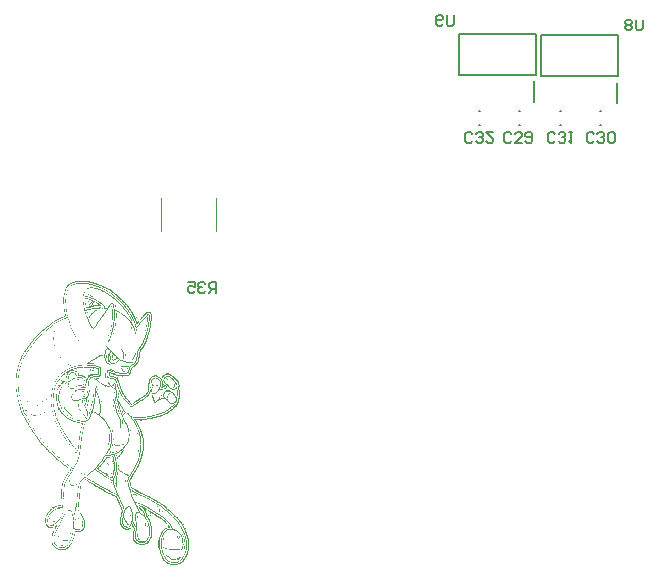
<source format=gbo>
G04*
G04 #@! TF.GenerationSoftware,Altium Limited,Altium Designer,21.2.0 (30)*
G04*
G04 Layer_Color=32896*
%FSLAX25Y25*%
%MOIN*%
G70*
G04*
G04 #@! TF.SameCoordinates,1A82DE82-DBE2-47DD-AFC6-AE7A396213A6*
G04*
G04*
G04 #@! TF.FilePolarity,Positive*
G04*
G01*
G75*
%ADD15C,0.00787*%
%ADD17C,0.00799*%
%ADD78C,0.00197*%
G36*
X51513Y122178D02*
X51170D01*
Y122350D01*
X51513D01*
Y122178D01*
D02*
G37*
G36*
X51170Y122006D02*
X50998D01*
Y122178D01*
X51170D01*
Y122006D01*
D02*
G37*
G36*
X50998Y121835D02*
X50654D01*
Y122006D01*
X50998D01*
Y121835D01*
D02*
G37*
G36*
X50654Y121663D02*
X50483D01*
Y121835D01*
X50654D01*
Y121663D01*
D02*
G37*
G36*
X50483Y121491D02*
X50311D01*
Y121663D01*
X50483D01*
Y121491D01*
D02*
G37*
G36*
X50311Y121319D02*
X50139D01*
Y121491D01*
X50311D01*
Y121319D01*
D02*
G37*
G36*
X50139Y121147D02*
X49967D01*
Y121319D01*
X50139D01*
Y121147D01*
D02*
G37*
G36*
X49452Y121319D02*
Y121147D01*
X49280D01*
Y120975D01*
Y120804D01*
X49108D01*
Y120975D01*
Y121147D01*
Y121319D01*
Y121491D01*
X49452D01*
Y121319D01*
D02*
G37*
G36*
X55980Y120804D02*
Y120632D01*
X55809D01*
Y120804D01*
Y120975D01*
X55980D01*
Y120804D01*
D02*
G37*
G36*
X55809Y120460D02*
X55637D01*
Y120632D01*
X55809D01*
Y120460D01*
D02*
G37*
G36*
X49795D02*
Y120288D01*
X49624D01*
Y120460D01*
Y120632D01*
X49795D01*
Y120460D01*
D02*
G37*
G36*
X49108Y120632D02*
Y120460D01*
Y120288D01*
X48936D01*
Y120460D01*
Y120632D01*
Y120804D01*
X49108D01*
Y120632D01*
D02*
G37*
G36*
X55637Y120288D02*
Y120116D01*
X55465D01*
Y120288D01*
Y120460D01*
X55637D01*
Y120288D01*
D02*
G37*
G36*
X49624Y119945D02*
Y119773D01*
Y119601D01*
X49452D01*
Y119773D01*
Y119945D01*
Y120116D01*
X49624D01*
Y119945D01*
D02*
G37*
G36*
X55465D02*
Y119773D01*
Y119601D01*
X55293D01*
Y119429D01*
Y119257D01*
X55121D01*
Y119429D01*
Y119601D01*
Y119773D01*
X55293D01*
Y119945D01*
Y120116D01*
X55465D01*
Y119945D01*
D02*
G37*
G36*
X49452Y119257D02*
Y119086D01*
Y118914D01*
X49280D01*
Y119086D01*
Y119257D01*
Y119429D01*
X49452D01*
Y119257D01*
D02*
G37*
G36*
X48936Y120116D02*
Y119945D01*
Y119773D01*
Y119601D01*
Y119429D01*
X48765D01*
Y119257D01*
Y119086D01*
Y118914D01*
X48593D01*
Y119086D01*
Y119257D01*
Y119429D01*
Y119601D01*
X48765D01*
Y119773D01*
Y119945D01*
Y120116D01*
Y120288D01*
X48936D01*
Y120116D01*
D02*
G37*
G36*
X56668Y119257D02*
X57011D01*
Y119086D01*
X57355D01*
Y118914D01*
X57698D01*
Y118742D01*
X57870D01*
Y118570D01*
X58214D01*
Y118398D01*
Y118227D01*
X58042D01*
Y118398D01*
X57698D01*
Y118570D01*
X57355D01*
Y118742D01*
X57183D01*
Y118914D01*
X56839D01*
Y119086D01*
X56496D01*
Y119257D01*
X56152D01*
Y119429D01*
X56668D01*
Y119257D01*
D02*
G37*
G36*
X49280Y118570D02*
Y118398D01*
Y118227D01*
Y118055D01*
X49108D01*
Y118227D01*
Y118398D01*
Y118570D01*
Y118742D01*
X49280D01*
Y118570D01*
D02*
G37*
G36*
X55637Y117368D02*
Y117196D01*
X55465D01*
Y117368D01*
Y117539D01*
X55637D01*
Y117368D01*
D02*
G37*
G36*
X57526Y116852D02*
X57355D01*
Y117024D01*
X57526D01*
Y116852D01*
D02*
G37*
G36*
X57011D02*
X56839D01*
Y117024D01*
X57011D01*
Y116852D01*
D02*
G37*
G36*
X56839Y116680D02*
X56668D01*
Y116852D01*
X56839D01*
Y116680D01*
D02*
G37*
G36*
X54949Y118227D02*
Y118055D01*
Y117883D01*
Y117711D01*
Y117539D01*
Y117368D01*
Y117196D01*
Y117024D01*
Y116852D01*
Y116680D01*
X54778D01*
Y116852D01*
Y117024D01*
Y117196D01*
Y117368D01*
Y117539D01*
Y117711D01*
Y117883D01*
Y118055D01*
Y118227D01*
Y118398D01*
X54949D01*
Y118227D01*
D02*
G37*
G36*
X49108Y117368D02*
Y117196D01*
Y117024D01*
Y116852D01*
Y116680D01*
Y116509D01*
Y116337D01*
X48936D01*
Y116509D01*
Y116680D01*
Y116852D01*
Y117024D01*
Y117196D01*
Y117368D01*
Y117539D01*
X49108D01*
Y117368D01*
D02*
G37*
G36*
X58214Y115993D02*
X57870D01*
Y116165D01*
X58214D01*
Y115993D01*
D02*
G37*
G36*
X58557Y116337D02*
X58386D01*
Y116165D01*
X58557D01*
Y115993D01*
Y115821D01*
X58386D01*
Y115993D01*
Y116165D01*
X58214D01*
Y116337D01*
Y116509D01*
X58557D01*
Y116337D01*
D02*
G37*
G36*
X57183Y115821D02*
Y115650D01*
X56839D01*
Y115821D01*
Y115993D01*
X57183D01*
Y115821D01*
D02*
G37*
G36*
X55809Y115993D02*
Y115821D01*
Y115650D01*
Y115478D01*
X55637D01*
Y115650D01*
Y115821D01*
Y115993D01*
Y116165D01*
X55809D01*
Y115993D01*
D02*
G37*
G36*
X55121Y116337D02*
Y116165D01*
Y115993D01*
Y115821D01*
Y115650D01*
Y115478D01*
X54949D01*
Y115650D01*
Y115821D01*
Y115993D01*
Y116165D01*
Y116337D01*
Y116509D01*
X55121D01*
Y116337D01*
D02*
G37*
G36*
X55809Y117883D02*
X56668D01*
Y117711D01*
X57011D01*
Y117539D01*
X57526D01*
Y117368D01*
X57870D01*
Y117196D01*
X58214D01*
Y117024D01*
X58557D01*
Y116852D01*
X58901D01*
Y116680D01*
X59245D01*
Y116509D01*
X59588D01*
Y116337D01*
X59760D01*
Y116165D01*
X60104D01*
Y115993D01*
X60275D01*
Y115821D01*
X60447D01*
Y115650D01*
X60619D01*
Y115478D01*
X60963D01*
Y115306D01*
X59588D01*
Y115134D01*
X58386D01*
Y114962D01*
X57526D01*
Y114791D01*
X56839D01*
Y114619D01*
X55980D01*
Y114791D01*
X55809D01*
Y114962D01*
Y115134D01*
Y115306D01*
X55980D01*
Y115134D01*
Y114962D01*
X57011D01*
Y115134D01*
X57355D01*
Y115306D01*
X57698D01*
Y115478D01*
Y115650D01*
X57870D01*
Y115478D01*
Y115306D01*
X58042D01*
Y115478D01*
X58214D01*
Y115650D01*
X57870D01*
Y115821D01*
X57698D01*
Y115993D01*
X57183D01*
Y116165D01*
Y116337D01*
X57698D01*
Y116165D01*
Y115993D01*
X57870D01*
Y115821D01*
X58214D01*
Y115650D01*
X58386D01*
Y115478D01*
X58729D01*
Y115306D01*
X58901D01*
Y115478D01*
X59760D01*
Y115650D01*
X59932D01*
Y115821D01*
X59760D01*
Y115993D01*
X59416D01*
Y116165D01*
X59245D01*
Y116337D01*
X59073D01*
Y116509D01*
X58557D01*
Y116680D01*
X58042D01*
Y116509D01*
X57870D01*
Y116337D01*
X57698D01*
Y116509D01*
Y116680D01*
X57870D01*
Y116852D01*
Y117024D01*
X57526D01*
Y117196D01*
X57011D01*
Y117368D01*
X56839D01*
Y117539D01*
X55637D01*
Y117711D01*
Y117883D01*
Y118055D01*
X55809D01*
Y117883D01*
D02*
G37*
G36*
X65773Y115306D02*
Y115134D01*
Y114962D01*
X65601D01*
Y115134D01*
Y115306D01*
Y115478D01*
X65773D01*
Y115306D01*
D02*
G37*
G36*
X49280Y115821D02*
Y115650D01*
Y115478D01*
Y115306D01*
Y115134D01*
Y114962D01*
Y114791D01*
Y114619D01*
X49108D01*
Y114791D01*
Y114962D01*
Y115134D01*
Y115306D01*
Y115478D01*
Y115650D01*
Y115821D01*
Y115993D01*
X49280D01*
Y115821D01*
D02*
G37*
G36*
X48593Y118742D02*
Y118570D01*
Y118398D01*
Y118227D01*
Y118055D01*
X48421D01*
Y117883D01*
Y117711D01*
Y117539D01*
Y117368D01*
Y117196D01*
Y117024D01*
Y116852D01*
Y116680D01*
Y116509D01*
Y116337D01*
Y116165D01*
X48593D01*
Y115993D01*
Y115821D01*
Y115650D01*
Y115478D01*
Y115306D01*
Y115134D01*
Y114962D01*
Y114791D01*
Y114619D01*
Y114447D01*
X48765D01*
Y114275D01*
Y114103D01*
Y113932D01*
Y113760D01*
Y113588D01*
Y113416D01*
Y113244D01*
X48936D01*
Y113073D01*
Y112901D01*
Y112729D01*
X48765D01*
Y112901D01*
X48593D01*
Y113073D01*
X48765D01*
Y113244D01*
X48593D01*
Y113416D01*
Y113588D01*
Y113760D01*
Y113932D01*
Y114103D01*
X48421D01*
Y114275D01*
Y114447D01*
Y114619D01*
Y114791D01*
Y114962D01*
Y115134D01*
Y115306D01*
Y115478D01*
Y115650D01*
Y115821D01*
Y115993D01*
X48249D01*
Y116165D01*
Y116337D01*
Y116509D01*
Y116680D01*
Y116852D01*
Y117024D01*
Y117196D01*
Y117368D01*
Y117539D01*
Y117711D01*
Y117883D01*
Y118055D01*
Y118227D01*
X48421D01*
Y118398D01*
Y118570D01*
Y118742D01*
Y118914D01*
X48593D01*
Y118742D01*
D02*
G37*
G36*
X49452Y114103D02*
Y113932D01*
Y113760D01*
Y113588D01*
Y113416D01*
X49624D01*
Y113244D01*
Y113073D01*
Y112901D01*
Y112729D01*
Y112557D01*
X49452D01*
Y112729D01*
Y112901D01*
Y113073D01*
Y113244D01*
Y113416D01*
X49280D01*
Y113588D01*
Y113760D01*
Y113932D01*
Y114103D01*
Y114275D01*
X49452D01*
Y114103D01*
D02*
G37*
G36*
X49108Y112385D02*
Y112214D01*
Y112042D01*
Y111870D01*
X48936D01*
Y112042D01*
Y112214D01*
Y112385D01*
Y112557D01*
X49108D01*
Y112385D01*
D02*
G37*
G36*
X48936Y111698D02*
X48593D01*
Y111870D01*
X48936D01*
Y111698D01*
D02*
G37*
G36*
X72989Y111354D02*
Y111183D01*
X72817D01*
Y111354D01*
X72645D01*
Y111526D01*
X72989D01*
Y111354D01*
D02*
G37*
G36*
X66117Y112901D02*
Y112729D01*
Y112557D01*
Y112385D01*
Y112214D01*
Y112042D01*
Y111870D01*
Y111698D01*
Y111526D01*
Y111354D01*
Y111183D01*
X65945D01*
Y111354D01*
Y111526D01*
Y111698D01*
Y111870D01*
Y112042D01*
Y112214D01*
Y112385D01*
Y112557D01*
Y112729D01*
Y112901D01*
Y113073D01*
X66117D01*
Y112901D01*
D02*
G37*
G36*
X49795Y112214D02*
Y112042D01*
Y111870D01*
X49967D01*
Y111698D01*
Y111526D01*
Y111354D01*
Y111183D01*
X49795D01*
Y111354D01*
X49452D01*
Y111183D01*
X49108D01*
Y111011D01*
X48593D01*
Y111183D01*
X48936D01*
Y111354D01*
X49280D01*
Y111526D01*
X49795D01*
Y111698D01*
Y111870D01*
X49624D01*
Y112042D01*
Y112214D01*
Y112385D01*
X49795D01*
Y112214D01*
D02*
G37*
G36*
X48593Y110839D02*
X48249D01*
Y111011D01*
X48593D01*
Y110839D01*
D02*
G37*
G36*
X64570Y114962D02*
Y114791D01*
Y114619D01*
Y114447D01*
Y114275D01*
X64742D01*
Y114103D01*
Y113932D01*
Y113760D01*
Y113588D01*
Y113416D01*
Y113244D01*
Y113073D01*
Y112901D01*
Y112729D01*
Y112557D01*
Y112385D01*
Y112214D01*
Y112042D01*
Y111870D01*
Y111698D01*
Y111526D01*
Y111354D01*
Y111183D01*
Y111011D01*
Y110839D01*
Y110667D01*
X64570D01*
Y110839D01*
Y111011D01*
Y111183D01*
Y111354D01*
Y111526D01*
Y111698D01*
Y111870D01*
Y112042D01*
Y112214D01*
Y112385D01*
Y112557D01*
Y112729D01*
Y112901D01*
Y113073D01*
Y113244D01*
Y113416D01*
Y113588D01*
Y113760D01*
Y113932D01*
Y114103D01*
Y114275D01*
X64399D01*
Y114447D01*
Y114619D01*
Y114791D01*
Y114962D01*
X64227D01*
Y115134D01*
X64570D01*
Y114962D01*
D02*
G37*
G36*
X48249Y110667D02*
X47905D01*
Y110839D01*
X48249D01*
Y110667D01*
D02*
G37*
G36*
X47905Y110495D02*
X47562D01*
Y110667D01*
X47905D01*
Y110495D01*
D02*
G37*
G36*
X47562Y110324D02*
X47218D01*
Y110495D01*
X47562D01*
Y110324D01*
D02*
G37*
G36*
X73848Y110152D02*
X73676D01*
Y110324D01*
X73848D01*
Y110152D01*
D02*
G37*
G36*
X47218D02*
X46875D01*
Y110324D01*
X47218D01*
Y110152D01*
D02*
G37*
G36*
X58214Y121319D02*
X59245D01*
Y121147D01*
X59932D01*
Y120975D01*
X60447D01*
Y120804D01*
X60791D01*
Y120632D01*
X61306D01*
Y120460D01*
X61650D01*
Y120288D01*
X62165D01*
Y120116D01*
X62337D01*
Y119945D01*
X62509D01*
Y119773D01*
X62852D01*
Y119601D01*
X63196D01*
Y119429D01*
X63368D01*
Y119257D01*
X63540D01*
Y119086D01*
X63883D01*
Y118914D01*
X64227D01*
Y118742D01*
X64399D01*
Y118570D01*
X64570D01*
Y118398D01*
X64742D01*
Y118227D01*
X65086D01*
Y118055D01*
X65258D01*
Y117883D01*
X65430D01*
Y117711D01*
X65601D01*
Y117539D01*
X65945D01*
Y117368D01*
X66117D01*
Y117196D01*
X66289D01*
Y117024D01*
X66460D01*
Y116852D01*
X66632D01*
Y116680D01*
X66804D01*
Y116509D01*
X66976D01*
Y116337D01*
X67147D01*
Y116165D01*
X67319D01*
Y115993D01*
X67491D01*
Y115821D01*
X67663D01*
Y115650D01*
X67835D01*
Y115478D01*
X68007D01*
Y115306D01*
X68178D01*
Y115134D01*
X68350D01*
Y114962D01*
X68522D01*
Y114791D01*
Y114619D01*
X68694D01*
Y114447D01*
X68866D01*
Y114275D01*
X69037D01*
Y114103D01*
Y113932D01*
X69209D01*
Y113760D01*
X69381D01*
Y113588D01*
X69553D01*
Y113416D01*
Y113244D01*
X69725D01*
Y113073D01*
X69896D01*
Y112901D01*
Y112729D01*
X70068D01*
Y112557D01*
Y112385D01*
X70240D01*
Y112214D01*
Y112042D01*
X70412D01*
Y111870D01*
X70584D01*
Y111698D01*
Y111526D01*
X70755D01*
Y111354D01*
Y111183D01*
X70927D01*
Y111011D01*
Y110839D01*
X71099D01*
Y110667D01*
Y110495D01*
Y110324D01*
X71271D01*
Y110152D01*
Y109980D01*
X71099D01*
Y110152D01*
X70927D01*
Y110324D01*
Y110495D01*
X70755D01*
Y110667D01*
Y110839D01*
X70584D01*
Y111011D01*
Y111183D01*
X70412D01*
Y111354D01*
Y111526D01*
X70240D01*
Y111698D01*
Y111870D01*
X70068D01*
Y112042D01*
Y112214D01*
X69896D01*
Y112385D01*
X69725D01*
Y112557D01*
Y112729D01*
X69553D01*
Y112901D01*
Y113073D01*
X69381D01*
Y113244D01*
X69209D01*
Y113416D01*
Y113588D01*
X69037D01*
Y113760D01*
X68866D01*
Y113932D01*
Y114103D01*
X68694D01*
Y114275D01*
X68522D01*
Y114447D01*
X68350D01*
Y114619D01*
Y114791D01*
X68178D01*
Y114962D01*
X68007D01*
Y115134D01*
X67835D01*
Y115306D01*
X67663D01*
Y115478D01*
X67491D01*
Y115650D01*
X67319D01*
Y115821D01*
X67147D01*
Y115993D01*
X66976D01*
Y116165D01*
X66804D01*
Y116337D01*
X66632D01*
Y116509D01*
X66460D01*
Y116680D01*
X66289D01*
Y116852D01*
X66117D01*
Y117024D01*
X65945D01*
Y117196D01*
X65601D01*
Y117368D01*
X65430D01*
Y117539D01*
X65258D01*
Y117711D01*
X64914D01*
Y117883D01*
X64742D01*
Y118055D01*
X64570D01*
Y118227D01*
X64227D01*
Y118398D01*
X64055D01*
Y118570D01*
X63712D01*
Y118742D01*
X63540D01*
Y118914D01*
X63368D01*
Y119086D01*
X63196D01*
Y119257D01*
X62852D01*
Y119429D01*
X62681D01*
Y119601D01*
X62509D01*
Y119773D01*
X62165D01*
Y119945D01*
X61822D01*
Y120116D01*
X61306D01*
Y120288D01*
X60963D01*
Y120460D01*
X60447D01*
Y120632D01*
X59932D01*
Y120804D01*
X59416D01*
Y120975D01*
X58386D01*
Y121147D01*
X57011D01*
Y120975D01*
X56496D01*
Y120804D01*
X56324D01*
Y120975D01*
Y121147D01*
X56496D01*
Y121319D01*
X57355D01*
Y121491D01*
X58214D01*
Y121319D01*
D02*
G37*
G36*
X65945Y110839D02*
Y110667D01*
Y110495D01*
Y110324D01*
Y110152D01*
Y109980D01*
Y109808D01*
X65773D01*
Y109980D01*
Y110152D01*
Y110324D01*
Y110495D01*
Y110667D01*
Y110839D01*
Y111011D01*
X65945D01*
Y110839D01*
D02*
G37*
G36*
X46875Y109980D02*
X46703D01*
Y109808D01*
X46359D01*
Y109980D01*
X46531D01*
Y110152D01*
X46875D01*
Y109980D01*
D02*
G37*
G36*
X46359Y109636D02*
X46016D01*
Y109465D01*
X45672D01*
Y109636D01*
X45844D01*
Y109808D01*
X46359D01*
Y109636D01*
D02*
G37*
G36*
X64570Y110324D02*
Y110152D01*
Y109980D01*
Y109808D01*
Y109636D01*
Y109465D01*
Y109293D01*
X64399D01*
Y109465D01*
Y109636D01*
Y109808D01*
Y109980D01*
Y110152D01*
Y110324D01*
Y110495D01*
X64570D01*
Y110324D01*
D02*
G37*
G36*
X45672Y109293D02*
X45328D01*
Y109465D01*
X45672D01*
Y109293D01*
D02*
G37*
G36*
X76425Y111354D02*
Y111183D01*
Y111011D01*
Y110839D01*
Y110667D01*
Y110495D01*
Y110324D01*
Y110152D01*
Y109980D01*
Y109808D01*
X76253D01*
Y109636D01*
Y109465D01*
Y109293D01*
Y109121D01*
X76081D01*
Y109293D01*
Y109465D01*
Y109636D01*
Y109808D01*
Y109980D01*
X76253D01*
Y110152D01*
Y110324D01*
Y110495D01*
Y110667D01*
Y110839D01*
Y111011D01*
Y111183D01*
Y111354D01*
Y111526D01*
X76425D01*
Y111354D01*
D02*
G37*
G36*
X45328Y109121D02*
X45157D01*
Y109293D01*
X45328D01*
Y109121D01*
D02*
G37*
G36*
X55809Y123553D02*
X57355D01*
Y123381D01*
X57870D01*
Y123209D01*
X58386D01*
Y123037D01*
X58901D01*
Y122865D01*
X59416D01*
Y122694D01*
X59932D01*
Y122522D01*
X60275D01*
Y122350D01*
X60791D01*
Y122178D01*
X61306D01*
Y122006D01*
X61478D01*
Y121835D01*
X61822D01*
Y121663D01*
X62337D01*
Y121491D01*
X62681D01*
Y121319D01*
X63024D01*
Y121147D01*
X63196D01*
Y120975D01*
X63712D01*
Y120804D01*
X64055D01*
Y120632D01*
X64227D01*
Y120460D01*
X64570D01*
Y120288D01*
X64914D01*
Y120116D01*
Y119945D01*
X65086D01*
Y119773D01*
X65430D01*
Y119601D01*
X65601D01*
Y119429D01*
X65773D01*
Y119257D01*
X66117D01*
Y119086D01*
X66289D01*
Y118914D01*
X66460D01*
Y118742D01*
X66632D01*
Y118570D01*
X66976D01*
Y118398D01*
Y118227D01*
X67147D01*
Y118055D01*
X67319D01*
Y117883D01*
X67663D01*
Y117711D01*
X67835D01*
Y117539D01*
Y117368D01*
X68007D01*
Y117196D01*
X68350D01*
Y117024D01*
X68522D01*
Y116852D01*
X68694D01*
Y116680D01*
Y116509D01*
X68866D01*
Y116337D01*
X69209D01*
Y116165D01*
Y115993D01*
X69381D01*
Y115821D01*
X69553D01*
Y115650D01*
X69725D01*
Y115478D01*
Y115306D01*
X69896D01*
Y115134D01*
X70068D01*
Y114962D01*
X70240D01*
Y114791D01*
Y114619D01*
X70412D01*
Y114447D01*
X70584D01*
Y114275D01*
X70755D01*
Y114103D01*
Y113932D01*
X70927D01*
Y113760D01*
Y113588D01*
X71099D01*
Y113416D01*
X71271D01*
Y113244D01*
X71443D01*
Y113073D01*
Y112901D01*
Y112729D01*
X71614D01*
Y112557D01*
X71786D01*
Y112385D01*
Y112214D01*
X71958D01*
Y112042D01*
Y111870D01*
X72130D01*
Y111698D01*
X72302D01*
Y111526D01*
Y111354D01*
Y111183D01*
X72645D01*
Y111011D01*
Y110839D01*
X72474D01*
Y110667D01*
X72645D01*
Y110495D01*
Y110324D01*
Y110152D01*
X72817D01*
Y109980D01*
X72989D01*
Y109808D01*
X73161D01*
Y109980D01*
X73333D01*
Y110152D01*
X73676D01*
Y109980D01*
Y109808D01*
X73504D01*
Y109636D01*
X73333D01*
Y109465D01*
X73161D01*
Y109293D01*
X72989D01*
Y109121D01*
Y108949D01*
X72817D01*
Y109121D01*
Y109293D01*
X72645D01*
Y109465D01*
Y109636D01*
Y109808D01*
X72474D01*
Y109980D01*
Y110152D01*
Y110324D01*
X72302D01*
Y110495D01*
Y110667D01*
Y110839D01*
X72130D01*
Y111011D01*
X71958D01*
Y111183D01*
Y111354D01*
X71786D01*
Y111526D01*
Y111698D01*
X71614D01*
Y111870D01*
Y112042D01*
X71443D01*
Y112214D01*
Y112385D01*
X71271D01*
Y112557D01*
X71099D01*
Y112729D01*
Y112901D01*
X70927D01*
Y113073D01*
Y113244D01*
X70755D01*
Y113416D01*
Y113588D01*
X70584D01*
Y113760D01*
X70412D01*
Y113932D01*
Y114103D01*
X70240D01*
Y114275D01*
X70068D01*
Y114447D01*
Y114619D01*
X69896D01*
Y114791D01*
X69725D01*
Y114962D01*
X69553D01*
Y115134D01*
Y115306D01*
X69381D01*
Y115478D01*
X69209D01*
Y115650D01*
X69037D01*
Y115821D01*
X68866D01*
Y115993D01*
Y116165D01*
X68522D01*
Y116337D01*
X68350D01*
Y116509D01*
X68178D01*
Y116680D01*
X68007D01*
Y116852D01*
X67835D01*
Y117024D01*
Y117196D01*
X67663D01*
Y117368D01*
X67319D01*
Y117539D01*
X67147D01*
Y117711D01*
X66976D01*
Y117883D01*
X66804D01*
Y118055D01*
X66632D01*
Y118227D01*
X66460D01*
Y118398D01*
X66289D01*
Y118570D01*
X66117D01*
Y118742D01*
X65945D01*
Y118914D01*
X65601D01*
Y119086D01*
X65430D01*
Y119257D01*
X65258D01*
Y119429D01*
X65086D01*
Y119601D01*
X64742D01*
Y119773D01*
X64570D01*
Y119945D01*
X64399D01*
Y120116D01*
X64055D01*
Y120288D01*
X63883D01*
Y120460D01*
X63540D01*
Y120632D01*
X63196D01*
Y120804D01*
X62852D01*
Y120975D01*
X62509D01*
Y121147D01*
X62165D01*
Y121319D01*
X61650D01*
Y121491D01*
X61478D01*
Y121663D01*
X61134D01*
Y121835D01*
X60791D01*
Y122006D01*
X60275D01*
Y122178D01*
X59760D01*
Y122350D01*
X59245D01*
Y122522D01*
X58729D01*
Y122694D01*
X58214D01*
Y122865D01*
X57698D01*
Y123037D01*
X57011D01*
Y123209D01*
X55809D01*
Y123381D01*
X53231D01*
Y123209D01*
X52201D01*
Y123037D01*
X51685D01*
Y122865D01*
X51170D01*
Y122694D01*
X50826D01*
Y122522D01*
X50483D01*
Y122350D01*
X50311D01*
Y122178D01*
X50139D01*
Y122006D01*
X49967D01*
Y121835D01*
X49795D01*
Y121663D01*
X49624D01*
Y121491D01*
X49452D01*
Y121663D01*
Y121835D01*
X49624D01*
Y122006D01*
Y122178D01*
X49795D01*
Y122350D01*
X49967D01*
Y122522D01*
X50311D01*
Y122694D01*
X50483D01*
Y122865D01*
X50654D01*
Y123037D01*
X51170D01*
Y123209D01*
X51685D01*
Y123381D01*
X52201D01*
Y123553D01*
X53231D01*
Y123724D01*
X55809D01*
Y123553D01*
D02*
G37*
G36*
X45157Y108949D02*
X44985D01*
Y109121D01*
X45157D01*
Y108949D01*
D02*
G37*
G36*
X44985Y108777D02*
X44641D01*
Y108949D01*
X44985D01*
Y108777D01*
D02*
G37*
G36*
X65773Y109465D02*
Y109293D01*
Y109121D01*
Y108949D01*
Y108777D01*
Y108606D01*
X65601D01*
Y108777D01*
Y108949D01*
Y109121D01*
Y109293D01*
Y109465D01*
Y109636D01*
X65773D01*
Y109465D01*
D02*
G37*
G36*
X64399Y108777D02*
Y108606D01*
Y108434D01*
X64227D01*
Y108606D01*
Y108777D01*
Y108949D01*
X64399D01*
Y108777D01*
D02*
G37*
G36*
X46016Y108606D02*
Y108434D01*
X45844D01*
Y108606D01*
Y108777D01*
X46016D01*
Y108606D01*
D02*
G37*
G36*
X76081Y108777D02*
Y108606D01*
Y108434D01*
Y108262D01*
X75910D01*
Y108434D01*
Y108606D01*
Y108777D01*
Y108949D01*
X76081D01*
Y108777D01*
D02*
G37*
G36*
X50139Y110839D02*
Y110667D01*
X50311D01*
Y110495D01*
Y110324D01*
Y110152D01*
X50483D01*
Y109980D01*
Y109808D01*
Y109636D01*
X50654D01*
Y109465D01*
Y109293D01*
Y109121D01*
X50826D01*
Y108949D01*
Y108777D01*
Y108606D01*
X50998D01*
Y108434D01*
Y108262D01*
X50826D01*
Y108434D01*
Y108606D01*
X50654D01*
Y108777D01*
Y108949D01*
Y109121D01*
X50483D01*
Y109293D01*
Y109465D01*
Y109636D01*
X50311D01*
Y109808D01*
Y109980D01*
Y110152D01*
X50139D01*
Y110324D01*
Y110495D01*
Y110667D01*
X49967D01*
Y110839D01*
Y111011D01*
X50139D01*
Y110839D01*
D02*
G37*
G36*
X44641Y108606D02*
X44469D01*
Y108434D01*
X44298D01*
Y108262D01*
X44126D01*
Y108090D01*
X43782D01*
Y108262D01*
X43954D01*
Y108434D01*
X44126D01*
Y108606D01*
X44298D01*
Y108777D01*
X44641D01*
Y108606D01*
D02*
G37*
G36*
X70584Y108090D02*
Y107918D01*
X70412D01*
Y108090D01*
Y108262D01*
X70584D01*
Y108090D01*
D02*
G37*
G36*
X64227D02*
Y107918D01*
X64055D01*
Y108090D01*
Y108262D01*
X64227D01*
Y108090D01*
D02*
G37*
G36*
X70927Y108434D02*
Y108262D01*
X71099D01*
Y108090D01*
Y107918D01*
X71271D01*
Y107747D01*
X70927D01*
Y107918D01*
Y108090D01*
Y108262D01*
X70755D01*
Y108434D01*
Y108606D01*
X70927D01*
Y108434D01*
D02*
G37*
G36*
X43782Y107918D02*
X43610D01*
Y107747D01*
X43267D01*
Y107918D01*
X43439D01*
Y108090D01*
X43782D01*
Y107918D01*
D02*
G37*
G36*
X75910D02*
Y107747D01*
Y107575D01*
X75738D01*
Y107747D01*
Y107918D01*
Y108090D01*
X75910D01*
Y107918D01*
D02*
G37*
G36*
X43267Y107575D02*
X43095D01*
Y107747D01*
X43267D01*
Y107575D01*
D02*
G37*
G36*
X51170Y107918D02*
Y107747D01*
X51342D01*
Y107575D01*
Y107403D01*
X51170D01*
Y107575D01*
Y107747D01*
X50998D01*
Y107918D01*
Y108090D01*
X51170D01*
Y107918D01*
D02*
G37*
G36*
X45672Y107575D02*
Y107403D01*
X45500D01*
Y107575D01*
Y107747D01*
X45672D01*
Y107575D01*
D02*
G37*
G36*
X43095Y107403D02*
X42923D01*
Y107575D01*
X43095D01*
Y107403D01*
D02*
G37*
G36*
X65430Y107575D02*
Y107403D01*
Y107231D01*
X65258D01*
Y107403D01*
Y107575D01*
Y107747D01*
X65430D01*
Y107575D01*
D02*
G37*
G36*
X42923Y107231D02*
X42751D01*
Y107403D01*
X42923D01*
Y107231D01*
D02*
G37*
G36*
X72817Y107575D02*
Y107403D01*
Y107231D01*
Y107059D01*
X72645D01*
Y107231D01*
Y107403D01*
Y107575D01*
Y107747D01*
X72817D01*
Y107575D01*
D02*
G37*
G36*
X64055Y107231D02*
Y107059D01*
X63883D01*
Y107231D01*
Y107403D01*
X64055D01*
Y107231D01*
D02*
G37*
G36*
X42751Y107059D02*
X42408D01*
Y107231D01*
X42751D01*
Y107059D01*
D02*
G37*
G36*
X75738Y107231D02*
Y107059D01*
Y106888D01*
X75566D01*
Y107059D01*
Y107231D01*
Y107403D01*
X75738D01*
Y107231D01*
D02*
G37*
G36*
X51513Y107059D02*
Y106888D01*
X51342D01*
Y107059D01*
Y107231D01*
X51513D01*
Y107059D01*
D02*
G37*
G36*
X42408Y106888D02*
X42236D01*
Y107059D01*
X42408D01*
Y106888D01*
D02*
G37*
G36*
X45500D02*
Y106716D01*
X45328D01*
Y106888D01*
Y107059D01*
X45500D01*
Y106888D01*
D02*
G37*
G36*
X42236Y106716D02*
X42064D01*
Y106888D01*
X42236D01*
Y106716D01*
D02*
G37*
G36*
X42064Y106544D02*
X41892D01*
Y106716D01*
X42064D01*
Y106544D01*
D02*
G37*
G36*
X48593Y111526D02*
X48249D01*
Y111354D01*
X47905D01*
Y111183D01*
X47562D01*
Y111011D01*
X47218D01*
Y110839D01*
X46875D01*
Y110667D01*
X46531D01*
Y110495D01*
X46187D01*
Y110324D01*
X46016D01*
Y110152D01*
X45500D01*
Y109980D01*
X45328D01*
Y109808D01*
X44985D01*
Y109636D01*
X44813D01*
Y109465D01*
X44641D01*
Y109293D01*
X44298D01*
Y109121D01*
X43954D01*
Y108949D01*
X43782D01*
Y108777D01*
X43610D01*
Y108606D01*
X43439D01*
Y108434D01*
X43095D01*
Y108262D01*
X42923D01*
Y108090D01*
X42751D01*
Y107918D01*
X42580D01*
Y107747D01*
X42236D01*
Y107575D01*
X42064D01*
Y107403D01*
X41892D01*
Y107231D01*
X41721D01*
Y107059D01*
X41377D01*
Y106888D01*
X41205D01*
Y106716D01*
X41033D01*
Y106544D01*
X40861D01*
Y106716D01*
Y106888D01*
X41033D01*
Y107059D01*
X41205D01*
Y107231D01*
X41549D01*
Y107403D01*
Y107575D01*
X41892D01*
Y107747D01*
X42064D01*
Y107918D01*
X42408D01*
Y108090D01*
X42580D01*
Y108262D01*
Y108434D01*
X42923D01*
Y108606D01*
X43267D01*
Y108777D01*
X43439D01*
Y108949D01*
X43610D01*
Y109121D01*
X43782D01*
Y109293D01*
X44126D01*
Y109465D01*
X44298D01*
Y109636D01*
X44641D01*
Y109808D01*
X44813D01*
Y109980D01*
X45157D01*
Y110152D01*
X45328D01*
Y110324D01*
X45500D01*
Y110495D01*
X45844D01*
Y110667D01*
X46187D01*
Y110839D01*
X46531D01*
Y111011D01*
X46875D01*
Y111183D01*
X47390D01*
Y111354D01*
X47562D01*
Y111526D01*
X48077D01*
Y111698D01*
X48593D01*
Y111526D01*
D02*
G37*
G36*
X51857Y106544D02*
Y106372D01*
X51685D01*
Y106544D01*
Y106716D01*
X51857D01*
Y106544D01*
D02*
G37*
G36*
X41892Y106372D02*
X41721D01*
Y106544D01*
X41892D01*
Y106372D01*
D02*
G37*
G36*
X40861D02*
X40690D01*
Y106544D01*
X40861D01*
Y106372D01*
D02*
G37*
G36*
X72989Y106544D02*
Y106372D01*
Y106200D01*
X72817D01*
Y106372D01*
Y106544D01*
Y106716D01*
X72989D01*
Y106544D01*
D02*
G37*
G36*
X65086Y106200D02*
Y106028D01*
X64914D01*
Y106200D01*
Y106372D01*
X65086D01*
Y106200D01*
D02*
G37*
G36*
X41721D02*
X41549D01*
Y106028D01*
X41377D01*
Y106200D01*
Y106372D01*
X41721D01*
Y106200D01*
D02*
G37*
G36*
X55121Y119086D02*
Y118914D01*
Y118742D01*
X55980D01*
Y118570D01*
X56668D01*
Y118398D01*
X57183D01*
Y118227D01*
X57526D01*
Y118055D01*
X58042D01*
Y117883D01*
X58386D01*
Y117711D01*
X58729D01*
Y117539D01*
X59073D01*
Y117368D01*
X59245D01*
Y117196D01*
X59588D01*
Y117024D01*
X59932D01*
Y116852D01*
X60104D01*
Y116680D01*
X60447D01*
Y116509D01*
X60791D01*
Y116337D01*
X60963D01*
Y116165D01*
X61134D01*
Y115993D01*
X61306D01*
Y115821D01*
X61478D01*
Y115650D01*
X61650D01*
Y115478D01*
X61822D01*
Y115306D01*
X61993D01*
Y115134D01*
X62165D01*
Y114962D01*
X62337D01*
Y114791D01*
X63196D01*
Y114962D01*
X63368D01*
Y115134D01*
X63540D01*
Y115306D01*
Y115478D01*
X63712D01*
Y115650D01*
X63883D01*
Y115821D01*
X64055D01*
Y115993D01*
X64227D01*
Y116165D01*
X64399D01*
Y116337D01*
X64914D01*
Y116165D01*
Y115993D01*
X65086D01*
Y115821D01*
Y115650D01*
Y115478D01*
X65258D01*
Y115306D01*
Y115134D01*
Y114962D01*
Y114791D01*
Y114619D01*
Y114447D01*
X65430D01*
Y114275D01*
X65601D01*
Y114103D01*
X65773D01*
Y113932D01*
X66117D01*
Y113760D01*
X66460D01*
Y113588D01*
X66804D01*
Y113416D01*
X67147D01*
Y113244D01*
X67319D01*
Y113073D01*
X67663D01*
Y112901D01*
X68007D01*
Y112729D01*
X68178D01*
Y112557D01*
X68350D01*
Y112385D01*
X68694D01*
Y112214D01*
X68866D01*
Y112042D01*
X69037D01*
Y111870D01*
X69209D01*
Y111698D01*
X69381D01*
Y111526D01*
X69553D01*
Y111354D01*
X69725D01*
Y111183D01*
X69896D01*
Y111011D01*
X70068D01*
Y110839D01*
X70240D01*
Y110667D01*
X70412D01*
Y110495D01*
X70584D01*
Y110324D01*
Y110152D01*
X70755D01*
Y109980D01*
X70927D01*
Y109808D01*
X71099D01*
Y109636D01*
X71271D01*
Y109465D01*
Y109293D01*
X71443D01*
Y109121D01*
Y108949D01*
X71614D01*
Y108777D01*
Y108606D01*
X71786D01*
Y108434D01*
Y108262D01*
X71958D01*
Y108090D01*
Y107918D01*
X72130D01*
Y107747D01*
Y107575D01*
Y107403D01*
X72302D01*
Y107231D01*
Y107059D01*
Y106888D01*
Y106716D01*
X72474D01*
Y106544D01*
Y106372D01*
Y106200D01*
Y106028D01*
Y105857D01*
X72302D01*
Y106028D01*
X72130D01*
Y106200D01*
Y106372D01*
Y106544D01*
Y106716D01*
Y106888D01*
X71958D01*
Y107059D01*
Y107231D01*
Y107403D01*
Y107575D01*
X71786D01*
Y107747D01*
Y107918D01*
X71614D01*
Y108090D01*
Y108262D01*
X71443D01*
Y108434D01*
Y108606D01*
X71271D01*
Y108777D01*
Y108949D01*
X71099D01*
Y109121D01*
X70927D01*
Y109293D01*
Y109465D01*
X70755D01*
Y109636D01*
X70584D01*
Y109808D01*
Y109980D01*
X70412D01*
Y110152D01*
X70240D01*
Y110324D01*
X70068D01*
Y110495D01*
Y110667D01*
X69896D01*
Y110839D01*
X69553D01*
Y111011D01*
Y111183D01*
X69381D01*
Y111354D01*
X69209D01*
Y111526D01*
X69037D01*
Y111698D01*
X68866D01*
Y111870D01*
X68522D01*
Y112042D01*
X68350D01*
Y112214D01*
X68178D01*
Y112385D01*
X68007D01*
Y112557D01*
X67663D01*
Y112729D01*
X67491D01*
Y112901D01*
X67147D01*
Y113073D01*
X66804D01*
Y113244D01*
X66460D01*
Y113416D01*
X66289D01*
Y113588D01*
X65773D01*
Y113760D01*
X65430D01*
Y113588D01*
Y113416D01*
Y113244D01*
Y113073D01*
Y112901D01*
Y112729D01*
Y112557D01*
Y112385D01*
Y112214D01*
Y112042D01*
Y111870D01*
Y111698D01*
Y111526D01*
Y111354D01*
Y111183D01*
Y111011D01*
Y110839D01*
Y110667D01*
Y110495D01*
Y110324D01*
X65258D01*
Y110152D01*
Y109980D01*
Y109808D01*
Y109636D01*
Y109465D01*
Y109293D01*
Y109121D01*
Y108949D01*
X65086D01*
Y108777D01*
Y108606D01*
Y108434D01*
Y108262D01*
Y108090D01*
X64914D01*
Y107918D01*
Y107747D01*
Y107575D01*
Y107403D01*
X64742D01*
Y107231D01*
Y107059D01*
Y106888D01*
Y106716D01*
X64570D01*
Y106544D01*
Y106372D01*
Y106200D01*
X64399D01*
Y106028D01*
Y105857D01*
Y105685D01*
Y105513D01*
X64227D01*
Y105341D01*
Y105169D01*
Y104998D01*
Y104826D01*
X64055D01*
Y104654D01*
Y104482D01*
X63883D01*
Y104311D01*
Y104139D01*
Y103967D01*
X63712D01*
Y103795D01*
Y103623D01*
X63540D01*
Y103452D01*
Y103280D01*
X63368D01*
Y103108D01*
X63196D01*
Y103280D01*
Y103452D01*
Y103623D01*
X63368D01*
Y103795D01*
Y103967D01*
X63540D01*
Y104139D01*
Y104311D01*
X63712D01*
Y104482D01*
Y104654D01*
Y104826D01*
X63883D01*
Y104998D01*
Y105169D01*
Y105341D01*
X64055D01*
Y105513D01*
Y105685D01*
Y105857D01*
Y106028D01*
Y106200D01*
X64227D01*
Y106372D01*
Y106544D01*
Y106716D01*
X64399D01*
Y106888D01*
Y107059D01*
Y107231D01*
X64570D01*
Y107403D01*
Y107575D01*
Y107747D01*
Y107918D01*
Y108090D01*
X64742D01*
Y108262D01*
Y108434D01*
Y108606D01*
Y108777D01*
X64914D01*
Y108949D01*
Y109121D01*
Y109293D01*
Y109465D01*
Y109636D01*
Y109808D01*
X65086D01*
Y109980D01*
Y110152D01*
Y110324D01*
Y110495D01*
Y110667D01*
Y110839D01*
Y111011D01*
Y111183D01*
Y111354D01*
Y111526D01*
X65258D01*
Y111698D01*
Y111870D01*
X65086D01*
Y112042D01*
Y112214D01*
X65258D01*
Y112385D01*
X65086D01*
Y112557D01*
Y112729D01*
Y112901D01*
X65258D01*
Y113073D01*
Y113244D01*
Y113416D01*
Y113588D01*
Y113760D01*
Y113932D01*
X65086D01*
Y114103D01*
Y114275D01*
Y114447D01*
Y114619D01*
X64914D01*
Y114791D01*
Y114962D01*
Y115134D01*
Y115306D01*
Y115478D01*
X64742D01*
Y115650D01*
Y115821D01*
Y115993D01*
X64399D01*
Y115821D01*
X64227D01*
Y115650D01*
X64055D01*
Y115478D01*
X63883D01*
Y115306D01*
Y115134D01*
X63712D01*
Y114962D01*
X63540D01*
Y114791D01*
Y114619D01*
X63368D01*
Y114447D01*
Y114275D01*
X63196D01*
Y114103D01*
Y113932D01*
X63024D01*
Y113760D01*
X62852D01*
Y113588D01*
X62681D01*
Y113416D01*
Y113244D01*
X62509D01*
Y113073D01*
X62337D01*
Y112901D01*
X62165D01*
Y112729D01*
Y112557D01*
X61993D01*
Y112385D01*
X61822D01*
Y112214D01*
Y112042D01*
X61650D01*
Y111870D01*
X61478D01*
Y111698D01*
Y111526D01*
X61306D01*
Y111354D01*
X61134D01*
Y111183D01*
X60963D01*
Y111011D01*
Y110839D01*
X60791D01*
Y110667D01*
X60619D01*
Y110495D01*
X60447D01*
Y110324D01*
Y110152D01*
X60275D01*
Y109980D01*
X60104D01*
Y109808D01*
X59932D01*
Y109636D01*
Y109465D01*
X59760D01*
Y109293D01*
X59588D01*
Y109121D01*
X59416D01*
Y108949D01*
Y108777D01*
X59245D01*
Y108606D01*
X59073D01*
Y108434D01*
X58901D01*
Y108262D01*
X58729D01*
Y108090D01*
X58557D01*
Y107918D01*
X58386D01*
Y107747D01*
X58042D01*
Y107918D01*
X57870D01*
Y108090D01*
X57698D01*
Y108262D01*
X57526D01*
Y108434D01*
Y108606D01*
X57355D01*
Y108777D01*
Y108949D01*
X57183D01*
Y109121D01*
Y109293D01*
X57011D01*
Y109465D01*
Y109636D01*
X56839D01*
Y109808D01*
Y109980D01*
X56668D01*
Y110152D01*
Y110324D01*
X56496D01*
Y110495D01*
Y110667D01*
Y110839D01*
X56324D01*
Y111011D01*
Y111183D01*
X56152D01*
Y111354D01*
Y111526D01*
Y111698D01*
X55980D01*
Y111870D01*
Y112042D01*
X55809D01*
Y112214D01*
Y112385D01*
Y112557D01*
X55637D01*
Y112729D01*
Y112901D01*
Y113073D01*
X55465D01*
Y113244D01*
Y113416D01*
Y113588D01*
Y113760D01*
X55293D01*
Y113932D01*
Y114103D01*
Y114275D01*
X55121D01*
Y114447D01*
Y114619D01*
Y114791D01*
Y114962D01*
Y115134D01*
Y115306D01*
X55293D01*
Y115134D01*
Y114962D01*
Y114791D01*
Y114619D01*
X55465D01*
Y114447D01*
Y114275D01*
Y114103D01*
X56324D01*
Y114275D01*
X57011D01*
Y114447D01*
X57870D01*
Y114619D01*
X58557D01*
Y114791D01*
X60275D01*
Y114962D01*
X60791D01*
Y114791D01*
X61822D01*
Y114962D01*
Y115134D01*
X61650D01*
Y115306D01*
X61478D01*
Y115478D01*
X61306D01*
Y115650D01*
X61134D01*
Y115821D01*
X60791D01*
Y115993D01*
X60619D01*
Y116165D01*
X60447D01*
Y116337D01*
X60275D01*
Y116509D01*
X59932D01*
Y116680D01*
X59760D01*
Y116852D01*
X59416D01*
Y117024D01*
X59073D01*
Y117196D01*
X58729D01*
Y117368D01*
X58557D01*
Y117539D01*
X58042D01*
Y117711D01*
X57698D01*
Y117883D01*
X57183D01*
Y118055D01*
X56839D01*
Y118227D01*
X56152D01*
Y118398D01*
X55637D01*
Y118570D01*
X54949D01*
Y118742D01*
Y118914D01*
Y119086D01*
Y119257D01*
X55121D01*
Y119086D01*
D02*
G37*
G36*
X45328Y106028D02*
Y105857D01*
X45157D01*
Y106028D01*
Y106200D01*
X45328D01*
Y106028D01*
D02*
G37*
G36*
X41377Y105857D02*
X41205D01*
Y106028D01*
X41377D01*
Y105857D01*
D02*
G37*
G36*
X41205Y105685D02*
X41033D01*
Y105857D01*
X41205D01*
Y105685D01*
D02*
G37*
G36*
X40690Y106200D02*
Y106028D01*
X40518D01*
Y105857D01*
X40174D01*
Y105685D01*
X40003D01*
Y105857D01*
Y106028D01*
X40174D01*
Y106200D01*
X40518D01*
Y106372D01*
X40690D01*
Y106200D01*
D02*
G37*
G36*
X41033Y105513D02*
X40861D01*
Y105685D01*
X41033D01*
Y105513D01*
D02*
G37*
G36*
X40003D02*
X39831D01*
Y105685D01*
X40003D01*
Y105513D01*
D02*
G37*
G36*
X64914D02*
Y105341D01*
X64742D01*
Y105513D01*
Y105685D01*
X64914D01*
Y105513D01*
D02*
G37*
G36*
X63540D02*
Y105341D01*
X63368D01*
Y105513D01*
Y105685D01*
X63540D01*
Y105513D01*
D02*
G37*
G36*
X40861Y105341D02*
X40690D01*
Y105513D01*
X40861D01*
Y105341D01*
D02*
G37*
G36*
X40690Y105169D02*
X40518D01*
Y105341D01*
X40690D01*
Y105169D01*
D02*
G37*
G36*
X52201Y105857D02*
Y105685D01*
X52372D01*
Y105513D01*
Y105341D01*
X52544D01*
Y105169D01*
Y104998D01*
X52372D01*
Y105169D01*
Y105341D01*
X52201D01*
Y105513D01*
Y105685D01*
X52029D01*
Y105857D01*
Y106028D01*
X52201D01*
Y105857D01*
D02*
G37*
G36*
X40518Y104998D02*
X40346D01*
Y105169D01*
X40518D01*
Y104998D01*
D02*
G37*
G36*
X40346Y104826D02*
X40174D01*
Y104998D01*
X40346D01*
Y104826D01*
D02*
G37*
G36*
X63368D02*
Y104654D01*
X63196D01*
Y104826D01*
Y104998D01*
X63368D01*
Y104826D01*
D02*
G37*
G36*
X40174Y104654D02*
Y104482D01*
X39831D01*
Y104654D01*
X40003D01*
Y104826D01*
X40174D01*
Y104654D01*
D02*
G37*
G36*
X39831Y104311D02*
X39659D01*
Y104482D01*
X39831D01*
Y104311D01*
D02*
G37*
G36*
X39659Y104139D02*
X39487D01*
Y104311D01*
X39659D01*
Y104139D01*
D02*
G37*
G36*
X45157Y104654D02*
Y104482D01*
Y104311D01*
Y104139D01*
Y103967D01*
X44985D01*
Y104139D01*
Y104311D01*
Y104482D01*
Y104654D01*
Y104826D01*
X45157D01*
Y104654D01*
D02*
G37*
G36*
X39487Y103967D02*
X39315D01*
Y104139D01*
X39487D01*
Y103967D01*
D02*
G37*
G36*
X39315Y103795D02*
X39143D01*
Y103967D01*
X39315D01*
Y103795D01*
D02*
G37*
G36*
X39143Y103623D02*
X38972D01*
Y103795D01*
X39143D01*
Y103623D01*
D02*
G37*
G36*
X39831Y105341D02*
Y105169D01*
X39659D01*
Y104998D01*
X39487D01*
Y104826D01*
X39315D01*
Y104654D01*
X39143D01*
Y104482D01*
X38972D01*
Y104311D01*
X38800D01*
Y104139D01*
X38628D01*
Y103967D01*
X38456D01*
Y103795D01*
Y103623D01*
X38113D01*
Y103795D01*
X38285D01*
Y103967D01*
Y104139D01*
X38456D01*
Y104311D01*
X38628D01*
Y104482D01*
Y104654D01*
X38800D01*
Y104826D01*
X39143D01*
Y104998D01*
X39315D01*
Y105169D01*
X39487D01*
Y105341D01*
Y105513D01*
X39831D01*
Y105341D01*
D02*
G37*
G36*
X53403Y103795D02*
Y103623D01*
X53575D01*
Y103452D01*
Y103280D01*
X53403D01*
Y103452D01*
Y103623D01*
X53231D01*
Y103795D01*
Y103967D01*
X53403D01*
Y103795D01*
D02*
G37*
G36*
X38972Y103280D02*
X38800D01*
Y103452D01*
X38972D01*
Y103280D01*
D02*
G37*
G36*
X45328D02*
Y103108D01*
X45157D01*
Y103280D01*
Y103452D01*
X45328D01*
Y103280D01*
D02*
G37*
G36*
X38800Y103108D02*
X38628D01*
Y103280D01*
X38800D01*
Y103108D01*
D02*
G37*
G36*
X38628Y102936D02*
X38456D01*
Y103108D01*
X38628D01*
Y102936D01*
D02*
G37*
G36*
X38456Y102764D02*
X38285D01*
Y102936D01*
X38456D01*
Y102764D01*
D02*
G37*
G36*
X38285Y102421D02*
X38113D01*
Y102593D01*
X38285D01*
Y102421D01*
D02*
G37*
G36*
X38113Y102249D02*
X37941D01*
Y102421D01*
X38113D01*
Y102249D01*
D02*
G37*
G36*
X45500D02*
Y102077D01*
X45328D01*
Y102249D01*
Y102421D01*
X45500D01*
Y102249D01*
D02*
G37*
G36*
X37941Y102077D02*
X37769D01*
Y102249D01*
X37941D01*
Y102077D01*
D02*
G37*
G36*
X38113Y103452D02*
Y103280D01*
X37941D01*
Y103108D01*
X37769D01*
Y102936D01*
X37597D01*
Y102764D01*
X37426D01*
Y102593D01*
Y102421D01*
X37254D01*
Y102249D01*
X37082D01*
Y102077D01*
Y101905D01*
X36738D01*
Y102077D01*
X36910D01*
Y102249D01*
Y102421D01*
X37082D01*
Y102593D01*
X37254D01*
Y102764D01*
Y102936D01*
X37426D01*
Y103108D01*
X37597D01*
Y103280D01*
X37769D01*
Y103452D01*
X37941D01*
Y103623D01*
X38113D01*
Y103452D01*
D02*
G37*
G36*
X37769Y101905D02*
Y101734D01*
X37597D01*
Y101905D01*
Y102077D01*
X37769D01*
Y101905D01*
D02*
G37*
G36*
X37597Y101562D02*
X37426D01*
Y101734D01*
X37597D01*
Y101562D01*
D02*
G37*
G36*
X45672D02*
Y101390D01*
X45500D01*
Y101562D01*
Y101734D01*
X45672D01*
Y101562D01*
D02*
G37*
G36*
X37426Y101390D02*
X37254D01*
Y101562D01*
X37426D01*
Y101390D01*
D02*
G37*
G36*
X37254Y101218D02*
Y101046D01*
X37082D01*
Y101218D01*
Y101390D01*
X37254D01*
Y101218D01*
D02*
G37*
G36*
X37082Y100874D02*
X36910D01*
Y101046D01*
X37082D01*
Y100874D01*
D02*
G37*
G36*
X46016Y100703D02*
Y100531D01*
X45844D01*
Y100703D01*
Y100874D01*
X46016D01*
Y100703D01*
D02*
G37*
G36*
X36910D02*
Y100531D01*
X36738D01*
Y100703D01*
Y100874D01*
X36910D01*
Y100703D01*
D02*
G37*
G36*
X36738Y100359D02*
X36566D01*
Y100531D01*
X36738D01*
Y100359D01*
D02*
G37*
G36*
X72645Y100187D02*
Y100015D01*
Y99844D01*
X72474D01*
Y100015D01*
Y100187D01*
Y100359D01*
X72645D01*
Y100187D01*
D02*
G37*
G36*
X36566D02*
Y100015D01*
X36395D01*
Y99844D01*
X36223D01*
Y100015D01*
Y100187D01*
X36395D01*
Y100359D01*
X36566D01*
Y100187D01*
D02*
G37*
G36*
X36223Y99672D02*
Y99500D01*
X36051D01*
Y99328D01*
X35879D01*
Y99500D01*
Y99672D01*
X36051D01*
Y99844D01*
X36223D01*
Y99672D01*
D02*
G37*
G36*
X36738Y101734D02*
Y101562D01*
X36566D01*
Y101390D01*
X36395D01*
Y101218D01*
Y101046D01*
X36223D01*
Y100874D01*
X36051D01*
Y100703D01*
Y100531D01*
X35879D01*
Y100359D01*
X35707D01*
Y100187D01*
Y100015D01*
X35536D01*
Y99844D01*
X35364D01*
Y99672D01*
Y99500D01*
Y99328D01*
X35192D01*
Y99156D01*
X35020D01*
Y99328D01*
Y99500D01*
X35192D01*
Y99672D01*
Y99844D01*
Y100015D01*
X35364D01*
Y100187D01*
X35536D01*
Y100359D01*
Y100531D01*
X35707D01*
Y100703D01*
Y100874D01*
X35879D01*
Y101046D01*
X36051D01*
Y101218D01*
X36223D01*
Y101390D01*
Y101562D01*
X36395D01*
Y101734D01*
X36566D01*
Y101905D01*
X36738D01*
Y101734D01*
D02*
G37*
G36*
X35879Y98985D02*
X35707D01*
Y99156D01*
X35879D01*
Y98985D01*
D02*
G37*
G36*
X69209D02*
Y98813D01*
Y98641D01*
X69037D01*
Y98813D01*
Y98985D01*
Y99156D01*
X69209D01*
Y98985D01*
D02*
G37*
G36*
X35707Y98813D02*
Y98641D01*
X35536D01*
Y98813D01*
Y98985D01*
X35707D01*
Y98813D01*
D02*
G37*
G36*
X35536Y98469D02*
Y98297D01*
X35364D01*
Y98469D01*
Y98641D01*
X35536D01*
Y98469D01*
D02*
G37*
G36*
X61650Y98985D02*
Y98813D01*
Y98641D01*
Y98469D01*
Y98297D01*
Y98126D01*
X61478D01*
Y98297D01*
Y98469D01*
Y98641D01*
X60963D01*
Y98469D01*
X60619D01*
Y98297D01*
X60104D01*
Y98126D01*
X59760D01*
Y97954D01*
X59416D01*
Y97782D01*
X59073D01*
Y97610D01*
X58729D01*
Y97438D01*
X58386D01*
Y97267D01*
X58214D01*
Y97095D01*
X57870D01*
Y96923D01*
X57526D01*
Y96751D01*
X57355D01*
Y96579D01*
X57183D01*
Y96408D01*
Y96236D01*
X58386D01*
Y96064D01*
X56152D01*
Y96236D01*
X56496D01*
Y96408D01*
Y96579D01*
X57011D01*
Y96751D01*
X57183D01*
Y96923D01*
X57355D01*
Y97095D01*
X57526D01*
Y97267D01*
X58042D01*
Y97438D01*
X58214D01*
Y97610D01*
X58557D01*
Y97782D01*
X58729D01*
Y97954D01*
X59073D01*
Y98126D01*
X59245D01*
Y98297D01*
X59932D01*
Y98469D01*
X60104D01*
Y98641D01*
X60275D01*
Y98813D01*
X60963D01*
Y98985D01*
X61478D01*
Y99156D01*
X61650D01*
Y98985D01*
D02*
G37*
G36*
X68007Y98813D02*
Y98641D01*
Y98469D01*
Y98297D01*
Y98126D01*
Y97954D01*
X67835D01*
Y98126D01*
Y98297D01*
Y98469D01*
Y98641D01*
Y98813D01*
Y98985D01*
X68007D01*
Y98813D01*
D02*
G37*
G36*
X63024Y99500D02*
Y99328D01*
Y99156D01*
Y98985D01*
Y98813D01*
X62852D01*
Y98641D01*
Y98469D01*
Y98297D01*
Y98126D01*
Y97954D01*
X62681D01*
Y98126D01*
Y98297D01*
Y98469D01*
Y98641D01*
Y98813D01*
Y98985D01*
X62852D01*
Y99156D01*
Y99328D01*
Y99500D01*
Y99672D01*
X63024D01*
Y99500D01*
D02*
G37*
G36*
X47390Y98126D02*
Y97954D01*
X47218D01*
Y98126D01*
Y98297D01*
X47390D01*
Y98126D01*
D02*
G37*
G36*
X35364D02*
Y97954D01*
X35192D01*
Y98126D01*
Y98297D01*
X35364D01*
Y98126D01*
D02*
G37*
G36*
X68007Y100874D02*
Y100703D01*
X68178D01*
Y100531D01*
Y100359D01*
X68350D01*
Y100187D01*
Y100015D01*
Y99844D01*
X68522D01*
Y99672D01*
Y99500D01*
Y99328D01*
X68694D01*
Y99156D01*
Y98985D01*
Y98813D01*
Y98641D01*
Y98469D01*
Y98297D01*
Y98126D01*
Y97954D01*
Y97782D01*
Y97610D01*
X68350D01*
Y97782D01*
Y97954D01*
Y98126D01*
Y98297D01*
Y98469D01*
Y98641D01*
Y98813D01*
Y98985D01*
Y99156D01*
Y99328D01*
X68178D01*
Y99500D01*
Y99672D01*
Y99844D01*
Y100015D01*
X68007D01*
Y100187D01*
Y100359D01*
X67835D01*
Y100531D01*
Y100703D01*
X67663D01*
Y100874D01*
Y101046D01*
X68007D01*
Y100874D01*
D02*
G37*
G36*
X35192Y97782D02*
Y97610D01*
X35020D01*
Y97782D01*
Y97954D01*
X35192D01*
Y97782D01*
D02*
G37*
G36*
X35020Y97438D02*
Y97267D01*
X34848D01*
Y97438D01*
Y97610D01*
X35020D01*
Y97438D01*
D02*
G37*
G36*
X72474Y99328D02*
Y99156D01*
Y98985D01*
X72302D01*
Y98813D01*
Y98641D01*
X72130D01*
Y98469D01*
Y98297D01*
X71958D01*
Y98126D01*
Y97954D01*
X71786D01*
Y97782D01*
X71614D01*
Y97610D01*
X71443D01*
Y97438D01*
Y97267D01*
X71271D01*
Y97095D01*
X71099D01*
Y97267D01*
Y97438D01*
X71271D01*
Y97610D01*
Y97782D01*
X71443D01*
Y97954D01*
X71614D01*
Y98126D01*
Y98297D01*
X71786D01*
Y98469D01*
Y98641D01*
X71958D01*
Y98813D01*
Y98985D01*
X72130D01*
Y99156D01*
Y99328D01*
X72302D01*
Y99500D01*
X72474D01*
Y99328D01*
D02*
G37*
G36*
X62852Y101734D02*
X63024D01*
Y101562D01*
X63196D01*
Y101390D01*
X63368D01*
Y101218D01*
X63540D01*
Y101046D01*
X63712D01*
Y100874D01*
X63883D01*
Y100703D01*
Y100531D01*
X64055D01*
Y100359D01*
X64227D01*
Y100187D01*
X64399D01*
Y100015D01*
X64570D01*
Y99844D01*
X64742D01*
Y99672D01*
X64914D01*
Y99500D01*
X65086D01*
Y99328D01*
X65258D01*
Y99156D01*
X65430D01*
Y98985D01*
X65601D01*
Y98813D01*
X65773D01*
Y98641D01*
X65945D01*
Y98469D01*
X66117D01*
Y98297D01*
X66289D01*
Y98126D01*
X66460D01*
Y97954D01*
X66804D01*
Y97782D01*
X66976D01*
Y97610D01*
X67147D01*
Y97438D01*
X67491D01*
Y97267D01*
Y97095D01*
X67147D01*
Y97267D01*
X66976D01*
Y97095D01*
X66804D01*
Y96923D01*
X66632D01*
Y96751D01*
X66460D01*
Y96579D01*
X66289D01*
Y96408D01*
X66117D01*
Y96236D01*
X65601D01*
Y96064D01*
X65430D01*
Y95892D01*
X64227D01*
Y96064D01*
Y96236D01*
X63883D01*
Y96408D01*
X63712D01*
Y96579D01*
X63540D01*
Y96751D01*
X63368D01*
Y96923D01*
Y97095D01*
Y97267D01*
X63196D01*
Y97438D01*
Y97610D01*
Y97782D01*
Y97954D01*
Y98126D01*
Y98297D01*
Y98469D01*
X63368D01*
Y98641D01*
Y98813D01*
Y98985D01*
Y99156D01*
X63540D01*
Y99328D01*
Y99500D01*
Y99672D01*
X63712D01*
Y99844D01*
Y100015D01*
X63883D01*
Y100187D01*
Y100359D01*
X63712D01*
Y100531D01*
X63540D01*
Y100703D01*
X63368D01*
Y100874D01*
Y101046D01*
X63024D01*
Y100874D01*
X62852D01*
Y100703D01*
Y100531D01*
X62681D01*
Y100359D01*
Y100187D01*
Y100015D01*
X62509D01*
Y99844D01*
Y99672D01*
Y99500D01*
Y99328D01*
X62337D01*
Y99156D01*
Y98985D01*
Y98813D01*
Y98641D01*
Y98469D01*
Y98297D01*
Y98126D01*
Y97954D01*
X62509D01*
Y97782D01*
Y97610D01*
Y97438D01*
Y97267D01*
X62681D01*
Y97095D01*
Y96923D01*
X62852D01*
Y96751D01*
Y96579D01*
X63024D01*
Y96408D01*
X63196D01*
Y96236D01*
X63540D01*
Y96064D01*
X63883D01*
Y95892D01*
Y95720D01*
X63540D01*
Y95892D01*
X63196D01*
Y96064D01*
X63024D01*
Y96236D01*
X62681D01*
Y96408D01*
Y96579D01*
X62509D01*
Y96751D01*
Y96923D01*
X62337D01*
Y97095D01*
Y97267D01*
X62165D01*
Y97438D01*
Y97610D01*
Y97782D01*
Y97954D01*
X61993D01*
Y98126D01*
Y98297D01*
Y98469D01*
Y98641D01*
Y98813D01*
Y98985D01*
Y99156D01*
X62165D01*
Y99328D01*
Y99500D01*
Y99672D01*
Y99844D01*
Y100015D01*
X62337D01*
Y100187D01*
Y100359D01*
Y100531D01*
X62509D01*
Y100703D01*
Y100874D01*
X62681D01*
Y101046D01*
X62852D01*
Y101218D01*
Y101390D01*
Y101562D01*
X62681D01*
Y101734D01*
Y101905D01*
X62852D01*
Y101734D01*
D02*
G37*
G36*
X35020Y98985D02*
Y98813D01*
X34848D01*
Y98641D01*
Y98469D01*
X34677D01*
Y98297D01*
Y98126D01*
X34505D01*
Y97954D01*
Y97782D01*
X34333D01*
Y97610D01*
Y97438D01*
X34161D01*
Y97267D01*
Y97095D01*
X33989D01*
Y97267D01*
Y97438D01*
Y97610D01*
X34161D01*
Y97782D01*
Y97954D01*
X34333D01*
Y98126D01*
Y98297D01*
Y98469D01*
X34505D01*
Y98641D01*
X34677D01*
Y98813D01*
Y98985D01*
X34848D01*
Y99156D01*
X35020D01*
Y98985D01*
D02*
G37*
G36*
X34848Y96923D02*
X34677D01*
Y97095D01*
X34848D01*
Y96923D01*
D02*
G37*
G36*
X33989D02*
Y96751D01*
Y96579D01*
X33818D01*
Y96751D01*
Y96923D01*
Y97095D01*
X33989D01*
Y96923D01*
D02*
G37*
G36*
X34677Y96751D02*
Y96579D01*
Y96408D01*
X34505D01*
Y96579D01*
Y96751D01*
Y96923D01*
X34677D01*
Y96751D01*
D02*
G37*
G36*
X68007Y97267D02*
X68350D01*
Y97095D01*
X68694D01*
Y96923D01*
X68866D01*
Y97095D01*
X69037D01*
Y96923D01*
X69209D01*
Y96751D01*
X69553D01*
Y96579D01*
X70755D01*
Y96751D01*
X71099D01*
Y96579D01*
X71443D01*
Y96751D01*
X71614D01*
Y96579D01*
Y96408D01*
X71271D01*
Y96236D01*
X69725D01*
Y96408D01*
X69209D01*
Y96579D01*
X68694D01*
Y96751D01*
X68178D01*
Y96923D01*
X67835D01*
Y97095D01*
X67663D01*
Y97267D01*
X67835D01*
Y97438D01*
X68007D01*
Y97267D01*
D02*
G37*
G36*
X34505Y96236D02*
Y96064D01*
X34333D01*
Y96236D01*
Y96408D01*
X34505D01*
Y96236D01*
D02*
G37*
G36*
X50139Y95720D02*
X50311D01*
Y95548D01*
X49967D01*
Y95720D01*
X49795D01*
Y95892D01*
X50139D01*
Y95720D01*
D02*
G37*
G36*
X34333Y95892D02*
Y95720D01*
Y95548D01*
X34161D01*
Y95720D01*
Y95892D01*
Y96064D01*
X34333D01*
Y95892D01*
D02*
G37*
G36*
X50998Y95377D02*
X51170D01*
Y95205D01*
X50826D01*
Y95377D01*
X50483D01*
Y95548D01*
X50998D01*
Y95377D01*
D02*
G37*
G36*
X70068Y95205D02*
Y95033D01*
X69896D01*
Y94861D01*
X69725D01*
Y95033D01*
X68866D01*
Y94861D01*
X68694D01*
Y95033D01*
X68350D01*
Y94861D01*
X67663D01*
Y94690D01*
Y94518D01*
X67835D01*
Y94346D01*
X68007D01*
Y94174D01*
X68178D01*
Y94002D01*
X67835D01*
Y94174D01*
X67663D01*
Y94346D01*
X67491D01*
Y94518D01*
Y94690D01*
Y94861D01*
Y95033D01*
X67663D01*
Y95205D01*
X68350D01*
Y95377D01*
X70068D01*
Y95205D01*
D02*
G37*
G36*
X34161D02*
Y95033D01*
Y94861D01*
X33989D01*
Y95033D01*
Y95205D01*
Y95377D01*
X34161D01*
Y95205D01*
D02*
G37*
G36*
X57355Y94346D02*
X57183D01*
Y94518D01*
X57355D01*
Y94346D01*
D02*
G37*
G36*
X33989Y94690D02*
Y94518D01*
Y94346D01*
X33818D01*
Y94518D01*
Y94690D01*
Y94861D01*
X33989D01*
Y94690D01*
D02*
G37*
G36*
X69725Y94346D02*
Y94174D01*
X69553D01*
Y94346D01*
Y94518D01*
X69725D01*
Y94346D01*
D02*
G37*
G36*
X51513Y94690D02*
X51170D01*
Y94518D01*
X50654D01*
Y94346D01*
X50311D01*
Y94174D01*
X49795D01*
Y94346D01*
X50139D01*
Y94518D01*
X50483D01*
Y94690D01*
X50998D01*
Y94861D01*
X51513D01*
Y94690D01*
D02*
G37*
G36*
X58214Y94174D02*
Y94002D01*
X58042D01*
Y94174D01*
Y94346D01*
X58214D01*
Y94174D01*
D02*
G37*
G36*
X49795Y94002D02*
X49624D01*
Y93831D01*
X49280D01*
Y94002D01*
X49452D01*
Y94174D01*
X49795D01*
Y94002D01*
D02*
G37*
G36*
X58386Y93659D02*
X58214D01*
Y93831D01*
X58386D01*
Y93659D01*
D02*
G37*
G36*
X57526Y94002D02*
Y93831D01*
Y93659D01*
X57355D01*
Y93831D01*
Y94002D01*
Y94174D01*
X57526D01*
Y94002D01*
D02*
G37*
G36*
X49280Y93659D02*
X48936D01*
Y93831D01*
X49280D01*
Y93659D01*
D02*
G37*
G36*
X33818Y94002D02*
Y93831D01*
Y93659D01*
X33646D01*
Y93831D01*
Y94002D01*
Y94174D01*
X33818D01*
Y94002D01*
D02*
G37*
G36*
X58042Y93659D02*
X58214D01*
Y93487D01*
X57870D01*
Y93659D01*
Y93831D01*
X58042D01*
Y93659D01*
D02*
G37*
G36*
X48936Y93487D02*
X48765D01*
Y93315D01*
X48421D01*
Y93487D01*
X48593D01*
Y93659D01*
X48936D01*
Y93487D01*
D02*
G37*
G36*
X69037Y93315D02*
X69209D01*
Y93143D01*
X68866D01*
Y93315D01*
X68694D01*
Y93487D01*
X69037D01*
Y93315D01*
D02*
G37*
G36*
X68178Y93659D02*
X68350D01*
Y93487D01*
X68522D01*
Y93315D01*
Y93143D01*
X68350D01*
Y93315D01*
X68178D01*
Y93487D01*
X68007D01*
Y93659D01*
X67835D01*
Y93831D01*
X68178D01*
Y93659D01*
D02*
G37*
G36*
X55293Y122865D02*
X57011D01*
Y122694D01*
X57526D01*
Y122522D01*
X58042D01*
Y122350D01*
X58557D01*
Y122178D01*
X59073D01*
Y122006D01*
X59588D01*
Y121835D01*
X60104D01*
Y121663D01*
X60619D01*
Y121491D01*
X60963D01*
Y121319D01*
X61306D01*
Y121147D01*
X61650D01*
Y120975D01*
X61993D01*
Y120804D01*
X62337D01*
Y120632D01*
X62681D01*
Y120460D01*
X63024D01*
Y120288D01*
X63368D01*
Y120116D01*
X63712D01*
Y119945D01*
X63883D01*
Y119773D01*
X64227D01*
Y119601D01*
X64399D01*
Y119429D01*
X64570D01*
Y119257D01*
X64914D01*
Y119086D01*
X65086D01*
Y118914D01*
X65258D01*
Y118742D01*
X65430D01*
Y118570D01*
X65601D01*
Y118398D01*
X65945D01*
Y118227D01*
X66117D01*
Y118055D01*
X66289D01*
Y117883D01*
X66460D01*
Y117711D01*
X66632D01*
Y117539D01*
X66804D01*
Y117368D01*
X66976D01*
Y117196D01*
X67147D01*
Y117024D01*
X67491D01*
Y116852D01*
Y116680D01*
X67663D01*
Y116509D01*
X67835D01*
Y116337D01*
X68007D01*
Y116165D01*
X68178D01*
Y115993D01*
X68350D01*
Y115821D01*
X68522D01*
Y115650D01*
X68694D01*
Y115478D01*
X68866D01*
Y115306D01*
X69037D01*
Y115134D01*
X69209D01*
Y114962D01*
Y114791D01*
X69381D01*
Y114619D01*
X69553D01*
Y114447D01*
Y114275D01*
X69725D01*
Y114103D01*
X69896D01*
Y113932D01*
X70068D01*
Y113760D01*
Y113588D01*
X70240D01*
Y113416D01*
X70412D01*
Y113244D01*
Y113073D01*
X70584D01*
Y112901D01*
Y112729D01*
X70755D01*
Y112557D01*
Y112385D01*
X70927D01*
Y112214D01*
X71099D01*
Y112042D01*
Y111870D01*
X71271D01*
Y111698D01*
Y111526D01*
X71443D01*
Y111354D01*
Y111183D01*
X71614D01*
Y111011D01*
Y110839D01*
X71786D01*
Y110667D01*
X71958D01*
Y110495D01*
Y110324D01*
Y110152D01*
X72130D01*
Y109980D01*
Y109808D01*
Y109636D01*
X72302D01*
Y109465D01*
Y109293D01*
X72474D01*
Y109121D01*
Y108949D01*
Y108777D01*
Y108606D01*
X72645D01*
Y108434D01*
X72989D01*
Y108606D01*
X73161D01*
Y108777D01*
X73333D01*
Y108949D01*
Y109121D01*
X73504D01*
Y109293D01*
X73676D01*
Y109465D01*
X73848D01*
Y109636D01*
X74020D01*
Y109808D01*
X74191D01*
Y109980D01*
Y110152D01*
X74363D01*
Y110324D01*
X74535D01*
Y110495D01*
X74707D01*
Y110667D01*
X74879D01*
Y110839D01*
X75050D01*
Y111011D01*
Y111183D01*
X75222D01*
Y111354D01*
X75394D01*
Y111526D01*
X75566D01*
Y111698D01*
X75738D01*
Y111870D01*
X75910D01*
Y112042D01*
X76081D01*
Y112214D01*
X76253D01*
Y112385D01*
Y112557D01*
X76425D01*
Y112729D01*
X76940D01*
Y112557D01*
Y112385D01*
X77112D01*
Y112214D01*
Y112042D01*
Y111870D01*
Y111698D01*
Y111526D01*
Y111354D01*
Y111183D01*
Y111011D01*
Y110839D01*
Y110667D01*
Y110495D01*
Y110324D01*
X76940D01*
Y110152D01*
Y109980D01*
Y109808D01*
Y109636D01*
Y109465D01*
Y109293D01*
Y109121D01*
X76769D01*
Y108949D01*
Y108777D01*
Y108606D01*
Y108434D01*
Y108262D01*
X76597D01*
Y108090D01*
Y107918D01*
Y107747D01*
Y107575D01*
Y107403D01*
X76425D01*
Y107231D01*
Y107059D01*
Y106888D01*
X76253D01*
Y106716D01*
Y106544D01*
Y106372D01*
Y106200D01*
X76081D01*
Y106028D01*
Y105857D01*
Y105685D01*
X75910D01*
Y105513D01*
Y105341D01*
Y105169D01*
X75738D01*
Y104998D01*
Y104826D01*
Y104654D01*
X75566D01*
Y104482D01*
Y104311D01*
X75394D01*
Y104139D01*
Y103967D01*
Y103795D01*
X75222D01*
Y103623D01*
Y103452D01*
X75050D01*
Y103280D01*
Y103108D01*
X74879D01*
Y102936D01*
Y102764D01*
X74707D01*
Y102593D01*
Y102421D01*
X74535D01*
Y102249D01*
Y102077D01*
X74363D01*
Y101905D01*
Y101734D01*
X74191D01*
Y101562D01*
Y101390D01*
X74020D01*
Y101218D01*
X73848D01*
Y101046D01*
X73676D01*
Y100874D01*
X73504D01*
Y100703D01*
Y100531D01*
Y100359D01*
Y100187D01*
X73333D01*
Y100015D01*
Y99844D01*
Y99672D01*
Y99500D01*
X73161D01*
Y99328D01*
Y99156D01*
Y98985D01*
Y98813D01*
Y98641D01*
Y98469D01*
Y98297D01*
X72989D01*
Y98126D01*
Y97954D01*
Y97782D01*
Y97610D01*
X72817D01*
Y97438D01*
Y97267D01*
Y97095D01*
Y96923D01*
X72645D01*
Y96751D01*
Y96579D01*
X72474D01*
Y96408D01*
X72302D01*
Y96236D01*
X72130D01*
Y96064D01*
X71958D01*
Y95892D01*
X71786D01*
Y95720D01*
X71614D01*
Y95548D01*
X71271D01*
Y95377D01*
X71099D01*
Y95205D01*
X70755D01*
Y95033D01*
Y94861D01*
X70584D01*
Y94690D01*
Y94518D01*
X70412D01*
Y94346D01*
Y94174D01*
Y94002D01*
X70240D01*
Y93831D01*
Y93659D01*
Y93487D01*
X70068D01*
Y93315D01*
Y93143D01*
Y92971D01*
X69896D01*
Y92800D01*
X69553D01*
Y92628D01*
X66976D01*
Y92800D01*
X66117D01*
Y92971D01*
X65601D01*
Y93143D01*
X64742D01*
Y93315D01*
X64227D01*
Y93487D01*
X63540D01*
Y93659D01*
X63196D01*
Y93487D01*
Y93315D01*
Y93143D01*
Y92971D01*
X63024D01*
Y92800D01*
Y92628D01*
Y92456D01*
Y92284D01*
Y92112D01*
Y91941D01*
X63196D01*
Y91769D01*
Y91597D01*
X63540D01*
Y91425D01*
X64399D01*
Y91253D01*
X65086D01*
Y91082D01*
X65430D01*
Y90910D01*
X65773D01*
Y90738D01*
Y90566D01*
X65945D01*
Y90394D01*
Y90223D01*
X66117D01*
Y90051D01*
Y89879D01*
X66289D01*
Y89707D01*
Y89535D01*
Y89364D01*
X66460D01*
Y89192D01*
Y89020D01*
Y88848D01*
X66632D01*
Y88676D01*
Y88504D01*
Y88333D01*
X66804D01*
Y88161D01*
Y87989D01*
Y87817D01*
X66976D01*
Y87646D01*
Y87474D01*
Y87302D01*
X67147D01*
Y87130D01*
Y86958D01*
X67319D01*
Y86787D01*
Y86615D01*
X67491D01*
Y86443D01*
Y86271D01*
X67663D01*
Y86099D01*
Y85927D01*
X67835D01*
Y85756D01*
X68007D01*
Y85584D01*
Y85412D01*
X68178D01*
Y85240D01*
Y85069D01*
X68350D01*
Y84897D01*
Y84725D01*
X68522D01*
Y84553D01*
X68694D01*
Y84381D01*
Y84209D01*
X68866D01*
Y84038D01*
X69037D01*
Y83866D01*
X69209D01*
Y83694D01*
X69381D01*
Y83522D01*
Y83350D01*
X69553D01*
Y83179D01*
X69725D01*
Y83007D01*
X69896D01*
Y82835D01*
X70068D01*
Y82663D01*
X70240D01*
Y82491D01*
X70412D01*
Y82320D01*
Y82148D01*
X70240D01*
Y82320D01*
X70068D01*
Y82491D01*
X69896D01*
Y82663D01*
X69725D01*
Y82835D01*
X69553D01*
Y83007D01*
X69381D01*
Y83179D01*
X69209D01*
Y83350D01*
Y83522D01*
X69037D01*
Y83694D01*
X68866D01*
Y83866D01*
X68694D01*
Y84038D01*
Y84209D01*
X68522D01*
Y84381D01*
X68350D01*
Y84553D01*
Y84725D01*
X68178D01*
Y84897D01*
X68007D01*
Y85069D01*
X67835D01*
Y85240D01*
Y85412D01*
X67663D01*
Y85584D01*
Y85756D01*
X67491D01*
Y85927D01*
Y86099D01*
X67319D01*
Y86271D01*
X67147D01*
Y86443D01*
Y86615D01*
X66976D01*
Y86787D01*
Y86958D01*
X66804D01*
Y87130D01*
Y87302D01*
Y87474D01*
X66632D01*
Y87646D01*
Y87817D01*
X66460D01*
Y87989D01*
Y88161D01*
Y88333D01*
X66289D01*
Y88504D01*
Y88676D01*
Y88848D01*
X66117D01*
Y89020D01*
Y89192D01*
Y89364D01*
Y89535D01*
Y89707D01*
X65945D01*
Y89879D01*
X65773D01*
Y90051D01*
Y90223D01*
X65601D01*
Y90394D01*
Y90566D01*
X65430D01*
Y90738D01*
X65258D01*
Y90910D01*
X64742D01*
Y91082D01*
X63712D01*
Y91253D01*
X63368D01*
Y91425D01*
X62852D01*
Y91597D01*
Y91769D01*
Y91941D01*
Y92112D01*
Y92284D01*
Y92456D01*
Y92628D01*
Y92800D01*
Y92971D01*
Y93143D01*
Y93315D01*
Y93487D01*
Y93659D01*
Y93831D01*
X63024D01*
Y94002D01*
X63368D01*
Y93831D01*
X64055D01*
Y93659D01*
X64570D01*
Y93487D01*
X64914D01*
Y93315D01*
X65086D01*
Y93487D01*
X64914D01*
Y93659D01*
X64570D01*
Y93831D01*
X64227D01*
Y94002D01*
X63883D01*
Y94174D01*
X64399D01*
Y94002D01*
X64742D01*
Y93831D01*
X65086D01*
Y93659D01*
X65258D01*
Y93487D01*
X65430D01*
Y93315D01*
X66117D01*
Y93143D01*
X66804D01*
Y92971D01*
X69553D01*
Y93143D01*
X69725D01*
Y93315D01*
X69896D01*
Y93487D01*
Y93659D01*
Y93831D01*
X70068D01*
Y94002D01*
Y94174D01*
Y94346D01*
Y94518D01*
X70240D01*
Y94690D01*
Y94861D01*
X70412D01*
Y95033D01*
Y95205D01*
X70584D01*
Y95377D01*
X70755D01*
Y95548D01*
X70927D01*
Y95720D01*
X71271D01*
Y95892D01*
X71443D01*
Y96064D01*
X71786D01*
Y96236D01*
X71958D01*
Y96408D01*
X72130D01*
Y96579D01*
X72302D01*
Y96751D01*
Y96923D01*
X72474D01*
Y97095D01*
Y97267D01*
Y97438D01*
X72645D01*
Y97610D01*
Y97782D01*
Y97954D01*
Y98126D01*
X72817D01*
Y98297D01*
Y98469D01*
Y98641D01*
Y98813D01*
Y98985D01*
X72989D01*
Y99156D01*
Y99328D01*
Y99500D01*
Y99672D01*
Y99844D01*
Y100015D01*
Y100187D01*
Y100359D01*
X73161D01*
Y100531D01*
Y100703D01*
X73333D01*
Y100874D01*
Y101046D01*
X73504D01*
Y101218D01*
X73676D01*
Y101390D01*
Y101562D01*
X73848D01*
Y101734D01*
X74020D01*
Y101905D01*
Y102077D01*
X74191D01*
Y102249D01*
Y102421D01*
X74363D01*
Y102593D01*
Y102764D01*
X74535D01*
Y102936D01*
Y103108D01*
X74707D01*
Y103280D01*
Y103452D01*
X74879D01*
Y103623D01*
Y103795D01*
X75050D01*
Y103967D01*
Y104139D01*
X75222D01*
Y104311D01*
Y104482D01*
Y104654D01*
X75394D01*
Y104826D01*
Y104998D01*
X75566D01*
Y105169D01*
Y105341D01*
Y105513D01*
X75738D01*
Y105685D01*
Y105857D01*
Y106028D01*
X75910D01*
Y106200D01*
Y106372D01*
Y106544D01*
Y106716D01*
X76081D01*
Y106888D01*
Y107059D01*
Y107231D01*
X76253D01*
Y107403D01*
Y107575D01*
Y107747D01*
Y107918D01*
Y108090D01*
X76425D01*
Y108262D01*
Y108434D01*
Y108606D01*
Y108777D01*
X76597D01*
Y108949D01*
Y109121D01*
Y109293D01*
Y109465D01*
Y109636D01*
Y109808D01*
X76769D01*
Y109980D01*
Y110152D01*
Y110324D01*
Y110495D01*
Y110667D01*
Y110839D01*
Y111011D01*
Y111183D01*
Y111354D01*
Y111526D01*
Y111698D01*
Y111870D01*
Y112042D01*
Y112214D01*
Y112385D01*
X76597D01*
Y112214D01*
X76425D01*
Y112042D01*
X76253D01*
Y111870D01*
X76081D01*
Y111698D01*
X75910D01*
Y111526D01*
X75738D01*
Y111354D01*
X75566D01*
Y111183D01*
Y111011D01*
X75394D01*
Y110839D01*
X75222D01*
Y110667D01*
X75050D01*
Y110495D01*
X74879D01*
Y110324D01*
X74707D01*
Y110152D01*
X74535D01*
Y109980D01*
Y109808D01*
X74363D01*
Y109636D01*
X74191D01*
Y109465D01*
X74020D01*
Y109293D01*
X73848D01*
Y109121D01*
Y108949D01*
X73676D01*
Y108777D01*
X73504D01*
Y108606D01*
X73333D01*
Y108434D01*
X73161D01*
Y108262D01*
X72989D01*
Y108090D01*
X72474D01*
Y108262D01*
X72302D01*
Y108434D01*
Y108606D01*
Y108777D01*
X72130D01*
Y108949D01*
Y109121D01*
Y109293D01*
Y109465D01*
X71958D01*
Y109636D01*
Y109808D01*
X71786D01*
Y109980D01*
Y110152D01*
Y110324D01*
X71614D01*
Y110495D01*
Y110667D01*
X71443D01*
Y110839D01*
Y111011D01*
X71271D01*
Y111183D01*
Y111354D01*
X71099D01*
Y111526D01*
X70927D01*
Y111698D01*
Y111870D01*
Y112042D01*
X70755D01*
Y112214D01*
X70584D01*
Y112385D01*
Y112557D01*
X70412D01*
Y112729D01*
Y112901D01*
X70240D01*
Y113073D01*
Y113244D01*
X70068D01*
Y113416D01*
X69896D01*
Y113588D01*
Y113760D01*
X69725D01*
Y113932D01*
X69553D01*
Y114103D01*
X69381D01*
Y114275D01*
Y114447D01*
X69209D01*
Y114619D01*
X69037D01*
Y114791D01*
X68866D01*
Y114962D01*
X68694D01*
Y115134D01*
Y115306D01*
X68522D01*
Y115478D01*
X68350D01*
Y115650D01*
X68178D01*
Y115821D01*
X68007D01*
Y115993D01*
X67835D01*
Y116165D01*
X67663D01*
Y116337D01*
X67491D01*
Y116509D01*
X67319D01*
Y116680D01*
X67147D01*
Y116852D01*
X66976D01*
Y117024D01*
X66804D01*
Y117196D01*
X66632D01*
Y117368D01*
X66460D01*
Y117539D01*
X66289D01*
Y117711D01*
X66117D01*
Y117883D01*
X65945D01*
Y118055D01*
X65773D01*
Y118227D01*
X65430D01*
Y118398D01*
X65258D01*
Y118570D01*
X65086D01*
Y118742D01*
X64914D01*
Y118914D01*
X64742D01*
Y119086D01*
X64399D01*
Y119257D01*
X64227D01*
Y119429D01*
X64055D01*
Y119601D01*
X63712D01*
Y119773D01*
X63540D01*
Y119945D01*
X63196D01*
Y120116D01*
X62852D01*
Y120288D01*
X62509D01*
Y120460D01*
X62165D01*
Y120632D01*
X61822D01*
Y120804D01*
X61478D01*
Y120975D01*
X61134D01*
Y121147D01*
X60619D01*
Y121319D01*
X60275D01*
Y121491D01*
X59932D01*
Y121663D01*
X59245D01*
Y121835D01*
X58729D01*
Y122006D01*
X58214D01*
Y122178D01*
X57698D01*
Y122350D01*
X56839D01*
Y122522D01*
X56152D01*
Y122694D01*
X52888D01*
Y122522D01*
X52372D01*
Y122350D01*
X51513D01*
Y122522D01*
X52029D01*
Y122694D01*
X52544D01*
Y122865D01*
X53747D01*
Y123037D01*
X55293D01*
Y122865D01*
D02*
G37*
G36*
X48421Y93143D02*
X48249D01*
Y92971D01*
X47905D01*
Y93143D01*
X48077D01*
Y93315D01*
X48421D01*
Y93143D01*
D02*
G37*
G36*
X47905Y92800D02*
X47734D01*
Y92971D01*
X47905D01*
Y92800D01*
D02*
G37*
G36*
X33646Y93315D02*
Y93143D01*
Y92971D01*
Y92800D01*
X33474D01*
Y92971D01*
Y93143D01*
Y93315D01*
Y93487D01*
X33646D01*
Y93315D01*
D02*
G37*
G36*
X47734Y92628D02*
X47562D01*
Y92800D01*
X47734D01*
Y92628D01*
D02*
G37*
G36*
X58042Y94861D02*
X59073D01*
Y94690D01*
X59416D01*
Y94518D01*
X60104D01*
Y94346D01*
Y94174D01*
Y94002D01*
Y93831D01*
Y93659D01*
Y93487D01*
Y93315D01*
Y93143D01*
Y92971D01*
Y92800D01*
Y92628D01*
Y92456D01*
X59932D01*
Y92284D01*
X58042D01*
Y92112D01*
X57526D01*
Y91941D01*
X57183D01*
Y91769D01*
X57011D01*
Y91597D01*
X56839D01*
Y91425D01*
X56668D01*
Y91253D01*
Y91082D01*
X56496D01*
Y90910D01*
Y90738D01*
Y90566D01*
X56152D01*
Y90394D01*
Y90223D01*
Y90051D01*
Y89879D01*
Y89707D01*
X55980D01*
Y89879D01*
Y90051D01*
Y90223D01*
Y90394D01*
Y90566D01*
Y90738D01*
Y90910D01*
X55809D01*
Y91082D01*
Y91253D01*
X55465D01*
Y91425D01*
X55293D01*
Y91597D01*
X54949D01*
Y91769D01*
X54606D01*
Y91941D01*
X53747D01*
Y92112D01*
X53231D01*
Y92284D01*
Y92456D01*
Y92628D01*
X53060D01*
Y92800D01*
Y92971D01*
X53231D01*
Y92800D01*
X53403D01*
Y92628D01*
Y92456D01*
X54090D01*
Y92284D01*
X54949D01*
Y92112D01*
X55121D01*
Y91941D01*
X55637D01*
Y91769D01*
X55465D01*
Y91597D01*
X55809D01*
Y91425D01*
X55980D01*
Y91253D01*
Y91082D01*
X56324D01*
Y91253D01*
Y91425D01*
X56496D01*
Y91597D01*
X56668D01*
Y91769D01*
X56496D01*
Y91941D01*
X56668D01*
Y92112D01*
Y92284D01*
X56839D01*
Y92112D01*
X57011D01*
Y92284D01*
X57183D01*
Y92456D01*
X57355D01*
Y92628D01*
X57526D01*
Y92456D01*
X57698D01*
Y92628D01*
X59760D01*
Y92800D01*
Y92971D01*
Y93143D01*
Y93315D01*
Y93487D01*
Y93659D01*
Y93831D01*
Y94002D01*
Y94174D01*
X59588D01*
Y94346D01*
X59245D01*
Y94518D01*
X58386D01*
Y94346D01*
X58214D01*
Y94518D01*
X57698D01*
Y94690D01*
X57526D01*
Y94518D01*
X57698D01*
Y94346D01*
X57526D01*
Y94518D01*
X57355D01*
Y94690D01*
X55121D01*
Y94861D01*
X54778D01*
Y94690D01*
X53403D01*
Y94518D01*
X52716D01*
Y94346D01*
X52029D01*
Y94174D01*
X51685D01*
Y94002D01*
X51342D01*
Y93831D01*
X51857D01*
Y93659D01*
X52201D01*
Y93831D01*
X52372D01*
Y93659D01*
X52544D01*
Y93487D01*
X52888D01*
Y93315D01*
Y93143D01*
X52716D01*
Y93315D01*
X52372D01*
Y93487D01*
X50654D01*
Y93315D01*
X50311D01*
Y93143D01*
X50139D01*
Y92971D01*
X49967D01*
Y92800D01*
X49795D01*
Y92971D01*
X49280D01*
Y92800D01*
X48936D01*
Y92628D01*
X48765D01*
Y92456D01*
X48421D01*
Y92284D01*
X48077D01*
Y92456D01*
X48249D01*
Y92628D01*
X48593D01*
Y92800D01*
X48765D01*
Y92971D01*
X49108D01*
Y93143D01*
X49280D01*
Y93315D01*
X49624D01*
Y93487D01*
X49967D01*
Y93659D01*
X50139D01*
Y93831D01*
X50654D01*
Y94002D01*
X50998D01*
Y94174D01*
X51342D01*
Y94346D01*
X51857D01*
Y94518D01*
X52372D01*
Y94690D01*
X52888D01*
Y94861D01*
X53575D01*
Y95033D01*
X58042D01*
Y94861D01*
D02*
G37*
G36*
X47562Y92456D02*
X47390D01*
Y92628D01*
X47562D01*
Y92456D01*
D02*
G37*
G36*
X77284Y113244D02*
X77456D01*
Y113073D01*
X77628D01*
Y112901D01*
Y112729D01*
X77799D01*
Y112557D01*
Y112385D01*
Y112214D01*
Y112042D01*
Y111870D01*
Y111698D01*
Y111526D01*
Y111354D01*
Y111183D01*
Y111011D01*
Y110839D01*
Y110667D01*
Y110495D01*
Y110324D01*
Y110152D01*
X77628D01*
Y109980D01*
Y109808D01*
Y109636D01*
Y109465D01*
Y109293D01*
Y109121D01*
Y108949D01*
X77456D01*
Y108777D01*
Y108606D01*
Y108434D01*
Y108262D01*
Y108090D01*
X77284D01*
Y107918D01*
Y107747D01*
Y107575D01*
Y107403D01*
X77112D01*
Y107231D01*
Y107059D01*
Y106888D01*
Y106716D01*
Y106544D01*
X76940D01*
Y106372D01*
Y106200D01*
Y106028D01*
X76769D01*
Y105857D01*
X76940D01*
Y105685D01*
X76769D01*
Y105513D01*
X76597D01*
Y105341D01*
X76769D01*
Y105169D01*
X76597D01*
Y104998D01*
Y104826D01*
Y104654D01*
X76425D01*
Y104482D01*
Y104311D01*
X76253D01*
Y104139D01*
Y103967D01*
X76081D01*
Y103795D01*
Y103623D01*
Y103452D01*
X75910D01*
Y103280D01*
X75738D01*
Y103108D01*
Y102936D01*
Y102764D01*
Y102593D01*
X75566D01*
Y102421D01*
Y102249D01*
X75394D01*
Y102077D01*
Y101905D01*
X75222D01*
Y101734D01*
Y101562D01*
X75050D01*
Y101390D01*
X74879D01*
Y101218D01*
X74707D01*
Y101046D01*
Y100874D01*
X74535D01*
Y100703D01*
X74363D01*
Y100531D01*
X74191D01*
Y100359D01*
Y100187D01*
Y100015D01*
X74020D01*
Y99844D01*
Y99672D01*
Y99500D01*
Y99328D01*
X73848D01*
Y99156D01*
Y98985D01*
Y98813D01*
Y98641D01*
Y98469D01*
Y98297D01*
Y98126D01*
Y97954D01*
X73676D01*
Y97782D01*
Y97610D01*
Y97438D01*
Y97267D01*
X73504D01*
Y97095D01*
Y96923D01*
Y96751D01*
Y96579D01*
X73333D01*
Y96408D01*
Y96236D01*
X73161D01*
Y96064D01*
X72989D01*
Y95892D01*
Y95720D01*
X72817D01*
Y95548D01*
X72474D01*
Y95377D01*
X72302D01*
Y95205D01*
X72130D01*
Y95033D01*
X71958D01*
Y94861D01*
X71614D01*
Y94690D01*
X71443D01*
Y94518D01*
X71271D01*
Y94346D01*
X71099D01*
Y94174D01*
Y94002D01*
Y93831D01*
X70927D01*
Y93659D01*
Y93487D01*
Y93315D01*
Y93143D01*
X70755D01*
Y92971D01*
Y92800D01*
Y92628D01*
X70584D01*
Y92456D01*
X70412D01*
Y92284D01*
X70240D01*
Y92112D01*
X69896D01*
Y91941D01*
X69037D01*
Y91769D01*
X68866D01*
Y91941D01*
X68694D01*
Y91769D01*
X68522D01*
Y91941D01*
X68350D01*
Y91769D01*
X68522D01*
Y91597D01*
X68350D01*
Y91769D01*
X68007D01*
Y91941D01*
X66804D01*
Y92112D01*
X65945D01*
Y92284D01*
X65430D01*
Y92456D01*
X64742D01*
Y92628D01*
X64055D01*
Y92800D01*
X63883D01*
Y92628D01*
X63712D01*
Y92456D01*
Y92284D01*
X63883D01*
Y92112D01*
X64399D01*
Y91941D01*
X65086D01*
Y91769D01*
X65601D01*
Y91597D01*
X65945D01*
Y91425D01*
X66289D01*
Y91253D01*
X66460D01*
Y91082D01*
Y90910D01*
X66632D01*
Y90738D01*
Y90566D01*
X66804D01*
Y90394D01*
X66976D01*
Y90223D01*
Y90051D01*
Y89879D01*
Y89707D01*
Y89535D01*
X67147D01*
Y89364D01*
X67319D01*
Y89192D01*
Y89020D01*
Y88848D01*
Y88676D01*
X67491D01*
Y88504D01*
Y88333D01*
Y88161D01*
Y87989D01*
X67663D01*
Y87817D01*
Y87646D01*
Y87474D01*
X67835D01*
Y87302D01*
X68007D01*
Y87130D01*
Y86958D01*
X68178D01*
Y86787D01*
Y86615D01*
X68350D01*
Y86443D01*
Y86271D01*
X68522D01*
Y86099D01*
Y85927D01*
X68694D01*
Y85756D01*
X68866D01*
Y85584D01*
Y85412D01*
Y85240D01*
X69209D01*
Y85069D01*
Y84897D01*
Y84725D01*
X69381D01*
Y84553D01*
X69553D01*
Y84381D01*
X69725D01*
Y84209D01*
X69896D01*
Y84038D01*
Y83866D01*
X70240D01*
Y83694D01*
Y83522D01*
X70412D01*
Y83350D01*
X70584D01*
Y83179D01*
Y83007D01*
Y82835D01*
X70927D01*
Y82663D01*
X71443D01*
Y82491D01*
X71271D01*
Y82320D01*
X70755D01*
Y82491D01*
Y82663D01*
X70584D01*
Y82835D01*
X70412D01*
Y83007D01*
X70240D01*
Y83179D01*
X70068D01*
Y83350D01*
X69896D01*
Y83522D01*
X69725D01*
Y83694D01*
Y83866D01*
X69553D01*
Y84038D01*
X69381D01*
Y84209D01*
X69209D01*
Y84381D01*
X69037D01*
Y84553D01*
Y84725D01*
X68866D01*
Y84897D01*
X68694D01*
Y85069D01*
Y85240D01*
X68522D01*
Y85412D01*
Y85584D01*
X68350D01*
Y85756D01*
Y85927D01*
X68178D01*
Y86099D01*
X68007D01*
Y86271D01*
Y86443D01*
X67835D01*
Y86615D01*
Y86787D01*
X67663D01*
Y86958D01*
Y87130D01*
X67491D01*
Y87302D01*
Y87474D01*
X67319D01*
Y87646D01*
Y87817D01*
Y87989D01*
X67147D01*
Y88161D01*
Y88333D01*
Y88504D01*
X66976D01*
Y88676D01*
Y88848D01*
Y89020D01*
X66804D01*
Y89192D01*
Y89364D01*
Y89535D01*
X66632D01*
Y89707D01*
Y89879D01*
Y90051D01*
X66460D01*
Y90223D01*
Y90394D01*
X66289D01*
Y90566D01*
Y90738D01*
X66117D01*
Y90910D01*
Y91082D01*
X65945D01*
Y91253D01*
X65601D01*
Y91425D01*
X65258D01*
Y91597D01*
X64570D01*
Y91769D01*
X63712D01*
Y91941D01*
X63540D01*
Y92112D01*
Y92284D01*
X63368D01*
Y92456D01*
X63540D01*
Y92628D01*
Y92800D01*
Y92971D01*
Y93143D01*
X64055D01*
Y92971D01*
X64570D01*
Y92800D01*
X65430D01*
Y92628D01*
X65773D01*
Y92456D01*
X66632D01*
Y92284D01*
X69725D01*
Y92456D01*
X70068D01*
Y92628D01*
X70240D01*
Y92800D01*
Y92971D01*
X70412D01*
Y93143D01*
Y93315D01*
X70584D01*
Y93487D01*
Y93659D01*
Y93831D01*
X70755D01*
Y94002D01*
Y94174D01*
Y94346D01*
X70927D01*
Y94518D01*
Y94690D01*
X71099D01*
Y94861D01*
X71271D01*
Y95033D01*
X71614D01*
Y95205D01*
X71786D01*
Y95377D01*
X71958D01*
Y95548D01*
X72130D01*
Y95720D01*
X72302D01*
Y95892D01*
X72474D01*
Y96064D01*
X72645D01*
Y96236D01*
X72817D01*
Y96408D01*
X72989D01*
Y96579D01*
Y96751D01*
X73161D01*
Y96923D01*
Y97095D01*
Y97267D01*
Y97438D01*
Y97610D01*
X73333D01*
Y97782D01*
Y97954D01*
Y98126D01*
X73504D01*
Y98297D01*
Y98469D01*
Y98641D01*
Y98813D01*
Y98985D01*
Y99156D01*
Y99328D01*
X73676D01*
Y99500D01*
Y99672D01*
Y99844D01*
Y100015D01*
X73848D01*
Y100187D01*
Y100359D01*
Y100531D01*
X74020D01*
Y100703D01*
Y100874D01*
X74191D01*
Y101046D01*
X74363D01*
Y101218D01*
X74535D01*
Y101390D01*
Y101562D01*
X74707D01*
Y101734D01*
Y101905D01*
X74879D01*
Y102077D01*
Y102249D01*
X75050D01*
Y102421D01*
Y102593D01*
X75222D01*
Y102764D01*
Y102936D01*
X75394D01*
Y103108D01*
Y103280D01*
X75566D01*
Y103452D01*
Y103623D01*
X75738D01*
Y103795D01*
Y103967D01*
Y104139D01*
X75910D01*
Y104311D01*
Y104482D01*
X76081D01*
Y104654D01*
Y104826D01*
Y104998D01*
X76253D01*
Y105169D01*
Y105341D01*
Y105513D01*
X76425D01*
Y105685D01*
Y105857D01*
Y106028D01*
X76597D01*
Y106200D01*
Y106372D01*
Y106544D01*
Y106716D01*
X76769D01*
Y106888D01*
Y107059D01*
Y107231D01*
X76940D01*
Y107403D01*
Y107575D01*
Y107747D01*
Y107918D01*
Y108090D01*
X77112D01*
Y108262D01*
Y108434D01*
Y108606D01*
Y108777D01*
Y108949D01*
X77284D01*
Y109121D01*
Y109293D01*
Y109465D01*
Y109636D01*
Y109808D01*
Y109980D01*
Y110152D01*
X77456D01*
Y110324D01*
Y110495D01*
Y110667D01*
Y110839D01*
Y111011D01*
Y111183D01*
Y111354D01*
Y111526D01*
Y111698D01*
Y111870D01*
Y112042D01*
Y112214D01*
Y112385D01*
Y112557D01*
X77284D01*
Y112729D01*
X77112D01*
Y112901D01*
X76940D01*
Y113073D01*
X76425D01*
Y112901D01*
X76253D01*
Y112729D01*
X76081D01*
Y112557D01*
X75910D01*
Y112385D01*
X75738D01*
Y112214D01*
X75566D01*
Y112042D01*
X75394D01*
Y111870D01*
X75222D01*
Y111698D01*
X75050D01*
Y111526D01*
X74879D01*
Y111354D01*
X74707D01*
Y111183D01*
X74535D01*
Y111011D01*
X74363D01*
Y110839D01*
Y110667D01*
X74191D01*
Y110495D01*
X74020D01*
Y110324D01*
X73848D01*
Y110495D01*
Y110667D01*
Y110839D01*
Y111011D01*
X74191D01*
Y111183D01*
Y111354D01*
X74363D01*
Y111526D01*
X74535D01*
Y111698D01*
X74707D01*
Y111870D01*
X74879D01*
Y112042D01*
Y112214D01*
X75222D01*
Y112385D01*
Y112557D01*
X75394D01*
Y112729D01*
X75566D01*
Y112901D01*
X75738D01*
Y113073D01*
X75910D01*
Y113244D01*
X76081D01*
Y113416D01*
X77284D01*
Y113244D01*
D02*
G37*
G36*
X47390Y92284D02*
X47218D01*
Y92456D01*
X47390D01*
Y92284D01*
D02*
G37*
G36*
X61306Y94518D02*
Y94346D01*
Y94174D01*
Y94002D01*
Y93831D01*
Y93659D01*
Y93487D01*
Y93315D01*
Y93143D01*
Y92971D01*
Y92800D01*
Y92628D01*
Y92456D01*
Y92284D01*
Y92112D01*
X61134D01*
Y92284D01*
Y92456D01*
Y92628D01*
Y92800D01*
Y92971D01*
Y93143D01*
Y93315D01*
Y93487D01*
Y93659D01*
Y93831D01*
Y94002D01*
Y94174D01*
Y94346D01*
Y94518D01*
Y94690D01*
X61306D01*
Y94518D01*
D02*
G37*
G36*
X52029Y92971D02*
X52372D01*
Y92800D01*
X52544D01*
Y92628D01*
Y92456D01*
X52716D01*
Y92284D01*
Y92112D01*
X52544D01*
Y92284D01*
Y92456D01*
X52372D01*
Y92628D01*
Y92800D01*
X51857D01*
Y92971D01*
X51170D01*
Y92800D01*
X50826D01*
Y92628D01*
X50654D01*
Y92456D01*
X50483D01*
Y92284D01*
X50311D01*
Y92456D01*
Y92628D01*
X50483D01*
Y92800D01*
X50654D01*
Y92971D01*
X50998D01*
Y93143D01*
X52029D01*
Y92971D01*
D02*
G37*
G36*
X49795Y92628D02*
Y92456D01*
X49624D01*
Y92284D01*
Y92112D01*
X49452D01*
Y92284D01*
Y92456D01*
Y92628D01*
X49624D01*
Y92800D01*
X49795D01*
Y92628D01*
D02*
G37*
G36*
X48077Y92112D02*
X47905D01*
Y92284D01*
X48077D01*
Y92112D01*
D02*
G37*
G36*
X47218D02*
X47047D01*
Y92284D01*
X47218D01*
Y92112D01*
D02*
G37*
G36*
X50311D02*
Y91941D01*
X50139D01*
Y92112D01*
Y92284D01*
X50311D01*
Y92112D01*
D02*
G37*
G36*
X47905Y91941D02*
X47734D01*
Y92112D01*
X47905D01*
Y91941D01*
D02*
G37*
G36*
X47047D02*
X46875D01*
Y92112D01*
X47047D01*
Y91941D01*
D02*
G37*
G36*
X47734Y91769D02*
X48077D01*
Y91597D01*
X47562D01*
Y91769D01*
Y91941D01*
X47734D01*
Y91769D01*
D02*
G37*
G36*
X46875D02*
Y91597D01*
X46703D01*
Y91769D01*
Y91941D01*
X46875D01*
Y91769D01*
D02*
G37*
G36*
X66460Y91597D02*
Y91425D01*
X66289D01*
Y91597D01*
Y91769D01*
X66460D01*
Y91597D01*
D02*
G37*
G36*
X62337Y92971D02*
Y92800D01*
X62509D01*
Y92628D01*
Y92456D01*
Y92284D01*
Y92112D01*
Y91941D01*
Y91769D01*
Y91597D01*
Y91425D01*
X62337D01*
Y91597D01*
Y91769D01*
X62165D01*
Y91941D01*
Y92112D01*
Y92284D01*
Y92456D01*
Y92628D01*
Y92800D01*
Y92971D01*
Y93143D01*
X62337D01*
Y92971D01*
D02*
G37*
G36*
X47562Y91425D02*
X47390D01*
Y91597D01*
X47562D01*
Y91425D01*
D02*
G37*
G36*
X46703D02*
X46531D01*
Y91597D01*
X46703D01*
Y91425D01*
D02*
G37*
G36*
X33474Y92284D02*
Y92112D01*
Y91941D01*
Y91769D01*
Y91597D01*
Y91425D01*
X33302D01*
Y91597D01*
Y91769D01*
Y91941D01*
Y92112D01*
Y92284D01*
Y92456D01*
X33474D01*
Y92284D01*
D02*
G37*
G36*
X49452Y91769D02*
Y91597D01*
Y91425D01*
X49280D01*
Y91253D01*
X49108D01*
Y91425D01*
Y91597D01*
Y91769D01*
X49280D01*
Y91941D01*
X49452D01*
Y91769D01*
D02*
G37*
G36*
X47390Y91253D02*
X47218D01*
Y91425D01*
X47390D01*
Y91253D01*
D02*
G37*
G36*
X46531D02*
X46359D01*
Y91425D01*
X46531D01*
Y91253D01*
D02*
G37*
G36*
X52888Y91769D02*
Y91597D01*
X54434D01*
Y91425D01*
X54778D01*
Y91253D01*
X54949D01*
Y91082D01*
X54606D01*
Y91253D01*
X53919D01*
Y91425D01*
X52888D01*
Y91253D01*
X52372D01*
Y91082D01*
X51857D01*
Y90910D01*
X51513D01*
Y90738D01*
X51170D01*
Y90910D01*
X51342D01*
Y91082D01*
X51685D01*
Y91253D01*
X52029D01*
Y91425D01*
X52716D01*
Y91597D01*
Y91769D01*
Y91941D01*
X52888D01*
Y91769D01*
D02*
G37*
G36*
X50139D02*
Y91597D01*
Y91425D01*
Y91253D01*
Y91082D01*
X49967D01*
Y91253D01*
Y91425D01*
Y91597D01*
Y91769D01*
Y91941D01*
X50139D01*
Y91769D01*
D02*
G37*
G36*
X46359Y91082D02*
Y90910D01*
X46187D01*
Y91082D01*
Y91253D01*
X46359D01*
Y91082D01*
D02*
G37*
G36*
X82782D02*
X83125D01*
Y90910D01*
Y90738D01*
X82954D01*
Y90910D01*
X82610D01*
Y90738D01*
X82438D01*
Y90910D01*
Y91082D01*
X82610D01*
Y91253D01*
X82782D01*
Y91082D01*
D02*
G37*
G36*
X58901D02*
X59073D01*
Y90910D01*
Y90738D01*
X58729D01*
Y90910D01*
X58557D01*
Y91082D01*
Y91253D01*
X58901D01*
Y91082D01*
D02*
G37*
G36*
X47218D02*
X47390D01*
Y90910D01*
X47218D01*
Y90738D01*
X46875D01*
Y90910D01*
Y91082D01*
X47047D01*
Y91253D01*
X47218D01*
Y91082D01*
D02*
G37*
G36*
X46187Y90738D02*
X46016D01*
Y90910D01*
X46187D01*
Y90738D01*
D02*
G37*
G36*
X53403D02*
X53060D01*
Y90566D01*
X52888D01*
Y90738D01*
X52716D01*
Y90910D01*
X53403D01*
Y90738D01*
D02*
G37*
G36*
X51170Y90566D02*
X50998D01*
Y90738D01*
X51170D01*
Y90566D01*
D02*
G37*
G36*
X55465D02*
Y90394D01*
X55293D01*
Y90566D01*
Y90738D01*
X55465D01*
Y90566D01*
D02*
G37*
G36*
X46016D02*
Y90394D01*
X45844D01*
Y90566D01*
Y90738D01*
X46016D01*
Y90566D01*
D02*
G37*
G36*
X47734Y90394D02*
Y90223D01*
X47562D01*
Y90394D01*
X47390D01*
Y90566D01*
X47734D01*
Y90394D01*
D02*
G37*
G36*
X84672Y90223D02*
Y90051D01*
X84500D01*
Y90223D01*
X84328D01*
Y90394D01*
X84672D01*
Y90223D01*
D02*
G37*
G36*
X50998Y90394D02*
X50826D01*
Y90223D01*
X50654D01*
Y90051D01*
X50483D01*
Y89879D01*
X50311D01*
Y90051D01*
X49967D01*
Y89879D01*
X49624D01*
Y90051D01*
X49795D01*
Y90223D01*
X50311D01*
Y90394D01*
X50654D01*
Y90566D01*
X50998D01*
Y90394D01*
D02*
G37*
G36*
X46875Y90566D02*
Y90394D01*
Y90223D01*
X46703D01*
Y90051D01*
Y89879D01*
X46359D01*
Y90051D01*
Y90223D01*
X46531D01*
Y90394D01*
Y90566D01*
X46703D01*
Y90738D01*
X46875D01*
Y90566D01*
D02*
G37*
G36*
X49624Y89707D02*
X49280D01*
Y89879D01*
X49624D01*
Y89707D01*
D02*
G37*
G36*
X45844Y90223D02*
Y90051D01*
X45672D01*
Y89879D01*
Y89707D01*
X45500D01*
Y89879D01*
Y90051D01*
Y90223D01*
X45672D01*
Y90394D01*
X45844D01*
Y90223D01*
D02*
G37*
G36*
X85015Y89707D02*
Y89535D01*
X84843D01*
Y89707D01*
Y89879D01*
X85015D01*
Y89707D01*
D02*
G37*
G36*
X50311Y89535D02*
X50139D01*
Y89707D01*
X50311D01*
Y89535D01*
D02*
G37*
G36*
X49280D02*
X49108D01*
Y89707D01*
X49280D01*
Y89535D01*
D02*
G37*
G36*
X46359Y89707D02*
Y89535D01*
X46187D01*
Y89707D01*
Y89879D01*
X46359D01*
Y89707D01*
D02*
G37*
G36*
X45500Y89535D02*
X45328D01*
Y89707D01*
X45500D01*
Y89535D01*
D02*
G37*
G36*
X55293Y89364D02*
X55121D01*
Y89535D01*
X55293D01*
Y89364D01*
D02*
G37*
G36*
X49108D02*
X48765D01*
Y89535D01*
X49108D01*
Y89364D01*
D02*
G37*
G36*
X46187D02*
X46016D01*
Y89535D01*
X46187D01*
Y89364D01*
D02*
G37*
G36*
X65601Y89535D02*
Y89364D01*
X65430D01*
Y89192D01*
X65258D01*
Y89364D01*
Y89535D01*
X65430D01*
Y89707D01*
X65601D01*
Y89535D01*
D02*
G37*
G36*
X53231Y90223D02*
Y90051D01*
Y89879D01*
Y89707D01*
Y89535D01*
Y89364D01*
Y89192D01*
X52888D01*
Y89364D01*
X53060D01*
Y89535D01*
Y89707D01*
Y89879D01*
Y90051D01*
Y90223D01*
Y90394D01*
X53231D01*
Y90223D01*
D02*
G37*
G36*
X48765Y89192D02*
X48593D01*
Y89364D01*
X48765D01*
Y89192D01*
D02*
G37*
G36*
X55121D02*
Y89020D01*
X54778D01*
Y89192D01*
X54949D01*
Y89364D01*
X55121D01*
Y89192D01*
D02*
G37*
G36*
X50139Y89364D02*
Y89192D01*
Y89020D01*
X49967D01*
Y89192D01*
Y89364D01*
Y89535D01*
X50139D01*
Y89364D01*
D02*
G37*
G36*
X48593Y89020D02*
X48421D01*
Y89192D01*
X48593D01*
Y89020D01*
D02*
G37*
G36*
X46016Y89192D02*
Y89020D01*
X45844D01*
Y89192D01*
Y89364D01*
X46016D01*
Y89192D01*
D02*
G37*
G36*
X48421Y88848D02*
X48249D01*
Y89020D01*
X48421D01*
Y88848D01*
D02*
G37*
G36*
X48249Y88676D02*
X48077D01*
Y88848D01*
X48249D01*
Y88676D01*
D02*
G37*
G36*
X45844Y88848D02*
Y88676D01*
X45672D01*
Y88848D01*
Y89020D01*
X45844D01*
Y88848D01*
D02*
G37*
G36*
X65258Y89020D02*
X65086D01*
Y88848D01*
Y88676D01*
Y88504D01*
X64914D01*
Y88676D01*
X64570D01*
Y88848D01*
X64742D01*
Y89020D01*
X64914D01*
Y89192D01*
X65258D01*
Y89020D01*
D02*
G37*
G36*
X54778Y88848D02*
X54606D01*
Y88676D01*
X53747D01*
Y88504D01*
X52888D01*
Y88676D01*
X53231D01*
Y88848D01*
X54090D01*
Y89020D01*
X54778D01*
Y88848D01*
D02*
G37*
G36*
X48077Y88504D02*
X47905D01*
Y88676D01*
X48077D01*
Y88504D01*
D02*
G37*
G36*
X85359Y89192D02*
X85531D01*
Y89020D01*
Y88848D01*
Y88676D01*
Y88504D01*
Y88333D01*
Y88161D01*
X85359D01*
Y88333D01*
Y88504D01*
Y88676D01*
Y88848D01*
Y89020D01*
X85187D01*
Y89192D01*
Y89364D01*
X85359D01*
Y89192D01*
D02*
G37*
G36*
X60275Y91082D02*
X59416D01*
Y90910D01*
X59588D01*
Y90738D01*
Y90566D01*
X59760D01*
Y90394D01*
X59932D01*
Y90223D01*
X60275D01*
Y90051D01*
X60447D01*
Y89879D01*
X60619D01*
Y89707D01*
X60963D01*
Y89535D01*
X61306D01*
Y89364D01*
X61478D01*
Y89192D01*
X61993D01*
Y89020D01*
X62165D01*
Y88848D01*
X62852D01*
Y89020D01*
X63196D01*
Y88848D01*
X63024D01*
Y88676D01*
Y88504D01*
X63712D01*
Y88333D01*
Y88161D01*
X63024D01*
Y88333D01*
Y88504D01*
X62681D01*
Y88333D01*
X62337D01*
Y88504D01*
X62165D01*
Y88676D01*
X61993D01*
Y88848D01*
X61650D01*
Y89020D01*
X61134D01*
Y89192D01*
X60963D01*
Y89364D01*
X60791D01*
Y89535D01*
X60447D01*
Y89707D01*
X60275D01*
Y89879D01*
X60104D01*
Y90051D01*
X59760D01*
Y90223D01*
X59588D01*
Y90394D01*
X59416D01*
Y90566D01*
X59245D01*
Y90738D01*
Y90910D01*
Y91082D01*
X59073D01*
Y91253D01*
X60275D01*
Y91082D01*
D02*
G37*
G36*
X52888Y88333D02*
X52716D01*
Y88161D01*
X52372D01*
Y88333D01*
X52544D01*
Y88504D01*
X52888D01*
Y88333D01*
D02*
G37*
G36*
X49967Y88676D02*
Y88504D01*
X50139D01*
Y88333D01*
Y88161D01*
X49967D01*
Y88333D01*
Y88504D01*
X49795D01*
Y88676D01*
Y88848D01*
X49967D01*
Y88676D01*
D02*
G37*
G36*
X47905Y88333D02*
Y88161D01*
X47734D01*
Y88333D01*
Y88504D01*
X47905D01*
Y88333D01*
D02*
G37*
G36*
X85359Y87989D02*
X84843D01*
Y88161D01*
X85359D01*
Y87989D01*
D02*
G37*
G36*
X57355Y89364D02*
Y89192D01*
Y89020D01*
Y88848D01*
Y88676D01*
Y88504D01*
Y88333D01*
Y88161D01*
Y87989D01*
X57183D01*
Y88161D01*
Y88333D01*
Y88504D01*
Y88676D01*
Y88848D01*
Y89020D01*
Y89192D01*
Y89364D01*
Y89535D01*
X57355D01*
Y89364D01*
D02*
G37*
G36*
X52372Y87989D02*
X52201D01*
Y88161D01*
X52372D01*
Y87989D01*
D02*
G37*
G36*
X47734D02*
X47562D01*
Y88161D01*
X47734D01*
Y87989D01*
D02*
G37*
G36*
X45672Y88333D02*
Y88161D01*
Y87989D01*
X45500D01*
Y88161D01*
Y88333D01*
Y88504D01*
X45672D01*
Y88333D01*
D02*
G37*
G36*
X44985D02*
Y88161D01*
Y87989D01*
X44813D01*
Y88161D01*
Y88333D01*
Y88504D01*
X44985D01*
Y88333D01*
D02*
G37*
G36*
X49280Y90394D02*
Y90223D01*
X48936D01*
Y90051D01*
X48593D01*
Y89879D01*
X48421D01*
Y89707D01*
X48249D01*
Y89535D01*
X48077D01*
Y89364D01*
X47734D01*
Y89192D01*
X47562D01*
Y89020D01*
Y88848D01*
X47390D01*
Y88676D01*
X47218D01*
Y88504D01*
Y88333D01*
X47047D01*
Y88161D01*
X46875D01*
Y87989D01*
Y87817D01*
X46703D01*
Y87989D01*
Y88161D01*
Y88333D01*
X46875D01*
Y88504D01*
Y88676D01*
X46703D01*
Y88848D01*
X47218D01*
Y89020D01*
X47390D01*
Y89192D01*
Y89364D01*
X47562D01*
Y89535D01*
X47734D01*
Y89707D01*
Y89879D01*
X48249D01*
Y90051D01*
X47905D01*
Y90223D01*
X48765D01*
Y90394D01*
X49108D01*
Y90566D01*
X49280D01*
Y90394D01*
D02*
G37*
G36*
X55980Y89364D02*
Y89192D01*
Y89020D01*
Y88848D01*
Y88676D01*
Y88504D01*
Y88333D01*
Y88161D01*
Y87989D01*
Y87817D01*
Y87646D01*
X55809D01*
Y87817D01*
X55293D01*
Y87989D01*
X54262D01*
Y88161D01*
Y88333D01*
X54949D01*
Y88504D01*
X55121D01*
Y88676D01*
X55465D01*
Y88848D01*
X55637D01*
Y89020D01*
Y89192D01*
X55809D01*
Y89364D01*
Y89535D01*
X55980D01*
Y89364D01*
D02*
G37*
G36*
X47562Y87817D02*
Y87646D01*
X47390D01*
Y87817D01*
Y87989D01*
X47562D01*
Y87817D01*
D02*
G37*
G36*
X52201D02*
X52029D01*
Y87646D01*
X51685D01*
Y87474D01*
X50826D01*
Y87646D01*
X50483D01*
Y87817D01*
X51857D01*
Y87989D01*
X52201D01*
Y87817D01*
D02*
G37*
G36*
X46703Y87646D02*
Y87474D01*
X46531D01*
Y87646D01*
Y87817D01*
X46703D01*
Y87646D01*
D02*
G37*
G36*
X47390Y87474D02*
Y87302D01*
X47218D01*
Y87474D01*
Y87646D01*
X47390D01*
Y87474D01*
D02*
G37*
G36*
X59760D02*
Y87302D01*
Y87130D01*
X59588D01*
Y87302D01*
Y87474D01*
Y87646D01*
X59760D01*
Y87474D01*
D02*
G37*
G36*
X54949D02*
X55637D01*
Y87302D01*
X55809D01*
Y87130D01*
X55293D01*
Y87302D01*
X53747D01*
Y87130D01*
X52888D01*
Y86958D01*
X52544D01*
Y86787D01*
X52201D01*
Y86958D01*
X52372D01*
Y87130D01*
X52716D01*
Y87302D01*
X53060D01*
Y87474D01*
X54434D01*
Y87646D01*
X54949D01*
Y87474D01*
D02*
G37*
G36*
X46531Y87302D02*
Y87130D01*
X46359D01*
Y87302D01*
Y87474D01*
X46531D01*
Y87302D01*
D02*
G37*
G36*
X45500Y87646D02*
Y87474D01*
Y87302D01*
Y87130D01*
X45328D01*
Y87302D01*
Y87474D01*
Y87646D01*
Y87817D01*
X45500D01*
Y87646D01*
D02*
G37*
G36*
X44813D02*
Y87474D01*
Y87302D01*
Y87130D01*
X44641D01*
Y87302D01*
Y87474D01*
Y87646D01*
Y87817D01*
X44813D01*
Y87646D01*
D02*
G37*
G36*
X58557D02*
Y87474D01*
Y87302D01*
Y87130D01*
Y86958D01*
Y86787D01*
Y86615D01*
X58386D01*
Y86787D01*
Y86958D01*
Y87130D01*
Y87302D01*
Y87474D01*
Y87646D01*
Y87817D01*
X58557D01*
Y87646D01*
D02*
G37*
G36*
X57183Y87130D02*
Y86958D01*
Y86787D01*
Y86615D01*
X57011D01*
Y86787D01*
Y86958D01*
Y87130D01*
Y87302D01*
X57183D01*
Y87130D01*
D02*
G37*
G36*
X52201Y86615D02*
X52029D01*
Y86787D01*
X52201D01*
Y86615D01*
D02*
G37*
G36*
X65430D02*
Y86443D01*
X65258D01*
Y86615D01*
Y86787D01*
X65430D01*
Y86615D01*
D02*
G37*
G36*
X52029Y86443D02*
X51857D01*
Y86615D01*
X52029D01*
Y86443D01*
D02*
G37*
G36*
X44641Y86958D02*
Y86787D01*
Y86615D01*
Y86443D01*
X44469D01*
Y86615D01*
Y86787D01*
Y86958D01*
Y87130D01*
X44641D01*
Y86958D01*
D02*
G37*
G36*
X85702Y86615D02*
Y86443D01*
Y86271D01*
X85531D01*
Y86443D01*
Y86615D01*
Y86787D01*
X85702D01*
Y86615D01*
D02*
G37*
G36*
X45328Y86787D02*
Y86615D01*
Y86443D01*
Y86271D01*
X45157D01*
Y86443D01*
Y86615D01*
Y86787D01*
Y86958D01*
X45328D01*
Y86787D01*
D02*
G37*
G36*
X51857Y86271D02*
X51685D01*
Y86099D01*
X51513D01*
Y86271D01*
Y86443D01*
X51857D01*
Y86271D01*
D02*
G37*
G36*
X47218Y87130D02*
Y86958D01*
Y86787D01*
X47047D01*
Y86615D01*
Y86443D01*
Y86271D01*
Y86099D01*
Y85927D01*
X46875D01*
Y86099D01*
Y86271D01*
Y86443D01*
Y86615D01*
Y86787D01*
Y86958D01*
X47047D01*
Y87130D01*
Y87302D01*
X47218D01*
Y87130D01*
D02*
G37*
G36*
X46359Y86958D02*
Y86787D01*
Y86615D01*
Y86443D01*
Y86271D01*
Y86099D01*
Y85927D01*
X46187D01*
Y86099D01*
Y86271D01*
Y86443D01*
Y86615D01*
Y86787D01*
Y86958D01*
Y87130D01*
X46359D01*
Y86958D01*
D02*
G37*
G36*
X33302Y90910D02*
Y90738D01*
Y90566D01*
Y90394D01*
Y90223D01*
Y90051D01*
Y89879D01*
Y89707D01*
Y89535D01*
Y89364D01*
Y89192D01*
Y89020D01*
Y88848D01*
Y88676D01*
Y88504D01*
Y88333D01*
Y88161D01*
X33474D01*
Y87989D01*
Y87817D01*
Y87646D01*
Y87474D01*
Y87302D01*
Y87130D01*
Y86958D01*
Y86787D01*
X33646D01*
Y86615D01*
Y86443D01*
Y86271D01*
Y86099D01*
Y85927D01*
X33474D01*
Y86099D01*
Y86271D01*
Y86443D01*
Y86615D01*
Y86787D01*
X33302D01*
Y86958D01*
Y87130D01*
Y87302D01*
Y87474D01*
Y87646D01*
Y87817D01*
X33130D01*
Y87989D01*
Y88161D01*
Y88333D01*
Y88504D01*
Y88676D01*
Y88848D01*
Y89020D01*
Y89192D01*
Y89364D01*
Y89535D01*
Y89707D01*
Y89879D01*
Y90051D01*
Y90223D01*
Y90394D01*
Y90566D01*
Y90738D01*
Y90910D01*
Y91082D01*
X33302D01*
Y90910D01*
D02*
G37*
G36*
X80548Y85927D02*
Y85756D01*
X80376D01*
Y85927D01*
Y86099D01*
X80548D01*
Y85927D01*
D02*
G37*
G36*
X66804Y86271D02*
Y86099D01*
Y85927D01*
Y85756D01*
X66632D01*
Y85927D01*
Y86099D01*
Y86271D01*
Y86443D01*
X66804D01*
Y86271D01*
D02*
G37*
G36*
X57355Y85927D02*
Y85756D01*
X57183D01*
Y85927D01*
Y86099D01*
X57355D01*
Y85927D01*
D02*
G37*
G36*
X51513D02*
Y85756D01*
X51342D01*
Y85927D01*
Y86099D01*
X51513D01*
Y85927D01*
D02*
G37*
G36*
X55121Y86787D02*
X55465D01*
Y86615D01*
X55293D01*
Y86443D01*
Y86271D01*
Y86099D01*
X55465D01*
Y85927D01*
Y85756D01*
X55293D01*
Y85584D01*
X55121D01*
Y85756D01*
Y85927D01*
Y86099D01*
Y86271D01*
Y86443D01*
Y86615D01*
X54949D01*
Y86787D01*
X54606D01*
Y86958D01*
X55121D01*
Y86787D01*
D02*
G37*
G36*
X51342Y85584D02*
Y85412D01*
X51170D01*
Y85584D01*
Y85756D01*
X51342D01*
Y85584D01*
D02*
G37*
G36*
X81064D02*
Y85412D01*
Y85240D01*
X80892D01*
Y85412D01*
Y85584D01*
Y85756D01*
X81064D01*
Y85584D01*
D02*
G37*
G36*
X33818D02*
Y85412D01*
Y85240D01*
X33646D01*
Y85412D01*
Y85584D01*
Y85756D01*
X33818D01*
Y85584D01*
D02*
G37*
G36*
X83297Y91941D02*
X83812D01*
Y91769D01*
X84156D01*
Y91597D01*
X84328D01*
Y91425D01*
X84500D01*
Y91253D01*
X84843D01*
Y91082D01*
Y90910D01*
X85187D01*
Y90738D01*
Y90566D01*
X85359D01*
Y90394D01*
X85531D01*
Y90223D01*
X85702D01*
Y90051D01*
X85874D01*
Y89879D01*
Y89707D01*
X86046D01*
Y89535D01*
Y89364D01*
X86218D01*
Y89192D01*
Y89020D01*
Y88848D01*
Y88676D01*
Y88504D01*
Y88333D01*
Y88161D01*
Y87989D01*
Y87817D01*
Y87646D01*
Y87474D01*
Y87302D01*
Y87130D01*
X86390D01*
Y86958D01*
Y86787D01*
Y86615D01*
Y86443D01*
Y86271D01*
Y86099D01*
Y85927D01*
Y85756D01*
Y85584D01*
Y85412D01*
Y85240D01*
X86218D01*
Y85069D01*
Y84897D01*
Y84725D01*
Y84553D01*
Y84381D01*
Y84209D01*
Y84038D01*
X86046D01*
Y83866D01*
X86218D01*
Y83694D01*
X86046D01*
Y83522D01*
Y83350D01*
X85874D01*
Y83179D01*
Y83007D01*
Y82835D01*
X85702D01*
Y82663D01*
X85531D01*
Y82835D01*
X85187D01*
Y82663D01*
X83984D01*
Y82835D01*
X83812D01*
Y83007D01*
X83641D01*
Y83179D01*
X83469D01*
Y83350D01*
X83297D01*
Y83522D01*
X83125D01*
Y83694D01*
X82954D01*
Y83866D01*
X82782D01*
Y84038D01*
X82610D01*
Y84209D01*
X81923D01*
Y84381D01*
Y84553D01*
X81751D01*
Y84725D01*
Y84897D01*
X81579D01*
Y85069D01*
Y85240D01*
Y85412D01*
X81407D01*
Y85584D01*
Y85756D01*
X81579D01*
Y85927D01*
Y86099D01*
X81751D01*
Y86271D01*
Y86443D01*
X81923D01*
Y86615D01*
X82095D01*
Y86787D01*
X82266D01*
Y86958D01*
X82610D01*
Y87130D01*
X83812D01*
Y86958D01*
X84156D01*
Y86787D01*
X84500D01*
Y86615D01*
X84843D01*
Y86443D01*
X85015D01*
Y86271D01*
X85187D01*
Y86099D01*
X85359D01*
Y85927D01*
X85531D01*
Y85756D01*
X85702D01*
Y85584D01*
Y85412D01*
X85874D01*
Y85240D01*
Y85069D01*
X86046D01*
Y85240D01*
Y85412D01*
Y85584D01*
Y85756D01*
Y85927D01*
Y86099D01*
Y86271D01*
Y86443D01*
Y86615D01*
Y86787D01*
Y86958D01*
Y87130D01*
Y87302D01*
Y87474D01*
X85874D01*
Y87646D01*
X85702D01*
Y87817D01*
X85874D01*
Y87989D01*
Y88161D01*
X86046D01*
Y88333D01*
Y88504D01*
Y88676D01*
Y88848D01*
X85874D01*
Y89020D01*
Y89192D01*
Y89364D01*
X85702D01*
Y89535D01*
Y89707D01*
X85531D01*
Y89879D01*
Y90051D01*
X85359D01*
Y90223D01*
X85187D01*
Y90394D01*
X85015D01*
Y90566D01*
X84843D01*
Y90738D01*
X84672D01*
Y90910D01*
X84500D01*
Y91082D01*
X84328D01*
Y91253D01*
X84156D01*
Y91425D01*
X83812D01*
Y91597D01*
X83641D01*
Y91769D01*
X82610D01*
Y91597D01*
X82438D01*
Y91425D01*
X82095D01*
Y91253D01*
Y91082D01*
X81923D01*
Y90910D01*
Y90738D01*
Y90566D01*
Y90394D01*
X82095D01*
Y90223D01*
Y90051D01*
Y89879D01*
X82266D01*
Y89707D01*
X82438D01*
Y89535D01*
X82610D01*
Y89364D01*
X82782D01*
Y89192D01*
X83125D01*
Y89020D01*
X83297D01*
Y88848D01*
X83469D01*
Y88676D01*
Y88504D01*
X83641D01*
Y88333D01*
X83812D01*
Y88161D01*
X83984D01*
Y87989D01*
X84156D01*
Y87817D01*
X84500D01*
Y87646D01*
X85702D01*
Y87474D01*
X85531D01*
Y87302D01*
X84500D01*
Y87474D01*
X84156D01*
Y87646D01*
X83812D01*
Y87817D01*
X83641D01*
Y87989D01*
X83469D01*
Y88161D01*
Y88333D01*
X83297D01*
Y88504D01*
X83125D01*
Y88676D01*
X82954D01*
Y88504D01*
Y88333D01*
X82782D01*
Y88161D01*
Y87989D01*
X82610D01*
Y87817D01*
X82438D01*
Y87646D01*
X82095D01*
Y87474D01*
X81579D01*
Y87302D01*
X81064D01*
Y87130D01*
X80548D01*
Y87302D01*
X80376D01*
Y87130D01*
X80205D01*
Y86958D01*
X80033D01*
Y86787D01*
X79861D01*
Y86615D01*
X79689D01*
Y86443D01*
X79517D01*
Y86271D01*
X79346D01*
Y86099D01*
X79002D01*
Y85927D01*
X78143D01*
Y86099D01*
X77971D01*
Y86271D01*
X77799D01*
Y86443D01*
Y86615D01*
X77628D01*
Y86787D01*
Y86958D01*
X77456D01*
Y86787D01*
X77284D01*
Y86615D01*
Y86443D01*
X77112D01*
Y86271D01*
Y86099D01*
X76940D01*
Y85927D01*
Y85756D01*
X76769D01*
Y85584D01*
Y85412D01*
X76597D01*
Y85240D01*
X76425D01*
Y85069D01*
X76253D01*
Y84897D01*
X75910D01*
Y84725D01*
Y84553D01*
X75566D01*
Y84381D01*
X75394D01*
Y84209D01*
X75050D01*
Y84038D01*
X74879D01*
Y83866D01*
X74707D01*
Y83694D01*
X74363D01*
Y83522D01*
X74020D01*
Y83350D01*
X73848D01*
Y83179D01*
X73676D01*
Y83007D01*
X73333D01*
Y82835D01*
X73161D01*
Y82663D01*
X72817D01*
Y82491D01*
X72474D01*
Y82320D01*
X72130D01*
Y82148D01*
X71958D01*
Y81976D01*
X71614D01*
Y81804D01*
X71443D01*
Y81632D01*
X71099D01*
Y81461D01*
X70584D01*
Y81289D01*
X70412D01*
Y81461D01*
Y81632D01*
X70584D01*
Y81804D01*
Y81976D01*
X70755D01*
Y81804D01*
X71099D01*
Y81976D01*
X71443D01*
Y82148D01*
X71614D01*
Y82320D01*
X71958D01*
Y82491D01*
X72302D01*
Y82663D01*
X72474D01*
Y82835D01*
X72817D01*
Y83007D01*
X72989D01*
Y83179D01*
X73333D01*
Y83350D01*
X73676D01*
Y83522D01*
X73848D01*
Y83694D01*
X74020D01*
Y83866D01*
X74363D01*
Y84038D01*
X74535D01*
Y84209D01*
X74879D01*
Y84381D01*
X75050D01*
Y84553D01*
X75394D01*
Y84725D01*
X75566D01*
Y84897D01*
X75738D01*
Y85069D01*
X75910D01*
Y85240D01*
X76081D01*
Y85412D01*
X76253D01*
Y85584D01*
X76425D01*
Y85756D01*
X76597D01*
Y85927D01*
X76769D01*
Y86099D01*
Y86271D01*
X76940D01*
Y86443D01*
Y86615D01*
X77112D01*
Y86787D01*
Y86958D01*
X77284D01*
Y87130D01*
Y87302D01*
X77456D01*
Y87474D01*
Y87646D01*
Y87817D01*
X77284D01*
Y87989D01*
Y88161D01*
X77456D01*
Y88333D01*
Y88504D01*
Y88676D01*
Y88848D01*
Y89020D01*
Y89192D01*
Y89364D01*
Y89535D01*
Y89707D01*
Y89879D01*
X77628D01*
Y90051D01*
Y90223D01*
Y90394D01*
Y90566D01*
X77799D01*
Y90738D01*
Y90910D01*
X77971D01*
Y91082D01*
X78143D01*
Y91253D01*
X78487D01*
Y91425D01*
X79517D01*
Y91253D01*
X79861D01*
Y91082D01*
X80033D01*
Y90910D01*
X80205D01*
Y90738D01*
X80376D01*
Y90566D01*
X80548D01*
Y90394D01*
Y90223D01*
X80720D01*
Y90051D01*
Y89879D01*
Y89707D01*
Y89535D01*
Y89364D01*
Y89192D01*
Y89020D01*
Y88848D01*
Y88676D01*
Y88504D01*
Y88333D01*
X80548D01*
Y88161D01*
Y87989D01*
Y87817D01*
Y87646D01*
X80720D01*
Y87474D01*
X81235D01*
Y87646D01*
X81751D01*
Y87817D01*
X82095D01*
Y87989D01*
X82438D01*
Y88161D01*
X82610D01*
Y88333D01*
Y88504D01*
Y88676D01*
X82782D01*
Y88848D01*
Y89020D01*
X82610D01*
Y89192D01*
X82438D01*
Y89364D01*
X82095D01*
Y89535D01*
X81923D01*
Y89707D01*
Y89879D01*
X81751D01*
Y90051D01*
Y90223D01*
Y90394D01*
X81579D01*
Y90566D01*
Y90738D01*
X81751D01*
Y90910D01*
X81579D01*
Y91082D01*
X81751D01*
Y91253D01*
Y91425D01*
X81923D01*
Y91597D01*
X82095D01*
Y91769D01*
X82438D01*
Y91941D01*
X82954D01*
Y92112D01*
X83297D01*
Y91941D01*
D02*
G37*
G36*
X58386Y85927D02*
Y85756D01*
Y85584D01*
Y85412D01*
Y85240D01*
Y85069D01*
X58214D01*
Y85240D01*
Y85412D01*
Y85584D01*
Y85756D01*
Y85927D01*
Y86099D01*
X58386D01*
Y85927D01*
D02*
G37*
G36*
X44469Y85756D02*
Y85584D01*
Y85412D01*
Y85240D01*
Y85069D01*
X44298D01*
Y85240D01*
Y85412D01*
Y85584D01*
Y85756D01*
Y85927D01*
X44469D01*
Y85756D01*
D02*
G37*
G36*
X65430Y84897D02*
X65258D01*
Y85069D01*
X65430D01*
Y84897D01*
D02*
G37*
G36*
X55121Y85240D02*
X55465D01*
Y85069D01*
X55293D01*
Y84897D01*
X54434D01*
Y85069D01*
X54949D01*
Y85240D01*
Y85412D01*
X55121D01*
Y85240D01*
D02*
G37*
G36*
X66804D02*
Y85069D01*
Y84897D01*
Y84725D01*
X66632D01*
Y84897D01*
Y85069D01*
Y85240D01*
Y85412D01*
X66804D01*
Y85240D01*
D02*
G37*
G36*
X45157Y86099D02*
Y85927D01*
Y85756D01*
Y85584D01*
Y85412D01*
Y85240D01*
Y85069D01*
Y84897D01*
Y84725D01*
X44985D01*
Y84897D01*
Y85069D01*
Y85240D01*
Y85412D01*
Y85584D01*
Y85756D01*
Y85927D01*
Y86099D01*
Y86271D01*
X45157D01*
Y86099D01*
D02*
G37*
G36*
X60963Y84209D02*
Y84038D01*
X60791D01*
Y84209D01*
Y84381D01*
X60963D01*
Y84209D01*
D02*
G37*
G36*
X42923Y84038D02*
X42408D01*
Y84209D01*
X42923D01*
Y84038D01*
D02*
G37*
G36*
X58214Y84725D02*
Y84553D01*
Y84381D01*
Y84209D01*
Y84038D01*
Y83866D01*
X58042D01*
Y84038D01*
Y84209D01*
Y84381D01*
Y84553D01*
Y84725D01*
Y84897D01*
X58214D01*
Y84725D01*
D02*
G37*
G36*
Y95548D02*
X59245D01*
Y95377D01*
X59760D01*
Y95205D01*
X60275D01*
Y95033D01*
X60619D01*
Y94861D01*
X60791D01*
Y94690D01*
Y94518D01*
Y94346D01*
Y94174D01*
Y94002D01*
Y93831D01*
Y93659D01*
Y93487D01*
Y93315D01*
Y93143D01*
Y92971D01*
Y92800D01*
Y92628D01*
Y92456D01*
Y92284D01*
Y92112D01*
X60619D01*
Y91941D01*
X60447D01*
Y91769D01*
Y91597D01*
X58042D01*
Y91425D01*
X57698D01*
Y91253D01*
X57526D01*
Y91082D01*
X57355D01*
Y90910D01*
X57183D01*
Y90738D01*
Y90566D01*
X57011D01*
Y90394D01*
Y90223D01*
Y90051D01*
Y89879D01*
X56839D01*
Y89707D01*
Y89535D01*
Y89364D01*
Y89192D01*
Y89020D01*
X56668D01*
Y88848D01*
X56839D01*
Y88676D01*
X56668D01*
Y88504D01*
Y88333D01*
Y88161D01*
Y87989D01*
Y87817D01*
Y87646D01*
Y87474D01*
Y87302D01*
Y87130D01*
Y86958D01*
Y86787D01*
Y86615D01*
Y86443D01*
Y86271D01*
X56839D01*
Y86099D01*
Y85927D01*
Y85756D01*
Y85584D01*
Y85412D01*
X56668D01*
Y85240D01*
Y85069D01*
X56496D01*
Y84897D01*
Y84725D01*
X56152D01*
Y84553D01*
Y84381D01*
X55465D01*
Y84209D01*
X54090D01*
Y84038D01*
X53747D01*
Y83866D01*
X53403D01*
Y83694D01*
X53060D01*
Y83522D01*
X52029D01*
Y83694D01*
X51685D01*
Y83866D01*
X51513D01*
Y84038D01*
X51342D01*
Y84209D01*
Y84381D01*
X51170D01*
Y84553D01*
Y84725D01*
X50998D01*
Y84897D01*
Y85069D01*
Y85240D01*
Y85412D01*
X51170D01*
Y85240D01*
Y85069D01*
Y84897D01*
Y84725D01*
X51342D01*
Y84553D01*
Y84381D01*
X51513D01*
Y84209D01*
Y84038D01*
X51857D01*
Y83866D01*
X53231D01*
Y84038D01*
X53575D01*
Y84209D01*
X53919D01*
Y84381D01*
X54434D01*
Y84553D01*
X55637D01*
Y84725D01*
X55980D01*
Y84897D01*
X56152D01*
Y85069D01*
X56324D01*
Y85240D01*
Y85412D01*
X56496D01*
Y85584D01*
Y85756D01*
Y85927D01*
Y86099D01*
Y86271D01*
Y86443D01*
X56324D01*
Y86615D01*
Y86787D01*
X56152D01*
Y86958D01*
X56496D01*
Y87130D01*
X56324D01*
Y87302D01*
X56496D01*
Y87474D01*
Y87646D01*
Y87817D01*
Y87989D01*
Y88161D01*
Y88333D01*
Y88504D01*
Y88676D01*
Y88848D01*
Y89020D01*
Y89192D01*
Y89364D01*
Y89535D01*
Y89707D01*
Y89879D01*
X56668D01*
Y90051D01*
Y90223D01*
Y90394D01*
X56839D01*
Y90566D01*
Y90738D01*
Y90910D01*
X57011D01*
Y91082D01*
X57183D01*
Y91253D01*
Y91425D01*
X57355D01*
Y91597D01*
X57698D01*
Y91769D01*
X58214D01*
Y91941D01*
X60275D01*
Y92112D01*
Y92284D01*
X60447D01*
Y92456D01*
Y92628D01*
Y92800D01*
Y92971D01*
Y93143D01*
Y93315D01*
Y93487D01*
Y93659D01*
Y93831D01*
Y94002D01*
Y94174D01*
Y94346D01*
Y94518D01*
Y94690D01*
X60275D01*
Y94861D01*
X59588D01*
Y95033D01*
X59245D01*
Y95205D01*
X58214D01*
Y95377D01*
X56152D01*
Y95548D01*
X54434D01*
Y95377D01*
X53231D01*
Y95205D01*
X52544D01*
Y95033D01*
X52029D01*
Y94861D01*
X51513D01*
Y95033D01*
X51857D01*
Y95205D01*
X52201D01*
Y95377D01*
X53060D01*
Y95548D01*
X53747D01*
Y95720D01*
X58214D01*
Y95548D01*
D02*
G37*
G36*
X42408Y83866D02*
X42236D01*
Y84038D01*
X42408D01*
Y83866D01*
D02*
G37*
G36*
X46875Y85584D02*
Y85412D01*
Y85240D01*
Y85069D01*
Y84897D01*
Y84725D01*
Y84553D01*
Y84381D01*
Y84209D01*
Y84038D01*
Y83866D01*
Y83694D01*
X46703D01*
Y83866D01*
Y84038D01*
Y84209D01*
Y84381D01*
Y84553D01*
Y84725D01*
Y84897D01*
Y85069D01*
Y85240D01*
Y85412D01*
Y85584D01*
Y85756D01*
X46875D01*
Y85584D01*
D02*
G37*
G36*
X46187Y85756D02*
Y85584D01*
Y85412D01*
Y85240D01*
Y85069D01*
Y84897D01*
Y84725D01*
Y84553D01*
Y84381D01*
Y84209D01*
Y84038D01*
Y83866D01*
Y83694D01*
X46016D01*
Y83866D01*
Y84038D01*
Y84209D01*
Y84381D01*
Y84553D01*
Y84725D01*
Y84897D01*
Y85069D01*
Y85240D01*
Y85412D01*
Y85584D01*
Y85756D01*
Y85927D01*
X46187D01*
Y85756D01*
D02*
G37*
G36*
X43610Y83866D02*
Y83694D01*
X43439D01*
Y83866D01*
X43267D01*
Y84038D01*
X43610D01*
Y83866D01*
D02*
G37*
G36*
X42236Y83694D02*
X42064D01*
Y83866D01*
X42236D01*
Y83694D01*
D02*
G37*
G36*
X71271D02*
Y83522D01*
X71099D01*
Y83694D01*
Y83866D01*
X71271D01*
Y83694D01*
D02*
G37*
G36*
X65258Y84725D02*
Y84553D01*
Y84381D01*
Y84209D01*
X65086D01*
Y84038D01*
Y83866D01*
Y83694D01*
Y83522D01*
X64914D01*
Y83694D01*
Y83866D01*
Y84038D01*
Y84209D01*
Y84381D01*
X65086D01*
Y84553D01*
Y84725D01*
Y84897D01*
X65258D01*
Y84725D01*
D02*
G37*
G36*
X55465Y83694D02*
Y83522D01*
X55293D01*
Y83694D01*
Y83866D01*
X55465D01*
Y83694D01*
D02*
G37*
G36*
X33989Y84725D02*
Y84553D01*
Y84381D01*
Y84209D01*
Y84038D01*
X34161D01*
Y83866D01*
Y83694D01*
Y83522D01*
X33989D01*
Y83694D01*
Y83866D01*
Y84038D01*
X33818D01*
Y84209D01*
Y84381D01*
Y84553D01*
Y84725D01*
Y84897D01*
X33989D01*
Y84725D01*
D02*
G37*
G36*
X56839Y83866D02*
Y83694D01*
Y83522D01*
Y83350D01*
X56668D01*
Y83522D01*
Y83694D01*
Y83866D01*
Y84038D01*
X56839D01*
Y83866D01*
D02*
G37*
G36*
X44985D02*
Y83694D01*
Y83522D01*
Y83350D01*
X44813D01*
Y83522D01*
Y83694D01*
Y83866D01*
Y84038D01*
X44985D01*
Y83866D01*
D02*
G37*
G36*
X44298Y84038D02*
Y83866D01*
Y83694D01*
Y83522D01*
Y83350D01*
X44126D01*
Y83522D01*
Y83694D01*
Y83866D01*
Y84038D01*
Y84209D01*
X44298D01*
Y84038D01*
D02*
G37*
G36*
X41377Y83522D02*
Y83350D01*
X41205D01*
Y83522D01*
Y83694D01*
X41377D01*
Y83522D01*
D02*
G37*
G36*
X61134D02*
Y83350D01*
Y83179D01*
X60963D01*
Y83350D01*
Y83522D01*
Y83694D01*
X61134D01*
Y83522D01*
D02*
G37*
G36*
X36395Y83350D02*
X36566D01*
Y83179D01*
X36223D01*
Y83350D01*
Y83522D01*
X36395D01*
Y83350D01*
D02*
G37*
G36*
X58042D02*
Y83179D01*
Y83007D01*
X57870D01*
Y83179D01*
Y83350D01*
Y83522D01*
X58042D01*
Y83350D01*
D02*
G37*
G36*
X78143Y85584D02*
X78315D01*
Y85412D01*
Y85240D01*
Y85069D01*
Y84897D01*
X78487D01*
Y84725D01*
Y84553D01*
Y84381D01*
X78658D01*
Y84209D01*
Y84038D01*
Y83866D01*
X78830D01*
Y83694D01*
Y83522D01*
X79002D01*
Y83350D01*
X79174D01*
Y83522D01*
X79346D01*
Y83694D01*
X79689D01*
Y83866D01*
X79861D01*
Y84038D01*
X80033D01*
Y84209D01*
X80205D01*
Y84381D01*
Y84553D01*
Y84725D01*
Y84897D01*
Y85069D01*
X80376D01*
Y84897D01*
X80548D01*
Y84725D01*
Y84553D01*
X80376D01*
Y84381D01*
Y84209D01*
X80548D01*
Y84381D01*
X80892D01*
Y84553D01*
X81751D01*
Y84381D01*
X81579D01*
Y84209D01*
X80720D01*
Y84038D01*
X80376D01*
Y83866D01*
X80205D01*
Y83694D01*
X79861D01*
Y83522D01*
X79689D01*
Y83350D01*
X79517D01*
Y83179D01*
X79346D01*
Y83007D01*
X79002D01*
Y82835D01*
X78658D01*
Y83007D01*
Y83179D01*
Y83350D01*
Y83522D01*
X78487D01*
Y83694D01*
X78315D01*
Y83866D01*
Y84038D01*
Y84209D01*
X78143D01*
Y84381D01*
Y84553D01*
X77971D01*
Y84725D01*
Y84897D01*
Y85069D01*
Y85240D01*
Y85412D01*
X77799D01*
Y85584D01*
X77971D01*
Y85756D01*
X78143D01*
Y85584D01*
D02*
G37*
G36*
X56152Y84038D02*
Y83866D01*
Y83694D01*
Y83522D01*
Y83350D01*
X55980D01*
Y83179D01*
Y83007D01*
Y82835D01*
X55809D01*
Y83007D01*
Y83179D01*
Y83350D01*
Y83522D01*
X55980D01*
Y83694D01*
Y83866D01*
Y84038D01*
Y84209D01*
X56152D01*
Y84038D01*
D02*
G37*
G36*
X34333Y83179D02*
Y83007D01*
Y82835D01*
X34161D01*
Y83007D01*
Y83179D01*
Y83350D01*
X34333D01*
Y83179D01*
D02*
G37*
G36*
X54778Y83866D02*
Y83694D01*
Y83522D01*
Y83350D01*
Y83179D01*
Y83007D01*
X54949D01*
Y82835D01*
Y82663D01*
X54778D01*
Y82835D01*
Y83007D01*
X54606D01*
Y83179D01*
Y83350D01*
Y83522D01*
Y83694D01*
Y83866D01*
Y84038D01*
X54778D01*
Y83866D01*
D02*
G37*
G36*
X55809Y82663D02*
Y82491D01*
Y82320D01*
X55637D01*
Y82491D01*
Y82663D01*
Y82835D01*
X55809D01*
Y82663D01*
D02*
G37*
G36*
X40518Y82148D02*
X39831D01*
Y82320D01*
X40518D01*
Y82148D01*
D02*
G37*
G36*
X34505Y82491D02*
Y82320D01*
Y82148D01*
X34333D01*
Y82320D01*
Y82491D01*
Y82663D01*
X34505D01*
Y82491D01*
D02*
G37*
G36*
X66117Y82835D02*
Y82663D01*
Y82491D01*
X66289D01*
Y82320D01*
Y82148D01*
Y81976D01*
X66117D01*
Y82148D01*
Y82320D01*
Y82491D01*
X65945D01*
Y82663D01*
Y82835D01*
Y83007D01*
X66117D01*
Y82835D01*
D02*
G37*
G36*
X57870Y82491D02*
Y82320D01*
Y82148D01*
Y81976D01*
X57698D01*
Y82148D01*
Y82320D01*
Y82491D01*
Y82663D01*
X57870D01*
Y82491D01*
D02*
G37*
G36*
X39831Y81976D02*
X39487D01*
Y82148D01*
X39831D01*
Y81976D01*
D02*
G37*
G36*
X56496Y82320D02*
Y82148D01*
Y81976D01*
Y81804D01*
X56324D01*
Y81976D01*
Y82148D01*
Y82320D01*
Y82491D01*
X56496D01*
Y82320D01*
D02*
G37*
G36*
X46359Y83350D02*
Y83179D01*
Y83007D01*
Y82835D01*
X46531D01*
Y82663D01*
Y82491D01*
Y82320D01*
Y82148D01*
X46703D01*
Y81976D01*
Y81804D01*
X46359D01*
Y81976D01*
Y82148D01*
Y82320D01*
Y82491D01*
Y82663D01*
X46187D01*
Y82835D01*
Y83007D01*
Y83179D01*
Y83350D01*
Y83522D01*
X46359D01*
Y83350D01*
D02*
G37*
G36*
X37941Y81976D02*
X39487D01*
Y81804D01*
X37769D01*
Y81976D01*
Y82148D01*
X37941D01*
Y81976D01*
D02*
G37*
G36*
X65086D02*
Y81804D01*
Y81632D01*
X64914D01*
Y81804D01*
Y81976D01*
Y82148D01*
X65086D01*
Y81976D01*
D02*
G37*
G36*
X53575Y82663D02*
Y82491D01*
Y82320D01*
Y82148D01*
Y81976D01*
X53403D01*
Y81804D01*
X53575D01*
Y81632D01*
X53231D01*
Y81804D01*
Y81976D01*
Y82148D01*
Y82320D01*
Y82491D01*
X53403D01*
Y82663D01*
Y82835D01*
X53575D01*
Y82663D01*
D02*
G37*
G36*
X45157Y82491D02*
Y82320D01*
Y82148D01*
Y81976D01*
Y81804D01*
Y81632D01*
X44985D01*
Y81804D01*
Y81976D01*
Y82148D01*
Y82320D01*
Y82491D01*
Y82663D01*
X45157D01*
Y82491D01*
D02*
G37*
G36*
X44469Y82320D02*
Y82148D01*
Y81976D01*
Y81804D01*
Y81632D01*
X44298D01*
Y81804D01*
Y81976D01*
Y82148D01*
Y82320D01*
Y82491D01*
X44469D01*
Y82320D01*
D02*
G37*
G36*
X66460Y81632D02*
Y81461D01*
Y81289D01*
X66289D01*
Y81461D01*
Y81632D01*
Y81804D01*
X66460D01*
Y81632D01*
D02*
G37*
G36*
X57698Y81461D02*
Y81289D01*
X57526D01*
Y81461D01*
Y81632D01*
X57698D01*
Y81461D01*
D02*
G37*
G36*
X34677Y81804D02*
Y81632D01*
X34848D01*
Y81461D01*
Y81289D01*
Y81117D01*
X34677D01*
Y81289D01*
Y81461D01*
Y81632D01*
X34505D01*
Y81804D01*
Y81976D01*
X34677D01*
Y81804D01*
D02*
G37*
G36*
X47047Y83350D02*
Y83179D01*
Y83007D01*
Y82835D01*
X47218D01*
Y82663D01*
Y82491D01*
Y82320D01*
X47390D01*
Y82148D01*
Y81976D01*
X47562D01*
Y81804D01*
Y81632D01*
Y81461D01*
X47734D01*
Y81289D01*
X47905D01*
Y81117D01*
Y80945D01*
X47734D01*
Y81117D01*
X47562D01*
Y81289D01*
Y81461D01*
X47390D01*
Y81632D01*
Y81804D01*
Y81976D01*
X47218D01*
Y82148D01*
Y82320D01*
X47047D01*
Y82491D01*
Y82663D01*
Y82835D01*
X46875D01*
Y83007D01*
Y83179D01*
Y83350D01*
Y83522D01*
X47047D01*
Y83350D01*
D02*
G37*
G36*
X45328Y81289D02*
Y81117D01*
Y80945D01*
X45157D01*
Y81117D01*
Y81289D01*
Y81461D01*
X45328D01*
Y81289D01*
D02*
G37*
G36*
X57526Y80773D02*
Y80602D01*
X57355D01*
Y80773D01*
Y80945D01*
X57526D01*
Y80773D01*
D02*
G37*
G36*
X44641Y81117D02*
Y80945D01*
Y80773D01*
Y80602D01*
X44469D01*
Y80773D01*
Y80945D01*
Y81117D01*
Y81289D01*
X44641D01*
Y81117D01*
D02*
G37*
G36*
X55637Y82148D02*
Y81976D01*
Y81804D01*
Y81632D01*
X55809D01*
Y81461D01*
Y81289D01*
X55980D01*
Y81117D01*
Y80945D01*
X56152D01*
Y80773D01*
Y80602D01*
Y80430D01*
X55980D01*
Y80602D01*
Y80773D01*
Y80945D01*
X55809D01*
Y81117D01*
Y81289D01*
X55637D01*
Y81461D01*
Y81632D01*
X55465D01*
Y81804D01*
Y81976D01*
X55293D01*
Y82148D01*
Y82320D01*
X55637D01*
Y82148D01*
D02*
G37*
G36*
X65430Y80602D02*
Y80430D01*
Y80258D01*
X65258D01*
Y80430D01*
Y80602D01*
Y80773D01*
X65430D01*
Y80602D01*
D02*
G37*
G36*
X53575Y81289D02*
Y81117D01*
X53747D01*
Y80945D01*
Y80773D01*
X54090D01*
Y80602D01*
Y80430D01*
Y80258D01*
X53919D01*
Y80430D01*
Y80602D01*
X53747D01*
Y80773D01*
X53575D01*
Y80945D01*
Y81117D01*
X53403D01*
Y81289D01*
Y81461D01*
X53575D01*
Y81289D01*
D02*
G37*
G36*
X35879Y80602D02*
X36051D01*
Y80430D01*
X36395D01*
Y80258D01*
X35707D01*
Y80430D01*
X35536D01*
Y80602D01*
Y80773D01*
X35879D01*
Y80602D01*
D02*
G37*
G36*
X48249Y80430D02*
X48421D01*
Y80258D01*
Y80086D01*
X48249D01*
Y80258D01*
X48077D01*
Y80430D01*
Y80602D01*
X48249D01*
Y80430D01*
D02*
G37*
G36*
X35020Y80773D02*
Y80602D01*
X35192D01*
Y80430D01*
Y80258D01*
Y80086D01*
X35020D01*
Y80258D01*
Y80430D01*
Y80602D01*
X34848D01*
Y80773D01*
Y80945D01*
X35020D01*
Y80773D01*
D02*
G37*
G36*
X54606Y79743D02*
Y79571D01*
X54434D01*
Y79743D01*
Y79914D01*
X54606D01*
Y79743D01*
D02*
G37*
G36*
X42236D02*
X41892D01*
Y79571D01*
X41721D01*
Y79743D01*
Y79914D01*
X42236D01*
Y79743D01*
D02*
G37*
G36*
X61306Y82663D02*
Y82491D01*
Y82320D01*
Y82148D01*
Y81976D01*
Y81804D01*
Y81632D01*
Y81461D01*
Y81289D01*
Y81117D01*
Y80945D01*
Y80773D01*
Y80602D01*
Y80430D01*
Y80258D01*
Y80086D01*
Y79914D01*
Y79743D01*
Y79571D01*
Y79399D01*
X61134D01*
Y79571D01*
Y79743D01*
Y79914D01*
Y80086D01*
Y80258D01*
Y80430D01*
Y80602D01*
Y80773D01*
Y80945D01*
Y81117D01*
Y81289D01*
Y81461D01*
Y81632D01*
Y81804D01*
Y81976D01*
Y82148D01*
Y82320D01*
Y82491D01*
Y82663D01*
Y82835D01*
X61306D01*
Y82663D01*
D02*
G37*
G36*
X57183Y79914D02*
Y79743D01*
Y79571D01*
Y79399D01*
X57011D01*
Y79571D01*
Y79743D01*
Y79914D01*
Y80086D01*
X57183D01*
Y79914D01*
D02*
G37*
G36*
X66632Y80945D02*
Y80773D01*
Y80602D01*
X66804D01*
Y80430D01*
Y80258D01*
Y80086D01*
X66976D01*
Y79914D01*
Y79743D01*
X67147D01*
Y79571D01*
Y79399D01*
Y79227D01*
X66976D01*
Y79399D01*
Y79571D01*
Y79743D01*
X66804D01*
Y79914D01*
X66632D01*
Y80086D01*
Y80258D01*
Y80430D01*
Y80602D01*
X66460D01*
Y80773D01*
Y80945D01*
Y81117D01*
X66632D01*
Y80945D01*
D02*
G37*
G36*
X44813Y80258D02*
Y80086D01*
Y79914D01*
X44985D01*
Y79743D01*
Y79571D01*
Y79399D01*
Y79227D01*
X44813D01*
Y79399D01*
Y79571D01*
Y79743D01*
Y79914D01*
X44641D01*
Y80086D01*
Y80258D01*
Y80430D01*
X44813D01*
Y80258D01*
D02*
G37*
G36*
X40861Y79055D02*
X40690D01*
Y79227D01*
X40861D01*
Y79055D01*
D02*
G37*
G36*
X35536Y79571D02*
Y79399D01*
X35707D01*
Y79227D01*
Y79055D01*
X35536D01*
Y79227D01*
Y79399D01*
X35364D01*
Y79571D01*
Y79743D01*
X35536D01*
Y79571D01*
D02*
G37*
G36*
X40690Y78883D02*
X40518D01*
Y79055D01*
X40690D01*
Y78883D01*
D02*
G37*
G36*
X48765Y81289D02*
X48936D01*
Y81117D01*
X49108D01*
Y80945D01*
X49280D01*
Y80773D01*
X49452D01*
Y80602D01*
X49624D01*
Y80430D01*
X49795D01*
Y80258D01*
X49967D01*
Y80086D01*
X50139D01*
Y79914D01*
X50311D01*
Y79743D01*
X50483D01*
Y79571D01*
X50654D01*
Y79399D01*
X50826D01*
Y79227D01*
X50998D01*
Y79055D01*
X51170D01*
Y78883D01*
Y78712D01*
X50826D01*
Y78883D01*
X50654D01*
Y79055D01*
X50483D01*
Y79227D01*
Y79399D01*
X50311D01*
Y79571D01*
X50139D01*
Y79743D01*
X49967D01*
Y79914D01*
X49795D01*
Y80086D01*
X49624D01*
Y80258D01*
X49452D01*
Y80430D01*
X49280D01*
Y80602D01*
X49108D01*
Y80773D01*
X48765D01*
Y80945D01*
X48593D01*
Y81117D01*
X48421D01*
Y81289D01*
Y81461D01*
X48765D01*
Y81289D01*
D02*
G37*
G36*
X56496Y80086D02*
Y79914D01*
Y79743D01*
Y79571D01*
Y79399D01*
Y79227D01*
Y79055D01*
Y78883D01*
Y78712D01*
Y78540D01*
X56324D01*
Y78712D01*
X56152D01*
Y78883D01*
Y79055D01*
Y79227D01*
Y79399D01*
Y79571D01*
Y79743D01*
Y79914D01*
Y80086D01*
Y80258D01*
X56496D01*
Y80086D01*
D02*
G37*
G36*
X49967Y78712D02*
X50139D01*
Y78540D01*
X49795D01*
Y78712D01*
X49624D01*
Y78883D01*
X49967D01*
Y78712D01*
D02*
G37*
G36*
X45157Y78883D02*
Y78712D01*
Y78540D01*
X44985D01*
Y78712D01*
Y78883D01*
Y79055D01*
X45157D01*
Y78883D01*
D02*
G37*
G36*
X36051Y78712D02*
Y78540D01*
X35879D01*
Y78712D01*
Y78883D01*
X36051D01*
Y78712D01*
D02*
G37*
G36*
X83641Y92628D02*
X84156D01*
Y92456D01*
X84328D01*
Y92284D01*
X84672D01*
Y92112D01*
X85015D01*
Y91941D01*
X85187D01*
Y91769D01*
X85531D01*
Y91597D01*
Y91425D01*
X85702D01*
Y91253D01*
X85874D01*
Y91082D01*
X86046D01*
Y90910D01*
X86218D01*
Y90738D01*
X86390D01*
Y90566D01*
Y90394D01*
X86561D01*
Y90223D01*
X86733D01*
Y90051D01*
Y89879D01*
Y89707D01*
X86905D01*
Y89535D01*
Y89364D01*
Y89192D01*
Y89020D01*
X87077D01*
Y88848D01*
Y88676D01*
Y88504D01*
Y88333D01*
X86905D01*
Y88161D01*
Y87989D01*
Y87817D01*
Y87646D01*
Y87474D01*
Y87302D01*
X87077D01*
Y87130D01*
Y86958D01*
Y86787D01*
Y86615D01*
Y86443D01*
Y86271D01*
Y86099D01*
Y85927D01*
Y85756D01*
Y85584D01*
Y85412D01*
Y85240D01*
Y85069D01*
Y84897D01*
Y84725D01*
X86905D01*
Y84553D01*
X87077D01*
Y84381D01*
X86905D01*
Y84209D01*
Y84038D01*
Y83866D01*
Y83694D01*
Y83522D01*
Y83350D01*
X86733D01*
Y83179D01*
Y83007D01*
Y82835D01*
X86561D01*
Y82663D01*
Y82491D01*
X86390D01*
Y82320D01*
X86218D01*
Y82148D01*
Y81976D01*
X86046D01*
Y81804D01*
Y81632D01*
X85702D01*
Y81461D01*
X85531D01*
Y81289D01*
X85359D01*
Y81117D01*
X85187D01*
Y80945D01*
X84843D01*
Y80773D01*
X84672D01*
Y80602D01*
X84500D01*
Y80430D01*
X84328D01*
Y80258D01*
X83984D01*
Y80086D01*
X83641D01*
Y79914D01*
X83469D01*
Y79743D01*
X83297D01*
Y79571D01*
X83125D01*
Y79399D01*
X82610D01*
Y79227D01*
X82266D01*
Y79055D01*
X81923D01*
Y78883D01*
X81407D01*
Y78712D01*
X81064D01*
Y78540D01*
X80720D01*
Y78368D01*
X80548D01*
Y78540D01*
X80376D01*
Y78368D01*
X80205D01*
Y78196D01*
X80033D01*
Y78368D01*
X79861D01*
Y78196D01*
X79517D01*
Y78025D01*
X78830D01*
Y77853D01*
X78143D01*
Y77681D01*
X77284D01*
Y77509D01*
X76253D01*
Y77337D01*
X75222D01*
Y77166D01*
X74535D01*
Y76994D01*
X74363D01*
Y77166D01*
X74191D01*
Y76994D01*
X74020D01*
Y77166D01*
X72645D01*
Y76994D01*
X72817D01*
Y76822D01*
Y76650D01*
Y76478D01*
X72989D01*
Y76306D01*
X73333D01*
Y76135D01*
Y75963D01*
Y75791D01*
X73504D01*
Y75619D01*
Y75447D01*
X73676D01*
Y75276D01*
Y75104D01*
X73848D01*
Y74932D01*
X74020D01*
Y74760D01*
Y74588D01*
Y74417D01*
X74191D01*
Y74245D01*
Y74073D01*
X74363D01*
Y73901D01*
Y73729D01*
Y73558D01*
X74535D01*
Y73386D01*
Y73214D01*
Y73042D01*
Y72870D01*
Y72699D01*
Y72527D01*
X74707D01*
Y72355D01*
X74879D01*
Y72183D01*
Y72011D01*
X74707D01*
Y71840D01*
X74879D01*
Y71668D01*
Y71496D01*
Y71324D01*
X75050D01*
Y71152D01*
Y70981D01*
Y70809D01*
Y70637D01*
Y70465D01*
Y70293D01*
X75222D01*
Y70122D01*
X75050D01*
Y69950D01*
Y69778D01*
X75222D01*
Y69606D01*
Y69434D01*
Y69262D01*
Y69091D01*
Y68919D01*
Y68747D01*
X75050D01*
Y68575D01*
X75222D01*
Y68404D01*
X75050D01*
Y68232D01*
Y68060D01*
Y67888D01*
Y67716D01*
Y67544D01*
Y67373D01*
Y67201D01*
Y67029D01*
X74879D01*
Y66857D01*
Y66685D01*
X75050D01*
Y66514D01*
X74879D01*
Y66342D01*
Y66170D01*
X74707D01*
Y65998D01*
X74879D01*
Y65826D01*
X74707D01*
Y65655D01*
Y65483D01*
Y65311D01*
X74535D01*
Y65139D01*
Y64967D01*
Y64796D01*
Y64624D01*
Y64452D01*
X74363D01*
Y64280D01*
Y64108D01*
Y63937D01*
X74191D01*
Y63765D01*
Y63593D01*
Y63421D01*
X74020D01*
Y63249D01*
Y63077D01*
X73848D01*
Y62906D01*
Y62734D01*
Y62562D01*
X73676D01*
Y62390D01*
Y62218D01*
X73504D01*
Y62047D01*
Y61875D01*
Y61703D01*
X73333D01*
Y61531D01*
Y61360D01*
X73161D01*
Y61188D01*
X72989D01*
Y61016D01*
Y60844D01*
X72817D01*
Y60672D01*
Y60501D01*
X72645D01*
Y60329D01*
X72474D01*
Y60157D01*
Y59985D01*
Y59813D01*
X72130D01*
Y59641D01*
Y59470D01*
X71958D01*
Y59298D01*
Y59126D01*
Y58954D01*
X71614D01*
Y58783D01*
Y58611D01*
X71443D01*
Y58439D01*
Y58267D01*
X71099D01*
Y58095D01*
X70927D01*
Y57923D01*
X71099D01*
Y57752D01*
X70755D01*
Y57580D01*
Y57408D01*
X70584D01*
Y57236D01*
Y57064D01*
Y56893D01*
Y56721D01*
Y56549D01*
X70755D01*
Y56377D01*
Y56205D01*
Y56034D01*
Y55862D01*
X70927D01*
Y55690D01*
Y55518D01*
Y55346D01*
Y55175D01*
Y55003D01*
Y54831D01*
X71271D01*
Y54659D01*
X71443D01*
Y54487D01*
X71958D01*
Y54316D01*
X72302D01*
Y54144D01*
X72474D01*
Y53972D01*
X72645D01*
Y53800D01*
X73161D01*
Y53628D01*
X73504D01*
Y53456D01*
X73848D01*
Y53285D01*
X74363D01*
Y53113D01*
X74535D01*
Y52941D01*
X74879D01*
Y52769D01*
X75222D01*
Y52597D01*
X75566D01*
Y52426D01*
X75910D01*
Y52254D01*
X76253D01*
Y52082D01*
X76597D01*
Y51910D01*
X77112D01*
Y51739D01*
X77284D01*
Y51567D01*
X77628D01*
Y51395D01*
X77799D01*
Y51223D01*
X77971D01*
Y51395D01*
X78143D01*
Y51223D01*
X78315D01*
Y51051D01*
X78487D01*
Y50880D01*
X79002D01*
Y50708D01*
X79174D01*
Y50536D01*
X79517D01*
Y50364D01*
X79861D01*
Y50192D01*
Y50020D01*
X80376D01*
Y49849D01*
Y49677D01*
X80892D01*
Y49505D01*
Y49333D01*
X81407D01*
Y49161D01*
X81579D01*
Y48990D01*
X81751D01*
Y48818D01*
X82095D01*
Y48646D01*
X82266D01*
Y48474D01*
X82438D01*
Y48302D01*
X82782D01*
Y48131D01*
Y47959D01*
X82954D01*
Y47787D01*
X83297D01*
Y47615D01*
X83641D01*
Y47443D01*
X83812D01*
Y47272D01*
Y47100D01*
X84156D01*
Y46928D01*
X84328D01*
Y46756D01*
X84500D01*
Y46584D01*
X84672D01*
Y46413D01*
X84843D01*
Y46241D01*
X85015D01*
Y46069D01*
X85187D01*
Y45897D01*
X85359D01*
Y45725D01*
X85531D01*
Y45553D01*
X85702D01*
Y45382D01*
X85874D01*
Y45210D01*
Y45038D01*
X86046D01*
Y44866D01*
X86390D01*
Y44695D01*
Y44523D01*
X86561D01*
Y44351D01*
X86733D01*
Y44179D01*
X86905D01*
Y44007D01*
Y43835D01*
X87249D01*
Y43664D01*
Y43492D01*
X87420D01*
Y43320D01*
X87592D01*
Y43148D01*
X87764D01*
Y42976D01*
Y42805D01*
X87936D01*
Y42633D01*
Y42461D01*
X88108D01*
Y42289D01*
X88279D01*
Y42118D01*
X88451D01*
Y41946D01*
Y41774D01*
X88623D01*
Y41602D01*
Y41430D01*
X88795D01*
Y41258D01*
Y41087D01*
X88967D01*
Y40915D01*
Y40743D01*
X89139D01*
Y40571D01*
Y40399D01*
Y40228D01*
X89310D01*
Y40056D01*
Y39884D01*
X89482D01*
Y39712D01*
Y39540D01*
Y39369D01*
X89654D01*
Y39197D01*
Y39025D01*
Y38853D01*
X89826D01*
Y38681D01*
Y38510D01*
X89998D01*
Y38338D01*
X89826D01*
Y38166D01*
X89998D01*
Y37994D01*
Y37822D01*
X90169D01*
Y37651D01*
Y37479D01*
Y37307D01*
Y37135D01*
Y36963D01*
X90341D01*
Y36792D01*
X90169D01*
Y36620D01*
X90341D01*
Y36448D01*
Y36276D01*
Y36104D01*
Y35932D01*
Y35761D01*
Y35589D01*
Y35417D01*
Y35245D01*
Y35074D01*
Y34902D01*
Y34730D01*
Y34558D01*
Y34386D01*
Y34214D01*
X90169D01*
Y34043D01*
Y33871D01*
Y33699D01*
X89998D01*
Y33527D01*
Y33356D01*
Y33184D01*
Y33012D01*
Y32840D01*
Y32668D01*
X89826D01*
Y32496D01*
Y32325D01*
X89654D01*
Y32153D01*
Y31981D01*
X89482D01*
Y31809D01*
Y31637D01*
X89310D01*
Y31466D01*
X89139D01*
Y31294D01*
X88967D01*
Y31122D01*
Y30950D01*
X88795D01*
Y30778D01*
Y30607D01*
X88623D01*
Y30435D01*
Y30263D01*
X88451D01*
Y30091D01*
X88279D01*
Y29919D01*
X87936D01*
Y29748D01*
X87592D01*
Y29576D01*
X87420D01*
Y29404D01*
X87077D01*
Y29232D01*
X86561D01*
Y29060D01*
X86390D01*
Y28888D01*
X86218D01*
Y29060D01*
X86046D01*
Y28888D01*
X84156D01*
Y29060D01*
X83812D01*
Y29232D01*
X83297D01*
Y29404D01*
X82782D01*
Y29576D01*
Y29748D01*
X82438D01*
Y29919D01*
X82095D01*
Y30091D01*
Y30263D01*
X81923D01*
Y30435D01*
X81579D01*
Y30607D01*
Y30778D01*
Y30950D01*
X81407D01*
Y31122D01*
X81235D01*
Y31294D01*
Y31466D01*
X81064D01*
Y31637D01*
Y31809D01*
X80892D01*
Y31981D01*
Y32153D01*
X80720D01*
Y32325D01*
Y32496D01*
Y32668D01*
X80548D01*
Y32840D01*
Y33012D01*
X80376D01*
Y33184D01*
Y33356D01*
Y33527D01*
Y33699D01*
Y33871D01*
X80205D01*
Y34043D01*
Y34214D01*
Y34386D01*
Y34558D01*
Y34730D01*
X80033D01*
Y34902D01*
Y35074D01*
Y35245D01*
Y35417D01*
Y35589D01*
Y35761D01*
Y35932D01*
Y36104D01*
Y36276D01*
Y36448D01*
Y36620D01*
Y36792D01*
Y36963D01*
Y37135D01*
Y37307D01*
X80205D01*
Y37479D01*
Y37651D01*
Y37822D01*
Y37994D01*
Y38166D01*
X80376D01*
Y38338D01*
Y38510D01*
Y38681D01*
Y38853D01*
X80548D01*
Y39025D01*
X80720D01*
Y39197D01*
X80548D01*
Y39369D01*
X80720D01*
Y39540D01*
X80892D01*
Y39712D01*
Y39884D01*
Y40056D01*
X81064D01*
Y40228D01*
X81235D01*
Y40399D01*
X81407D01*
Y40571D01*
X81579D01*
Y40743D01*
X81751D01*
Y40915D01*
X81923D01*
Y41087D01*
X82095D01*
Y41258D01*
X82438D01*
Y41430D01*
X83125D01*
Y41602D01*
X83297D01*
Y41774D01*
Y41946D01*
Y42118D01*
X83125D01*
Y42289D01*
Y42461D01*
X83297D01*
Y42289D01*
X83469D01*
Y42118D01*
X83641D01*
Y41946D01*
X83812D01*
Y41774D01*
Y41602D01*
X83984D01*
Y41430D01*
X83297D01*
Y41258D01*
X82782D01*
Y41087D01*
X82610D01*
Y40915D01*
X82266D01*
Y40743D01*
X82095D01*
Y40571D01*
X81923D01*
Y40399D01*
X81751D01*
Y40228D01*
X81579D01*
Y40056D01*
X81407D01*
Y39884D01*
Y39712D01*
X81235D01*
Y39540D01*
Y39369D01*
X81064D01*
Y39197D01*
Y39025D01*
X80892D01*
Y38853D01*
Y38681D01*
X80720D01*
Y38510D01*
Y38338D01*
Y38166D01*
X80548D01*
Y37994D01*
Y37822D01*
Y37651D01*
Y37479D01*
Y37307D01*
X80376D01*
Y37135D01*
Y36963D01*
Y36792D01*
Y36620D01*
Y36448D01*
Y36276D01*
Y36104D01*
Y35932D01*
Y35761D01*
Y35589D01*
Y35417D01*
Y35245D01*
Y35074D01*
Y34902D01*
X80548D01*
Y34730D01*
Y34558D01*
Y34386D01*
Y34214D01*
Y34043D01*
Y33871D01*
X80720D01*
Y33699D01*
Y33527D01*
Y33356D01*
Y33184D01*
X80892D01*
Y33012D01*
Y32840D01*
Y32668D01*
X81064D01*
Y32496D01*
Y32325D01*
X81235D01*
Y32153D01*
Y31981D01*
X81407D01*
Y31809D01*
Y31637D01*
X81579D01*
Y31466D01*
Y31294D01*
X81751D01*
Y31122D01*
Y30950D01*
X81923D01*
Y30778D01*
X82095D01*
Y30607D01*
X82266D01*
Y30435D01*
X82438D01*
Y30263D01*
X82610D01*
Y30091D01*
X82954D01*
Y29919D01*
X83125D01*
Y29748D01*
X83469D01*
Y29576D01*
X83984D01*
Y29404D01*
X84500D01*
Y29232D01*
X86046D01*
Y29404D01*
X86561D01*
Y29576D01*
X86905D01*
Y29748D01*
X87077D01*
Y29919D01*
X87420D01*
Y30091D01*
X87764D01*
Y30263D01*
X87936D01*
Y30435D01*
X88108D01*
Y30607D01*
X88279D01*
Y30778D01*
Y30950D01*
X88451D01*
Y31122D01*
X88623D01*
Y31294D01*
X88795D01*
Y31466D01*
Y31637D01*
X88967D01*
Y31809D01*
Y31981D01*
X89139D01*
Y32153D01*
X89310D01*
Y32325D01*
Y32496D01*
Y32668D01*
X89482D01*
Y32840D01*
Y33012D01*
X89654D01*
Y33184D01*
Y33356D01*
Y33527D01*
Y33699D01*
X89826D01*
Y33871D01*
Y34043D01*
Y34214D01*
Y34386D01*
X89998D01*
Y34558D01*
Y34730D01*
Y34902D01*
Y35074D01*
Y35245D01*
Y35417D01*
Y35589D01*
Y35761D01*
Y35932D01*
Y36104D01*
Y36276D01*
Y36448D01*
Y36620D01*
X89826D01*
Y36792D01*
Y36963D01*
Y37135D01*
Y37307D01*
Y37479D01*
X89654D01*
Y37651D01*
Y37822D01*
Y37994D01*
Y38166D01*
X89482D01*
Y38338D01*
Y38510D01*
Y38681D01*
X89310D01*
Y38853D01*
Y39025D01*
Y39197D01*
Y39369D01*
X89139D01*
Y39540D01*
Y39712D01*
X88967D01*
Y39884D01*
Y40056D01*
Y40228D01*
X88795D01*
Y40399D01*
Y40571D01*
X88623D01*
Y40743D01*
Y40915D01*
X88451D01*
Y41087D01*
Y41258D01*
X88279D01*
Y41430D01*
Y41602D01*
X88108D01*
Y41774D01*
Y41946D01*
X87936D01*
Y42118D01*
X87764D01*
Y42289D01*
Y42461D01*
X87592D01*
Y42633D01*
X87420D01*
Y42805D01*
X87249D01*
Y42976D01*
Y43148D01*
X87077D01*
Y43320D01*
X86905D01*
Y43492D01*
X86733D01*
Y43664D01*
Y43835D01*
X86561D01*
Y44007D01*
X86390D01*
Y44179D01*
X86218D01*
Y44351D01*
X86046D01*
Y44523D01*
X85874D01*
Y44695D01*
Y44866D01*
X85531D01*
Y45038D01*
X85359D01*
Y45210D01*
Y45382D01*
X85187D01*
Y45553D01*
X85015D01*
Y45725D01*
X84843D01*
Y45897D01*
X84672D01*
Y46069D01*
X84500D01*
Y46241D01*
X84328D01*
Y46413D01*
X84156D01*
Y46584D01*
X83984D01*
Y46756D01*
X83812D01*
Y46928D01*
X83641D01*
Y47100D01*
X83297D01*
Y47272D01*
X83125D01*
Y47443D01*
X82954D01*
Y47615D01*
X82782D01*
Y47787D01*
X82438D01*
Y47959D01*
X82266D01*
Y48131D01*
X81923D01*
Y48302D01*
X81751D01*
Y48474D01*
X81579D01*
Y48646D01*
X81407D01*
Y48818D01*
X81064D01*
Y48990D01*
X80892D01*
Y49161D01*
X80548D01*
Y49333D01*
X80376D01*
Y49505D01*
X80033D01*
Y49677D01*
X79689D01*
Y49849D01*
X79517D01*
Y50020D01*
X79174D01*
Y50192D01*
X79002D01*
Y50364D01*
X78658D01*
Y50536D01*
X78315D01*
Y50708D01*
X78143D01*
Y50880D01*
X77799D01*
Y51051D01*
X77456D01*
Y51223D01*
X77112D01*
Y51395D01*
X76940D01*
Y51567D01*
X76597D01*
Y51739D01*
X76081D01*
Y51910D01*
X75738D01*
Y52082D01*
X75566D01*
Y52254D01*
X75050D01*
Y52426D01*
X74707D01*
Y52597D01*
X74363D01*
Y52769D01*
X74020D01*
Y52941D01*
X73676D01*
Y53113D01*
X73333D01*
Y53285D01*
X72989D01*
Y53456D01*
X72645D01*
Y53628D01*
X72302D01*
Y53800D01*
X72130D01*
Y53972D01*
X71786D01*
Y54144D01*
X71443D01*
Y54316D01*
X71271D01*
Y54487D01*
X70927D01*
Y54659D01*
X70755D01*
Y54831D01*
Y55003D01*
Y55175D01*
X70584D01*
Y55346D01*
Y55518D01*
Y55690D01*
Y55862D01*
X70412D01*
Y56034D01*
Y56205D01*
Y56377D01*
Y56549D01*
Y56721D01*
X70240D01*
Y56893D01*
Y57064D01*
Y57236D01*
X70412D01*
Y57408D01*
Y57580D01*
Y57752D01*
X70584D01*
Y57923D01*
Y58095D01*
X70755D01*
Y58267D01*
X70927D01*
Y58439D01*
Y58611D01*
X71099D01*
Y58783D01*
X71271D01*
Y58954D01*
Y59126D01*
X71443D01*
Y59298D01*
X71614D01*
Y59470D01*
Y59641D01*
X71786D01*
Y59813D01*
X71958D01*
Y59985D01*
Y60157D01*
X72130D01*
Y60329D01*
X72302D01*
Y60501D01*
Y60672D01*
X72474D01*
Y60844D01*
Y61016D01*
X72645D01*
Y61188D01*
Y61360D01*
X72817D01*
Y61531D01*
Y61703D01*
X72989D01*
Y61875D01*
X73161D01*
Y62047D01*
Y62218D01*
Y62390D01*
X73333D01*
Y62562D01*
Y62734D01*
X73504D01*
Y62906D01*
Y63077D01*
Y63249D01*
X73676D01*
Y63421D01*
Y63593D01*
X73848D01*
Y63765D01*
Y63937D01*
Y64108D01*
Y64280D01*
X74020D01*
Y64452D01*
Y64624D01*
X74191D01*
Y64796D01*
Y64967D01*
Y65139D01*
Y65311D01*
X74363D01*
Y65483D01*
Y65655D01*
Y65826D01*
Y65998D01*
X74535D01*
Y66170D01*
Y66342D01*
Y66514D01*
Y66685D01*
Y66857D01*
Y67029D01*
X74707D01*
Y67201D01*
Y67373D01*
Y67544D01*
Y67716D01*
Y67888D01*
Y68060D01*
Y68232D01*
Y68404D01*
Y68575D01*
X74879D01*
Y68747D01*
Y68919D01*
Y69091D01*
Y69262D01*
Y69434D01*
Y69606D01*
Y69778D01*
Y69950D01*
X74707D01*
Y70122D01*
Y70293D01*
Y70465D01*
Y70637D01*
Y70809D01*
Y70981D01*
Y71152D01*
X74535D01*
Y71324D01*
Y71496D01*
Y71668D01*
Y71840D01*
Y72011D01*
X74363D01*
Y72183D01*
Y72355D01*
Y72527D01*
X74191D01*
Y72699D01*
Y72870D01*
Y73042D01*
Y73214D01*
Y73386D01*
X74020D01*
Y73558D01*
Y73729D01*
X73848D01*
Y73901D01*
Y74073D01*
Y74245D01*
X73676D01*
Y74417D01*
Y74588D01*
X73504D01*
Y74760D01*
Y74932D01*
X73333D01*
Y75104D01*
Y75276D01*
X73161D01*
Y75447D01*
Y75619D01*
Y75791D01*
X72989D01*
Y75963D01*
Y76135D01*
X72817D01*
Y76306D01*
X72645D01*
Y76478D01*
Y76650D01*
X72474D01*
Y76822D01*
Y76994D01*
X72302D01*
Y77166D01*
X72130D01*
Y77337D01*
X71958D01*
Y77509D01*
X71786D01*
Y77681D01*
X72302D01*
Y77509D01*
X75222D01*
Y77681D01*
X76081D01*
Y77853D01*
X77284D01*
Y78025D01*
X77971D01*
Y78196D01*
X78658D01*
Y78368D01*
X79174D01*
Y78540D01*
X79861D01*
Y78712D01*
X80376D01*
Y78883D01*
X80892D01*
Y79055D01*
X81407D01*
Y79227D01*
X81751D01*
Y79399D01*
X82266D01*
Y79571D01*
X82610D01*
Y79743D01*
X82782D01*
Y79914D01*
X82954D01*
Y80086D01*
X83297D01*
Y80258D01*
X83641D01*
Y80430D01*
X83812D01*
Y80602D01*
X83984D01*
Y80773D01*
X84328D01*
Y80945D01*
X84500D01*
Y81117D01*
X84843D01*
Y81289D01*
X85015D01*
Y81461D01*
X85187D01*
Y81632D01*
X85359D01*
Y81804D01*
X85531D01*
Y81976D01*
X85702D01*
Y82148D01*
X85874D01*
Y82320D01*
Y82491D01*
X86046D01*
Y82663D01*
X86218D01*
Y82835D01*
Y83007D01*
Y83179D01*
X86390D01*
Y83350D01*
Y83522D01*
X86561D01*
Y83694D01*
Y83866D01*
Y84038D01*
Y84209D01*
Y84381D01*
Y84553D01*
X86733D01*
Y84725D01*
Y84897D01*
Y85069D01*
Y85240D01*
Y85412D01*
Y85584D01*
Y85756D01*
Y85927D01*
Y86099D01*
Y86271D01*
Y86443D01*
Y86615D01*
Y86787D01*
Y86958D01*
Y87130D01*
Y87302D01*
X86561D01*
Y87474D01*
Y87646D01*
Y87817D01*
Y87989D01*
Y88161D01*
Y88333D01*
Y88504D01*
X86733D01*
Y88676D01*
Y88848D01*
X86561D01*
Y89020D01*
Y89192D01*
Y89364D01*
Y89535D01*
X86390D01*
Y89707D01*
Y89879D01*
X86218D01*
Y90051D01*
Y90223D01*
X86046D01*
Y90394D01*
X85874D01*
Y90566D01*
X85702D01*
Y90738D01*
Y90910D01*
X85531D01*
Y91082D01*
X85359D01*
Y91253D01*
X85187D01*
Y91425D01*
X85015D01*
Y91597D01*
X84843D01*
Y91769D01*
X84500D01*
Y91941D01*
X84156D01*
Y92112D01*
X83812D01*
Y92284D01*
X83469D01*
Y92456D01*
X82954D01*
Y92284D01*
X82266D01*
Y92112D01*
X81923D01*
Y91941D01*
X81751D01*
Y91769D01*
X81579D01*
Y91597D01*
X81407D01*
Y91425D01*
Y91253D01*
X81235D01*
Y91082D01*
Y90910D01*
Y90738D01*
Y90566D01*
Y90394D01*
Y90223D01*
X81407D01*
Y90051D01*
Y89879D01*
Y89707D01*
X81579D01*
Y89535D01*
Y89364D01*
X81751D01*
Y89192D01*
X81923D01*
Y89020D01*
X82266D01*
Y88848D01*
X82438D01*
Y88676D01*
X82266D01*
Y88504D01*
X82095D01*
Y88333D01*
X81923D01*
Y88161D01*
X81579D01*
Y87989D01*
X81064D01*
Y87817D01*
X80892D01*
Y87989D01*
Y88161D01*
X81064D01*
Y88333D01*
Y88504D01*
Y88676D01*
Y88848D01*
Y89020D01*
Y89192D01*
Y89364D01*
Y89535D01*
Y89707D01*
Y89879D01*
Y90051D01*
Y90223D01*
Y90394D01*
X80892D01*
Y90566D01*
Y90738D01*
X80720D01*
Y90910D01*
X80548D01*
Y91082D01*
X80376D01*
Y91253D01*
X80205D01*
Y91425D01*
X80033D01*
Y91597D01*
X79689D01*
Y91769D01*
X79174D01*
Y91941D01*
X78830D01*
Y91769D01*
X78315D01*
Y91597D01*
X77971D01*
Y91425D01*
X77799D01*
Y91253D01*
X77628D01*
Y91082D01*
X77456D01*
Y90910D01*
Y90738D01*
X77284D01*
Y90566D01*
Y90394D01*
Y90223D01*
X77112D01*
Y90051D01*
Y89879D01*
Y89707D01*
Y89535D01*
Y89364D01*
X76940D01*
Y89192D01*
Y89020D01*
Y88848D01*
Y88676D01*
Y88504D01*
Y88333D01*
Y88161D01*
Y87989D01*
Y87817D01*
Y87646D01*
X77112D01*
Y87474D01*
X76940D01*
Y87302D01*
Y87130D01*
X76769D01*
Y86958D01*
Y86787D01*
X76597D01*
Y86615D01*
X76425D01*
Y86443D01*
Y86271D01*
Y86099D01*
X76253D01*
Y85927D01*
X76081D01*
Y85756D01*
X75910D01*
Y85584D01*
X75738D01*
Y85412D01*
X75566D01*
Y85240D01*
X75394D01*
Y85069D01*
X75222D01*
Y84897D01*
X74879D01*
Y84725D01*
X74707D01*
Y84553D01*
X74363D01*
Y84381D01*
X74191D01*
Y84209D01*
X73848D01*
Y84038D01*
X73676D01*
Y83866D01*
X73504D01*
Y83694D01*
X73161D01*
Y83522D01*
X72817D01*
Y83350D01*
X72645D01*
Y83179D01*
X72302D01*
Y83007D01*
X72130D01*
Y82835D01*
X71786D01*
Y82663D01*
X71443D01*
Y82835D01*
X71614D01*
Y83007D01*
X71786D01*
Y83179D01*
X71958D01*
Y83350D01*
X72130D01*
Y83522D01*
X72474D01*
Y83694D01*
X72645D01*
Y83866D01*
X72989D01*
Y84038D01*
X73333D01*
Y84209D01*
Y84381D01*
X73504D01*
Y84553D01*
X74020D01*
Y84725D01*
X74191D01*
Y84897D01*
X74535D01*
Y85069D01*
X74879D01*
Y85240D01*
Y85412D01*
X75050D01*
Y85584D01*
X75222D01*
Y85756D01*
X75738D01*
Y85927D01*
Y86099D01*
X75910D01*
Y86271D01*
X76081D01*
Y86443D01*
Y86615D01*
X76253D01*
Y86787D01*
X76425D01*
Y86958D01*
Y87130D01*
Y87302D01*
X76597D01*
Y87474D01*
Y87646D01*
X76425D01*
Y87817D01*
X76597D01*
Y87989D01*
Y88161D01*
Y88333D01*
Y88504D01*
Y88676D01*
Y88848D01*
Y89020D01*
Y89192D01*
Y89364D01*
Y89535D01*
X76769D01*
Y89707D01*
Y89879D01*
Y90051D01*
Y90223D01*
X76940D01*
Y90394D01*
Y90566D01*
Y90738D01*
Y90910D01*
X77112D01*
Y91082D01*
Y91253D01*
X77284D01*
Y91425D01*
X77456D01*
Y91597D01*
Y91769D01*
X77799D01*
Y91941D01*
X77971D01*
Y92112D01*
X78658D01*
Y92284D01*
X79517D01*
Y92112D01*
X79861D01*
Y91941D01*
X80033D01*
Y91769D01*
X80548D01*
Y91597D01*
Y91425D01*
X80720D01*
Y91253D01*
X80892D01*
Y91082D01*
X81064D01*
Y91253D01*
Y91425D01*
Y91597D01*
Y91769D01*
X81235D01*
Y91941D01*
X81407D01*
Y92112D01*
Y92284D01*
X81751D01*
Y92456D01*
X82095D01*
Y92628D01*
X82610D01*
Y92800D01*
X83641D01*
Y92628D01*
D02*
G37*
G36*
X37941Y79055D02*
X38628D01*
Y78883D01*
X39143D01*
Y78712D01*
X40003D01*
Y78540D01*
Y78368D01*
X39831D01*
Y78540D01*
X39143D01*
Y78712D01*
X38285D01*
Y78883D01*
X37769D01*
Y79055D01*
X37597D01*
Y79227D01*
X37941D01*
Y79055D01*
D02*
G37*
G36*
X45328Y78196D02*
Y78025D01*
X45157D01*
Y78196D01*
Y78368D01*
X45328D01*
Y78196D01*
D02*
G37*
G36*
X54949Y79227D02*
X55121D01*
Y79055D01*
X55293D01*
Y78883D01*
X55465D01*
Y78712D01*
X55637D01*
Y78540D01*
Y78368D01*
X55809D01*
Y78196D01*
X55980D01*
Y78025D01*
X56152D01*
Y77853D01*
Y77681D01*
X55980D01*
Y77853D01*
Y78025D01*
X55637D01*
Y78196D01*
X55465D01*
Y78368D01*
Y78540D01*
X55293D01*
Y78712D01*
X55121D01*
Y78883D01*
X54949D01*
Y79055D01*
X54778D01*
Y79227D01*
Y79399D01*
X54949D01*
Y79227D01*
D02*
G37*
G36*
X50654Y78196D02*
X50826D01*
Y78025D01*
X51342D01*
Y77853D01*
X51685D01*
Y77681D01*
X51170D01*
Y77853D01*
X50826D01*
Y78025D01*
X50483D01*
Y78196D01*
X50311D01*
Y78368D01*
X50654D01*
Y78196D01*
D02*
G37*
G36*
X36566Y77681D02*
Y77509D01*
X36738D01*
Y77337D01*
Y77166D01*
X36910D01*
Y76994D01*
Y76822D01*
X37082D01*
Y76650D01*
Y76478D01*
X36910D01*
Y76650D01*
Y76822D01*
X36738D01*
Y76994D01*
Y77166D01*
X36566D01*
Y77337D01*
Y77509D01*
X36395D01*
Y77681D01*
Y77853D01*
X36566D01*
Y77681D01*
D02*
G37*
G36*
X55637Y76306D02*
Y76135D01*
X55465D01*
Y76306D01*
Y76478D01*
X55637D01*
Y76306D01*
D02*
G37*
G36*
X68178Y76994D02*
Y76822D01*
Y76650D01*
Y76478D01*
Y76306D01*
Y76135D01*
Y75963D01*
X68007D01*
Y76135D01*
Y76306D01*
Y76478D01*
Y76650D01*
Y76822D01*
Y76994D01*
Y77166D01*
X68178D01*
Y76994D01*
D02*
G37*
G36*
X45672Y77337D02*
Y77166D01*
Y76994D01*
X45844D01*
Y76822D01*
Y76650D01*
X46016D01*
Y76478D01*
Y76306D01*
X46187D01*
Y76135D01*
Y75963D01*
X46016D01*
Y76135D01*
Y76306D01*
X45844D01*
Y76478D01*
Y76650D01*
X45672D01*
Y76822D01*
Y76994D01*
X45500D01*
Y77166D01*
Y77337D01*
Y77509D01*
X45672D01*
Y77337D01*
D02*
G37*
G36*
X46875Y81461D02*
Y81289D01*
X47047D01*
Y81117D01*
Y80945D01*
X47218D01*
Y80773D01*
X47390D01*
Y80602D01*
Y80430D01*
X47562D01*
Y80258D01*
Y80086D01*
X47734D01*
Y79914D01*
X47905D01*
Y79743D01*
X48077D01*
Y79571D01*
X48249D01*
Y79399D01*
X48421D01*
Y79227D01*
X48593D01*
Y79055D01*
X48765D01*
Y78883D01*
Y78712D01*
X49108D01*
Y78540D01*
X49280D01*
Y78368D01*
X49452D01*
Y78196D01*
X49624D01*
Y78025D01*
X49967D01*
Y77853D01*
X50139D01*
Y77681D01*
X50654D01*
Y77509D01*
X50998D01*
Y77337D01*
X51342D01*
Y77166D01*
X51685D01*
Y76994D01*
X52201D01*
Y76822D01*
X52544D01*
Y76650D01*
X53231D01*
Y76478D01*
X53747D01*
Y76306D01*
X54949D01*
Y76135D01*
X54778D01*
Y75963D01*
Y75791D01*
X54606D01*
Y75963D01*
X54262D01*
Y76135D01*
X53060D01*
Y76306D01*
X52716D01*
Y76478D01*
X52201D01*
Y76650D01*
X51685D01*
Y76822D01*
X51342D01*
Y76994D01*
X50998D01*
Y77166D01*
X50654D01*
Y77337D01*
X50139D01*
Y77509D01*
X49967D01*
Y77681D01*
X49624D01*
Y77853D01*
X49452D01*
Y78025D01*
X49280D01*
Y78196D01*
X49108D01*
Y78368D01*
X48765D01*
Y78540D01*
X48593D01*
Y78712D01*
Y78883D01*
X48249D01*
Y79055D01*
Y79227D01*
X47905D01*
Y79399D01*
X47562D01*
Y79571D01*
X47734D01*
Y79743D01*
X47390D01*
Y79914D01*
Y80086D01*
X47218D01*
Y80258D01*
Y80430D01*
X47047D01*
Y80602D01*
X46875D01*
Y80773D01*
X46703D01*
Y80945D01*
Y81117D01*
Y81289D01*
Y81461D01*
X46531D01*
Y81632D01*
X46875D01*
Y81461D01*
D02*
G37*
G36*
X45500Y80602D02*
Y80430D01*
Y80258D01*
X45672D01*
Y80086D01*
Y79914D01*
Y79743D01*
Y79571D01*
X45844D01*
Y79399D01*
Y79227D01*
Y79055D01*
Y78883D01*
Y78712D01*
X46016D01*
Y78540D01*
Y78368D01*
Y78196D01*
Y78025D01*
X46359D01*
Y77853D01*
Y77681D01*
Y77509D01*
X46531D01*
Y77337D01*
Y77166D01*
Y76994D01*
X46703D01*
Y76822D01*
Y76650D01*
Y76478D01*
X46875D01*
Y76306D01*
X47047D01*
Y76135D01*
Y75963D01*
X47218D01*
Y75791D01*
X46875D01*
Y75963D01*
Y76135D01*
X46703D01*
Y76306D01*
Y76478D01*
X46531D01*
Y76650D01*
Y76822D01*
X46359D01*
Y76994D01*
Y77166D01*
Y77337D01*
X46187D01*
Y77509D01*
Y77681D01*
X46016D01*
Y77853D01*
Y78025D01*
X45844D01*
Y78196D01*
Y78368D01*
Y78540D01*
Y78712D01*
X45672D01*
Y78883D01*
Y79055D01*
Y79227D01*
Y79399D01*
X45500D01*
Y79571D01*
Y79743D01*
Y79914D01*
Y80086D01*
X45328D01*
Y80258D01*
Y80430D01*
Y80602D01*
Y80773D01*
X45500D01*
Y80602D01*
D02*
G37*
G36*
X55465Y75791D02*
Y75619D01*
X55293D01*
Y75791D01*
Y75963D01*
X55465D01*
Y75791D01*
D02*
G37*
G36*
X37597D02*
Y75619D01*
X37426D01*
Y75791D01*
Y75963D01*
X37597D01*
Y75791D01*
D02*
G37*
G36*
X68007Y75276D02*
Y75104D01*
X67835D01*
Y75276D01*
Y75447D01*
X68007D01*
Y75276D01*
D02*
G37*
G36*
X54606Y75104D02*
X54434D01*
Y75276D01*
X54606D01*
Y75104D01*
D02*
G37*
G36*
X46531Y75276D02*
Y75104D01*
X46359D01*
Y75276D01*
Y75447D01*
X46531D01*
Y75276D01*
D02*
G37*
G36*
X37941D02*
Y75104D01*
X37769D01*
Y75276D01*
Y75447D01*
X37941D01*
Y75276D01*
D02*
G37*
G36*
X74191Y74932D02*
X74020D01*
Y75104D01*
X74191D01*
Y74932D01*
D02*
G37*
G36*
X55293Y75447D02*
Y75276D01*
Y75104D01*
Y74932D01*
X55121D01*
Y75104D01*
Y75276D01*
Y75447D01*
Y75619D01*
X55293D01*
Y75447D01*
D02*
G37*
G36*
X54434Y74932D02*
Y74760D01*
Y74588D01*
X54262D01*
Y74760D01*
Y74932D01*
Y75104D01*
X54434D01*
Y74932D01*
D02*
G37*
G36*
X55121Y74760D02*
Y74588D01*
Y74417D01*
Y74245D01*
X54949D01*
Y74417D01*
Y74588D01*
Y74760D01*
Y74932D01*
X55121D01*
Y74760D01*
D02*
G37*
G36*
X38285D02*
Y74588D01*
X38456D01*
Y74417D01*
Y74245D01*
X38285D01*
Y74417D01*
Y74588D01*
X38113D01*
Y74760D01*
Y74932D01*
X38285D01*
Y74760D01*
D02*
G37*
G36*
X38800Y73901D02*
Y73729D01*
X38628D01*
Y73901D01*
Y74073D01*
X38800D01*
Y73901D01*
D02*
G37*
G36*
X63368Y73729D02*
Y73558D01*
X63196D01*
Y73729D01*
Y73901D01*
X63368D01*
Y73729D01*
D02*
G37*
G36*
X47218Y74073D02*
Y73901D01*
X47390D01*
Y73729D01*
Y73558D01*
X47218D01*
Y73729D01*
Y73901D01*
X47047D01*
Y74073D01*
Y74245D01*
X47218D01*
Y74073D01*
D02*
G37*
G36*
X64742Y73729D02*
Y73558D01*
Y73386D01*
X64570D01*
Y73558D01*
Y73729D01*
Y73901D01*
X64742D01*
Y73729D01*
D02*
G37*
G36*
X54949Y74073D02*
Y73901D01*
Y73729D01*
Y73558D01*
Y73386D01*
X54778D01*
Y73558D01*
Y73729D01*
Y73901D01*
Y74073D01*
Y74245D01*
X54949D01*
Y74073D01*
D02*
G37*
G36*
X39315Y73214D02*
Y73042D01*
X39143D01*
Y73214D01*
Y73386D01*
X39315D01*
Y73214D01*
D02*
G37*
G36*
X69553Y73386D02*
Y73214D01*
Y73042D01*
Y72870D01*
Y72699D01*
X69381D01*
Y72870D01*
Y73042D01*
Y73214D01*
Y73386D01*
Y73558D01*
X69553D01*
Y73386D01*
D02*
G37*
G36*
X47734Y73214D02*
Y73042D01*
X47905D01*
Y72870D01*
Y72699D01*
X47734D01*
Y72870D01*
X47562D01*
Y73042D01*
Y73214D01*
Y73386D01*
X47734D01*
Y73214D01*
D02*
G37*
G36*
X54262Y74417D02*
Y74245D01*
Y74073D01*
Y73901D01*
Y73729D01*
Y73558D01*
X54090D01*
Y73386D01*
Y73214D01*
Y73042D01*
Y72870D01*
X53919D01*
Y72699D01*
Y72527D01*
Y72355D01*
Y72183D01*
Y72011D01*
X53747D01*
Y72183D01*
Y72355D01*
Y72527D01*
Y72699D01*
Y72870D01*
Y73042D01*
X53919D01*
Y73214D01*
Y73386D01*
Y73558D01*
Y73729D01*
X54090D01*
Y73901D01*
Y74073D01*
Y74245D01*
Y74417D01*
Y74588D01*
X54262D01*
Y74417D01*
D02*
G37*
G36*
X40003Y72183D02*
Y72011D01*
X39831D01*
Y72183D01*
Y72355D01*
X40003D01*
Y72183D01*
D02*
G37*
G36*
X48421Y72011D02*
Y71840D01*
X48249D01*
Y72011D01*
Y72183D01*
X48421D01*
Y72011D01*
D02*
G37*
G36*
X64914Y72527D02*
Y72355D01*
Y72183D01*
Y72011D01*
Y71840D01*
Y71668D01*
X64742D01*
Y71840D01*
Y72011D01*
Y72183D01*
Y72355D01*
Y72527D01*
Y72699D01*
X64914D01*
Y72527D01*
D02*
G37*
G36*
X54778Y73214D02*
Y73042D01*
Y72870D01*
Y72699D01*
Y72527D01*
X54606D01*
Y72355D01*
Y72183D01*
Y72011D01*
Y71840D01*
Y71668D01*
X54434D01*
Y71840D01*
Y72011D01*
Y72183D01*
Y72355D01*
Y72527D01*
Y72699D01*
X54606D01*
Y72870D01*
Y73042D01*
Y73214D01*
Y73386D01*
X54778D01*
Y73214D01*
D02*
G37*
G36*
X69553Y71496D02*
Y71324D01*
Y71152D01*
X69381D01*
Y71324D01*
Y71496D01*
Y71668D01*
X69553D01*
Y71496D01*
D02*
G37*
G36*
X48765D02*
X48936D01*
Y71324D01*
Y71152D01*
X49108D01*
Y70981D01*
Y70809D01*
X48936D01*
Y70981D01*
Y71152D01*
X48765D01*
Y71324D01*
X48593D01*
Y71496D01*
Y71668D01*
X48765D01*
Y71496D01*
D02*
G37*
G36*
X65086Y70809D02*
Y70637D01*
X64914D01*
Y70809D01*
Y70981D01*
X65086D01*
Y70809D01*
D02*
G37*
G36*
X40861Y70981D02*
X41033D01*
Y70809D01*
Y70637D01*
X40861D01*
Y70809D01*
X40690D01*
Y70981D01*
Y71152D01*
X40861D01*
Y70981D01*
D02*
G37*
G36*
X49452Y70465D02*
Y70293D01*
X49280D01*
Y70465D01*
Y70637D01*
X49452D01*
Y70465D01*
D02*
G37*
G36*
X64914Y70122D02*
Y69950D01*
X64742D01*
Y70122D01*
Y70293D01*
X64914D01*
Y70122D01*
D02*
G37*
G36*
X63712Y72527D02*
Y72355D01*
Y72183D01*
Y72011D01*
Y71840D01*
Y71668D01*
Y71496D01*
Y71324D01*
Y71152D01*
Y70981D01*
Y70809D01*
Y70637D01*
Y70465D01*
Y70293D01*
Y70122D01*
Y69950D01*
X63540D01*
Y70122D01*
Y70293D01*
Y70465D01*
Y70637D01*
Y70809D01*
Y70981D01*
Y71152D01*
Y71324D01*
Y71496D01*
Y71668D01*
Y71840D01*
Y72011D01*
Y72183D01*
Y72355D01*
Y72527D01*
Y72699D01*
X63712D01*
Y72527D01*
D02*
G37*
G36*
X41721Y69950D02*
Y69778D01*
X41549D01*
Y69950D01*
Y70122D01*
X41721D01*
Y69950D01*
D02*
G37*
G36*
X68694Y69262D02*
Y69091D01*
X68522D01*
Y68919D01*
X67319D01*
Y68747D01*
X65601D01*
Y68919D01*
X64742D01*
Y68747D01*
X64570D01*
Y68919D01*
Y69091D01*
Y69262D01*
X64914D01*
Y69091D01*
X65258D01*
Y69262D01*
X65601D01*
Y69091D01*
X68007D01*
Y69262D01*
X68522D01*
Y69434D01*
X68694D01*
Y69262D01*
D02*
G37*
G36*
X63540Y69434D02*
Y69262D01*
Y69091D01*
X63368D01*
Y69262D01*
Y69434D01*
Y69606D01*
X63540D01*
Y69434D01*
D02*
G37*
G36*
X54434Y71496D02*
Y71324D01*
Y71152D01*
Y70981D01*
Y70809D01*
Y70637D01*
Y70465D01*
Y70293D01*
X54262D01*
Y70122D01*
Y69950D01*
Y69778D01*
Y69606D01*
Y69434D01*
Y69262D01*
Y69091D01*
X54090D01*
Y69262D01*
Y69434D01*
Y69606D01*
Y69778D01*
Y69950D01*
Y70122D01*
Y70293D01*
Y70465D01*
X54262D01*
Y70637D01*
Y70809D01*
Y70981D01*
Y71152D01*
Y71324D01*
Y71496D01*
Y71668D01*
X54434D01*
Y71496D01*
D02*
G37*
G36*
X53747Y71840D02*
Y71668D01*
Y71496D01*
Y71324D01*
Y71152D01*
Y70981D01*
Y70809D01*
Y70637D01*
X53575D01*
Y70465D01*
Y70293D01*
Y70122D01*
Y69950D01*
Y69778D01*
Y69606D01*
Y69434D01*
Y69262D01*
Y69091D01*
X53403D01*
Y69262D01*
Y69434D01*
Y69606D01*
Y69778D01*
Y69950D01*
Y70122D01*
Y70293D01*
Y70465D01*
X53231D01*
Y70637D01*
X53403D01*
Y70809D01*
X53575D01*
Y70981D01*
Y71152D01*
Y71324D01*
X53403D01*
Y71496D01*
X53575D01*
Y71668D01*
Y71840D01*
Y72011D01*
X53747D01*
Y71840D01*
D02*
G37*
G36*
X50483Y69091D02*
Y68919D01*
X50311D01*
Y69091D01*
Y69262D01*
X50483D01*
Y69091D01*
D02*
G37*
G36*
X47218Y75447D02*
Y75276D01*
X47390D01*
Y75104D01*
Y74932D01*
X47562D01*
Y74760D01*
X47734D01*
Y74588D01*
X47905D01*
Y74417D01*
Y74245D01*
X48077D01*
Y74073D01*
Y73901D01*
X48249D01*
Y73729D01*
X48421D01*
Y73558D01*
Y73386D01*
X48593D01*
Y73214D01*
Y73042D01*
X48765D01*
Y72870D01*
Y72699D01*
X48936D01*
Y72527D01*
X49108D01*
Y72355D01*
X49280D01*
Y72183D01*
Y72011D01*
X49624D01*
Y71840D01*
Y71668D01*
Y71496D01*
X49967D01*
Y71324D01*
Y71152D01*
Y70981D01*
X50139D01*
Y70809D01*
Y70637D01*
X50483D01*
Y70465D01*
Y70293D01*
X50826D01*
Y70122D01*
Y69950D01*
X50998D01*
Y69778D01*
Y69606D01*
X51170D01*
Y69434D01*
X51342D01*
Y69262D01*
Y69091D01*
X51513D01*
Y68919D01*
X51685D01*
Y68747D01*
Y68575D01*
X51857D01*
Y68404D01*
Y68232D01*
X51685D01*
Y68404D01*
Y68575D01*
X51513D01*
Y68747D01*
X51342D01*
Y68919D01*
X51170D01*
Y69091D01*
Y69262D01*
X50998D01*
Y69434D01*
X50826D01*
Y69606D01*
X50654D01*
Y69778D01*
Y69950D01*
X50483D01*
Y70122D01*
X50311D01*
Y70293D01*
Y70465D01*
X50139D01*
Y70637D01*
X49967D01*
Y70809D01*
X49795D01*
Y70981D01*
Y71152D01*
X49624D01*
Y71324D01*
X49452D01*
Y71496D01*
Y71668D01*
X49280D01*
Y71840D01*
X49108D01*
Y72011D01*
Y72183D01*
X48936D01*
Y72355D01*
X48765D01*
Y72527D01*
Y72699D01*
X48593D01*
Y72870D01*
X48421D01*
Y73042D01*
Y73214D01*
X48249D01*
Y73386D01*
Y73558D01*
X48077D01*
Y73729D01*
Y73901D01*
X47905D01*
Y74073D01*
X47734D01*
Y74245D01*
Y74417D01*
X47562D01*
Y74588D01*
X47390D01*
Y74760D01*
Y74932D01*
X47218D01*
Y75104D01*
Y75276D01*
X47047D01*
Y75447D01*
Y75619D01*
X47218D01*
Y75447D01*
D02*
G37*
G36*
X50998Y68404D02*
Y68232D01*
X50826D01*
Y68404D01*
Y68575D01*
X50998D01*
Y68404D01*
D02*
G37*
G36*
X42923Y68575D02*
X43095D01*
Y68404D01*
X43267D01*
Y68232D01*
Y68060D01*
X43095D01*
Y68232D01*
Y68404D01*
X42751D01*
Y68575D01*
Y68747D01*
X42923D01*
Y68575D01*
D02*
G37*
G36*
X53403Y68919D02*
Y68747D01*
Y68575D01*
Y68404D01*
Y68232D01*
Y68060D01*
Y67888D01*
Y67716D01*
X53231D01*
Y67888D01*
Y68060D01*
Y68232D01*
Y68404D01*
Y68575D01*
Y68747D01*
Y68919D01*
Y69091D01*
X53403D01*
Y68919D01*
D02*
G37*
G36*
X54090D02*
Y68747D01*
Y68575D01*
Y68404D01*
Y68232D01*
Y68060D01*
Y67888D01*
Y67716D01*
Y67544D01*
X53919D01*
Y67716D01*
Y67888D01*
Y68060D01*
Y68232D01*
Y68404D01*
Y68575D01*
Y68747D01*
Y68919D01*
Y69091D01*
X54090D01*
Y68919D01*
D02*
G37*
G36*
X52544Y67716D02*
Y67544D01*
X52372D01*
Y67716D01*
X52201D01*
Y67888D01*
X52544D01*
Y67716D01*
D02*
G37*
G36*
X52029Y67201D02*
Y67029D01*
X51857D01*
Y67201D01*
Y67373D01*
X52029D01*
Y67201D01*
D02*
G37*
G36*
X66460Y66857D02*
X66117D01*
Y66685D01*
X65945D01*
Y66514D01*
X65258D01*
Y66685D01*
X65773D01*
Y66857D01*
X65945D01*
Y67029D01*
X66460D01*
Y66857D01*
D02*
G37*
G36*
X53231Y67544D02*
Y67373D01*
Y67201D01*
Y67029D01*
Y66857D01*
Y66685D01*
Y66514D01*
X53060D01*
Y66685D01*
Y66857D01*
X52888D01*
Y67029D01*
X52716D01*
Y67201D01*
Y67373D01*
X53060D01*
Y67544D01*
Y67716D01*
X53231D01*
Y67544D01*
D02*
G37*
G36*
X52544Y66514D02*
X52716D01*
Y66342D01*
Y66170D01*
X52544D01*
Y66342D01*
X52372D01*
Y66514D01*
Y66685D01*
X52544D01*
Y66514D01*
D02*
G37*
G36*
X64055Y66685D02*
Y66514D01*
X64227D01*
Y66342D01*
X64570D01*
Y66514D01*
X64914D01*
Y66685D01*
X65086D01*
Y66514D01*
X65258D01*
Y66342D01*
X64742D01*
Y66170D01*
X63883D01*
Y65998D01*
X63540D01*
Y66170D01*
X63712D01*
Y66342D01*
Y66514D01*
X63883D01*
Y66685D01*
Y66857D01*
X64055D01*
Y66685D01*
D02*
G37*
G36*
X44813D02*
Y66514D01*
X45157D01*
Y66342D01*
X45328D01*
Y66170D01*
X45500D01*
Y65998D01*
X45672D01*
Y65826D01*
X45328D01*
Y65998D01*
X45157D01*
Y66170D01*
X44985D01*
Y66342D01*
X44813D01*
Y66514D01*
X44641D01*
Y66685D01*
X44469D01*
Y66857D01*
X44813D01*
Y66685D01*
D02*
G37*
G36*
X53919Y67373D02*
Y67201D01*
Y67029D01*
Y66857D01*
Y66685D01*
Y66514D01*
Y66342D01*
X53747D01*
Y66170D01*
Y65998D01*
Y65826D01*
Y65655D01*
X53575D01*
Y65826D01*
Y65998D01*
Y66170D01*
Y66342D01*
Y66514D01*
X53747D01*
Y66685D01*
Y66857D01*
Y67029D01*
Y67201D01*
Y67373D01*
Y67544D01*
X53919D01*
Y67373D01*
D02*
G37*
G36*
X63368Y90223D02*
Y90051D01*
X63540D01*
Y89879D01*
Y89707D01*
X63712D01*
Y89535D01*
Y89364D01*
X63883D01*
Y89192D01*
Y89020D01*
X64055D01*
Y88848D01*
X64227D01*
Y88676D01*
X64399D01*
Y88504D01*
X64570D01*
Y88333D01*
X64742D01*
Y88161D01*
X64914D01*
Y87989D01*
X65258D01*
Y87817D01*
X65430D01*
Y87646D01*
X65601D01*
Y87817D01*
Y87989D01*
Y88161D01*
Y88333D01*
Y88504D01*
X65430D01*
Y88676D01*
Y88848D01*
Y89020D01*
X65601D01*
Y89192D01*
X65773D01*
Y89020D01*
Y88848D01*
Y88676D01*
Y88504D01*
Y88333D01*
Y88161D01*
Y87989D01*
X65945D01*
Y87817D01*
Y87646D01*
Y87474D01*
Y87302D01*
Y87130D01*
X66117D01*
Y86958D01*
Y86787D01*
X66289D01*
Y86615D01*
Y86443D01*
Y86271D01*
Y86099D01*
Y85927D01*
X66117D01*
Y85756D01*
Y85584D01*
Y85412D01*
Y85240D01*
Y85069D01*
Y84897D01*
X66289D01*
Y84725D01*
Y84553D01*
Y84381D01*
X66460D01*
Y84209D01*
X66632D01*
Y84038D01*
Y83866D01*
Y83694D01*
X66804D01*
Y83522D01*
Y83350D01*
X66976D01*
Y83179D01*
X67147D01*
Y83007D01*
Y82835D01*
X67319D01*
Y82663D01*
Y82491D01*
X67491D01*
Y82320D01*
X67663D01*
Y82148D01*
Y81976D01*
X67835D01*
Y81804D01*
X68007D01*
Y81632D01*
Y81461D01*
X68178D01*
Y81289D01*
X68350D01*
Y81117D01*
Y80945D01*
X68522D01*
Y80773D01*
X68694D01*
Y80602D01*
Y80430D01*
X68866D01*
Y80258D01*
X69037D01*
Y80086D01*
Y79914D01*
X69209D01*
Y79743D01*
X69725D01*
Y79571D01*
X70068D01*
Y79399D01*
Y79227D01*
X70240D01*
Y79055D01*
X70412D01*
Y78883D01*
X70584D01*
Y78712D01*
X70755D01*
Y78540D01*
X71271D01*
Y78368D01*
X72302D01*
Y78196D01*
X75050D01*
Y78368D01*
X76253D01*
Y78540D01*
X77112D01*
Y78712D01*
X77971D01*
Y78883D01*
X78487D01*
Y79055D01*
X79174D01*
Y79227D01*
X79689D01*
Y79399D01*
X80205D01*
Y79571D01*
X80720D01*
Y79743D01*
X81235D01*
Y79914D01*
X81579D01*
Y80086D01*
X82095D01*
Y80258D01*
X82266D01*
Y80430D01*
X82610D01*
Y80602D01*
X82782D01*
Y80773D01*
X83125D01*
Y80945D01*
X83469D01*
Y81117D01*
X83641D01*
Y81289D01*
X83812D01*
Y81461D01*
X84156D01*
Y81632D01*
X84328D01*
Y81804D01*
X84672D01*
Y81976D01*
X84843D01*
Y82148D01*
Y82320D01*
X85187D01*
Y82491D01*
X85359D01*
Y82663D01*
X85531D01*
Y82491D01*
Y82320D01*
X85359D01*
Y82148D01*
X85187D01*
Y81976D01*
X85015D01*
Y81804D01*
X84843D01*
Y81632D01*
X84672D01*
Y81461D01*
X84328D01*
Y81289D01*
X84156D01*
Y81117D01*
X83812D01*
Y80945D01*
X83641D01*
Y80773D01*
X83469D01*
Y80602D01*
X83125D01*
Y80430D01*
X82782D01*
Y80258D01*
X82610D01*
Y80086D01*
X82438D01*
Y79914D01*
X82095D01*
Y79743D01*
X81579D01*
Y79571D01*
X81235D01*
Y79399D01*
X80720D01*
Y79227D01*
X80205D01*
Y79055D01*
X79689D01*
Y78883D01*
X79002D01*
Y78712D01*
X78487D01*
Y78540D01*
X77799D01*
Y78368D01*
X76940D01*
Y78196D01*
X75910D01*
Y78025D01*
X74707D01*
Y77853D01*
X72474D01*
Y78025D01*
X71443D01*
Y78196D01*
X71099D01*
Y78025D01*
X71271D01*
Y77853D01*
Y77681D01*
X71443D01*
Y77509D01*
Y77337D01*
X71614D01*
Y77166D01*
X71786D01*
Y76994D01*
X71958D01*
Y76822D01*
X72130D01*
Y76650D01*
Y76478D01*
X72302D01*
Y76306D01*
X72474D01*
Y76135D01*
Y75963D01*
Y75791D01*
X72645D01*
Y75619D01*
X72817D01*
Y75447D01*
Y75276D01*
Y75104D01*
X72989D01*
Y74932D01*
Y74760D01*
X73161D01*
Y74588D01*
Y74417D01*
X73333D01*
Y74245D01*
Y74073D01*
X73504D01*
Y73901D01*
Y73729D01*
X73676D01*
Y73558D01*
Y73386D01*
Y73214D01*
X73848D01*
Y73042D01*
Y72870D01*
Y72699D01*
Y72527D01*
X74020D01*
Y72355D01*
Y72183D01*
Y72011D01*
Y71840D01*
X74191D01*
Y71668D01*
Y71496D01*
Y71324D01*
Y71152D01*
Y70981D01*
X74363D01*
Y70809D01*
Y70637D01*
Y70465D01*
Y70293D01*
Y70122D01*
Y69950D01*
Y69778D01*
Y69606D01*
Y69434D01*
Y69262D01*
Y69091D01*
Y68919D01*
Y68747D01*
Y68575D01*
Y68404D01*
Y68232D01*
Y68060D01*
Y67888D01*
Y67716D01*
Y67544D01*
Y67373D01*
Y67201D01*
X74191D01*
Y67029D01*
Y66857D01*
Y66685D01*
Y66514D01*
Y66342D01*
Y66170D01*
X74020D01*
Y65998D01*
Y65826D01*
Y65655D01*
Y65483D01*
X73848D01*
Y65311D01*
Y65139D01*
Y64967D01*
Y64796D01*
X73676D01*
Y64624D01*
Y64452D01*
X73504D01*
Y64280D01*
Y64108D01*
Y63937D01*
Y63765D01*
X73333D01*
Y63593D01*
Y63421D01*
X73161D01*
Y63249D01*
Y63077D01*
Y62906D01*
X72989D01*
Y62734D01*
Y62562D01*
X72817D01*
Y62390D01*
Y62218D01*
X72645D01*
Y62047D01*
Y61875D01*
X72474D01*
Y61703D01*
Y61531D01*
X72302D01*
Y61360D01*
Y61188D01*
X72130D01*
Y61016D01*
Y60844D01*
X71958D01*
Y60672D01*
X71786D01*
Y60501D01*
Y60329D01*
X71614D01*
Y60157D01*
Y59985D01*
X71443D01*
Y59813D01*
X71271D01*
Y59641D01*
Y59470D01*
X71099D01*
Y59298D01*
X70927D01*
Y59126D01*
X70755D01*
Y58954D01*
Y58783D01*
X70584D01*
Y58611D01*
X70412D01*
Y58439D01*
Y58267D01*
X70240D01*
Y58095D01*
X70068D01*
Y57923D01*
Y57752D01*
Y57580D01*
Y57408D01*
X69896D01*
Y57236D01*
Y57064D01*
Y56893D01*
Y56721D01*
Y56549D01*
Y56377D01*
X70068D01*
Y56205D01*
Y56034D01*
Y55862D01*
Y55690D01*
X70240D01*
Y55518D01*
Y55346D01*
Y55175D01*
Y55003D01*
X70412D01*
Y54831D01*
Y54659D01*
Y54487D01*
Y54316D01*
X70755D01*
Y54144D01*
X70927D01*
Y53972D01*
X71271D01*
Y53800D01*
X71614D01*
Y53628D01*
X71958D01*
Y53456D01*
X72130D01*
Y53285D01*
X72474D01*
Y53113D01*
X72817D01*
Y52941D01*
X73161D01*
Y52769D01*
X73504D01*
Y52597D01*
X73848D01*
Y52426D01*
X74191D01*
Y52254D01*
X74535D01*
Y52082D01*
X74879D01*
Y51910D01*
X75394D01*
Y51739D01*
X75566D01*
Y51567D01*
X75910D01*
Y51395D01*
X76253D01*
Y51223D01*
X76769D01*
Y51051D01*
X76940D01*
Y50880D01*
X77284D01*
Y50708D01*
X77628D01*
Y50536D01*
X77971D01*
Y50364D01*
X78143D01*
Y50192D01*
X78487D01*
Y50020D01*
X78830D01*
Y49849D01*
X79002D01*
Y49677D01*
X79346D01*
Y49505D01*
X79517D01*
Y49333D01*
X79861D01*
Y49161D01*
X80205D01*
Y48990D01*
X80376D01*
Y48818D01*
X80720D01*
Y48646D01*
X80892D01*
Y48474D01*
X81064D01*
Y48302D01*
X81407D01*
Y48131D01*
X81579D01*
Y47959D01*
X81751D01*
Y47787D01*
X82095D01*
Y47615D01*
X82266D01*
Y47443D01*
X82438D01*
Y47272D01*
X82782D01*
Y47100D01*
X82954D01*
Y46928D01*
X83125D01*
Y46756D01*
X83297D01*
Y46584D01*
X83641D01*
Y46413D01*
X83812D01*
Y46241D01*
Y46069D01*
X83984D01*
Y45897D01*
X84328D01*
Y45725D01*
X84500D01*
Y45553D01*
Y45382D01*
X84156D01*
Y45553D01*
X83984D01*
Y45725D01*
X83812D01*
Y45897D01*
X83641D01*
Y46069D01*
X83469D01*
Y46241D01*
Y46413D01*
X83125D01*
Y46584D01*
X82954D01*
Y46756D01*
X82782D01*
Y46928D01*
X82610D01*
Y47100D01*
X82266D01*
Y47272D01*
X82095D01*
Y47443D01*
X81923D01*
Y47615D01*
X81579D01*
Y47787D01*
X81407D01*
Y47959D01*
X81235D01*
Y48131D01*
X80892D01*
Y48302D01*
X80720D01*
Y48474D01*
X80376D01*
Y48646D01*
X80205D01*
Y48818D01*
X79861D01*
Y48990D01*
X79689D01*
Y49161D01*
X79346D01*
Y49333D01*
X79174D01*
Y49505D01*
X78830D01*
Y49677D01*
X78487D01*
Y49849D01*
X78315D01*
Y50020D01*
X77971D01*
Y50192D01*
X77628D01*
Y50364D01*
X77456D01*
Y50536D01*
X76940D01*
Y50708D01*
X76769D01*
Y50880D01*
X76425D01*
Y51051D01*
X76081D01*
Y51223D01*
X75738D01*
Y51395D01*
X75394D01*
Y51567D01*
X75050D01*
Y51739D01*
X74707D01*
Y51910D01*
X74191D01*
Y52082D01*
X74020D01*
Y52254D01*
X73676D01*
Y52426D01*
X73161D01*
Y52597D01*
X72817D01*
Y52769D01*
X72645D01*
Y52941D01*
X72302D01*
Y53113D01*
X71958D01*
Y53285D01*
X71614D01*
Y53456D01*
X71271D01*
Y53628D01*
X71099D01*
Y53800D01*
X70927D01*
Y53972D01*
X70755D01*
Y53800D01*
Y53628D01*
Y53456D01*
Y53285D01*
X70927D01*
Y53113D01*
Y52941D01*
Y52769D01*
X71099D01*
Y52597D01*
Y52426D01*
Y52254D01*
X71271D01*
Y52082D01*
Y51910D01*
Y51739D01*
X71443D01*
Y51567D01*
Y51395D01*
X71614D01*
Y51223D01*
Y51051D01*
X71786D01*
Y50880D01*
Y50708D01*
X71958D01*
Y50536D01*
Y50364D01*
X72130D01*
Y50192D01*
Y50020D01*
X72474D01*
Y49849D01*
X72989D01*
Y49677D01*
X73504D01*
Y49505D01*
X73848D01*
Y49333D01*
X74363D01*
Y49161D01*
X74707D01*
Y48990D01*
X75222D01*
Y48818D01*
X75566D01*
Y48646D01*
X75910D01*
Y48474D01*
X76081D01*
Y48302D01*
X76425D01*
Y48131D01*
X76769D01*
Y47959D01*
X77112D01*
Y47787D01*
X77284D01*
Y47615D01*
X77799D01*
Y47443D01*
X77971D01*
Y47272D01*
X78315D01*
Y47100D01*
X78658D01*
Y46928D01*
X78830D01*
Y46756D01*
X79174D01*
Y46584D01*
X79346D01*
Y46413D01*
X79689D01*
Y46241D01*
X79861D01*
Y46069D01*
X80033D01*
Y45897D01*
X80376D01*
Y45725D01*
X80720D01*
Y45553D01*
X80892D01*
Y45382D01*
X81064D01*
Y45210D01*
X81407D01*
Y45038D01*
X81579D01*
Y44866D01*
X81751D01*
Y44695D01*
X81923D01*
Y44523D01*
X82095D01*
Y44351D01*
X82438D01*
Y44179D01*
X82610D01*
Y44007D01*
X82782D01*
Y43835D01*
X82954D01*
Y43664D01*
X83125D01*
Y43492D01*
X83297D01*
Y43320D01*
X83469D01*
Y43148D01*
X83641D01*
Y42976D01*
X83812D01*
Y42805D01*
Y42633D01*
X83984D01*
Y42461D01*
X84156D01*
Y42289D01*
X84328D01*
Y42118D01*
Y41946D01*
X84500D01*
Y41774D01*
X84672D01*
Y41602D01*
Y41430D01*
X84843D01*
Y41258D01*
Y41087D01*
X85015D01*
Y40915D01*
X85531D01*
Y40743D01*
X85874D01*
Y40571D01*
X86046D01*
Y40399D01*
X86218D01*
Y40228D01*
X86561D01*
Y40056D01*
X86733D01*
Y39884D01*
X86905D01*
Y39712D01*
X87077D01*
Y39540D01*
X87249D01*
Y39369D01*
X87420D01*
Y39197D01*
Y39025D01*
X87592D01*
Y38853D01*
X87764D01*
Y38681D01*
Y38510D01*
X87936D01*
Y38338D01*
Y38166D01*
Y37994D01*
X88108D01*
Y37822D01*
Y37651D01*
Y37479D01*
X88279D01*
Y37307D01*
Y37135D01*
Y36963D01*
Y36792D01*
Y36620D01*
Y36448D01*
Y36276D01*
Y36104D01*
X88451D01*
Y35932D01*
Y35761D01*
X88279D01*
Y35589D01*
Y35417D01*
Y35245D01*
Y35074D01*
Y34902D01*
Y34730D01*
X88108D01*
Y34558D01*
Y34386D01*
X87936D01*
Y34214D01*
Y34043D01*
Y33871D01*
X87592D01*
Y34043D01*
Y34214D01*
X87077D01*
Y34043D01*
X83469D01*
Y34214D01*
X82610D01*
Y34386D01*
X82095D01*
Y34558D01*
X81579D01*
Y34730D01*
X81407D01*
Y34902D01*
Y35074D01*
X81579D01*
Y34902D01*
X81923D01*
Y34730D01*
X82266D01*
Y34558D01*
X82954D01*
Y34386D01*
X84156D01*
Y34214D01*
X86561D01*
Y34386D01*
X87592D01*
Y34214D01*
X87764D01*
Y34386D01*
Y34558D01*
X87936D01*
Y34730D01*
Y34902D01*
Y35074D01*
Y35245D01*
Y35417D01*
X88108D01*
Y35589D01*
Y35761D01*
Y35932D01*
Y36104D01*
Y36276D01*
Y36448D01*
X87936D01*
Y36620D01*
Y36792D01*
Y36963D01*
Y37135D01*
Y37307D01*
Y37479D01*
X87764D01*
Y37651D01*
Y37822D01*
Y37994D01*
Y38166D01*
X87592D01*
Y38338D01*
Y38510D01*
X87420D01*
Y38681D01*
Y38853D01*
X87249D01*
Y39025D01*
X87077D01*
Y39197D01*
X86905D01*
Y39369D01*
Y39540D01*
X86733D01*
Y39712D01*
X86561D01*
Y39884D01*
X86218D01*
Y40056D01*
X86046D01*
Y40228D01*
X85874D01*
Y40399D01*
X85359D01*
Y40571D01*
X85015D01*
Y40743D01*
X83297D01*
Y40571D01*
X82954D01*
Y40399D01*
X82782D01*
Y40228D01*
X82438D01*
Y40056D01*
X82266D01*
Y39884D01*
X82095D01*
Y39712D01*
X81923D01*
Y39540D01*
Y39369D01*
X81751D01*
Y39197D01*
Y39025D01*
X81579D01*
Y38853D01*
Y38681D01*
X81407D01*
Y38510D01*
Y38338D01*
Y38166D01*
X81235D01*
Y37994D01*
Y37822D01*
Y37651D01*
Y37479D01*
Y37307D01*
X81064D01*
Y37135D01*
Y36963D01*
Y36792D01*
Y36620D01*
Y36448D01*
Y36276D01*
Y36104D01*
Y35932D01*
Y35761D01*
Y35589D01*
Y35417D01*
Y35245D01*
Y35074D01*
Y34902D01*
Y34730D01*
Y34558D01*
X81235D01*
Y34386D01*
Y34214D01*
Y34043D01*
Y33871D01*
X81407D01*
Y33699D01*
Y33527D01*
Y33356D01*
X81579D01*
Y33184D01*
Y33012D01*
Y32840D01*
X81751D01*
Y32668D01*
Y32496D01*
Y32325D01*
X81923D01*
Y32153D01*
Y31981D01*
X82095D01*
Y31809D01*
Y31637D01*
X82266D01*
Y31466D01*
X82438D01*
Y31294D01*
X82610D01*
Y31122D01*
Y30950D01*
X82782D01*
Y30778D01*
X83125D01*
Y30607D01*
X83297D01*
Y30435D01*
X83469D01*
Y30263D01*
X83984D01*
Y30091D01*
X84500D01*
Y29919D01*
X86046D01*
Y30091D01*
X86561D01*
Y30263D01*
X86905D01*
Y30091D01*
X86733D01*
Y29919D01*
X86390D01*
Y29748D01*
X85874D01*
Y29576D01*
X84500D01*
Y29748D01*
X84156D01*
Y29919D01*
X83641D01*
Y30091D01*
X83297D01*
Y30263D01*
X83125D01*
Y30435D01*
X82782D01*
Y30607D01*
X82610D01*
Y30778D01*
X82438D01*
Y30950D01*
X82266D01*
Y31122D01*
Y31294D01*
X82095D01*
Y31466D01*
X81923D01*
Y31637D01*
Y31809D01*
X81751D01*
Y31981D01*
Y32153D01*
X81579D01*
Y32325D01*
Y32496D01*
X81407D01*
Y32668D01*
Y32840D01*
X81235D01*
Y33012D01*
Y33184D01*
Y33356D01*
X81064D01*
Y33527D01*
Y33699D01*
Y33871D01*
Y34043D01*
Y34214D01*
X80892D01*
Y34386D01*
Y34558D01*
Y34730D01*
Y34902D01*
Y35074D01*
X80720D01*
Y35245D01*
Y35417D01*
Y35589D01*
Y35761D01*
Y35932D01*
Y36104D01*
Y36276D01*
Y36448D01*
Y36620D01*
Y36792D01*
Y36963D01*
Y37135D01*
X80892D01*
Y37307D01*
Y37479D01*
Y37651D01*
Y37822D01*
Y37994D01*
X81064D01*
Y38166D01*
Y38338D01*
Y38510D01*
X81235D01*
Y38681D01*
Y38853D01*
X81407D01*
Y39025D01*
Y39197D01*
X81579D01*
Y39369D01*
Y39540D01*
X81751D01*
Y39712D01*
Y39884D01*
X81923D01*
Y40056D01*
X82095D01*
Y40228D01*
X82266D01*
Y40399D01*
X82438D01*
Y40571D01*
X82782D01*
Y40743D01*
X82954D01*
Y40915D01*
X83469D01*
Y41087D01*
X84500D01*
Y41258D01*
Y41430D01*
X84328D01*
Y41602D01*
Y41774D01*
X84156D01*
Y41946D01*
Y42118D01*
X83984D01*
Y42289D01*
X83812D01*
Y42461D01*
X83641D01*
Y42633D01*
X83469D01*
Y42805D01*
Y42976D01*
X83297D01*
Y43148D01*
X83125D01*
Y43320D01*
X82954D01*
Y43492D01*
X82782D01*
Y43664D01*
X82610D01*
Y43835D01*
X82438D01*
Y44007D01*
X82266D01*
Y44179D01*
X81923D01*
Y44351D01*
X81751D01*
Y44523D01*
X81579D01*
Y44695D01*
X81407D01*
Y44866D01*
X81064D01*
Y45038D01*
X80892D01*
Y45210D01*
X80720D01*
Y45382D01*
X80376D01*
Y45553D01*
X80205D01*
Y45725D01*
X79861D01*
Y45897D01*
X79689D01*
Y46069D01*
X79346D01*
Y46241D01*
X79174D01*
Y46413D01*
X78830D01*
Y46584D01*
X78658D01*
Y46756D01*
X78315D01*
Y46928D01*
X78143D01*
Y47100D01*
X77799D01*
Y47272D01*
X77284D01*
Y47443D01*
X77112D01*
Y47615D01*
X76769D01*
Y47787D01*
X76425D01*
Y47959D01*
X76081D01*
Y48131D01*
X75910D01*
Y48302D01*
X75566D01*
Y48474D01*
X75222D01*
Y48646D01*
X74879D01*
Y48818D01*
X74363D01*
Y48990D01*
X74191D01*
Y49161D01*
X73504D01*
Y49333D01*
X73161D01*
Y49505D01*
X72645D01*
Y49677D01*
X72302D01*
Y49505D01*
X72474D01*
Y49333D01*
Y49161D01*
X72645D01*
Y48990D01*
Y48818D01*
X72817D01*
Y48646D01*
X72989D01*
Y48474D01*
X73333D01*
Y48302D01*
X73676D01*
Y48131D01*
X73848D01*
Y47959D01*
X74191D01*
Y47787D01*
X74363D01*
Y47615D01*
X74535D01*
Y47443D01*
X74707D01*
Y47272D01*
Y47100D01*
X74879D01*
Y46928D01*
X75050D01*
Y46756D01*
X75222D01*
Y46584D01*
Y46413D01*
Y46241D01*
X75394D01*
Y46069D01*
Y45897D01*
Y45725D01*
Y45553D01*
Y45382D01*
Y45210D01*
X75566D01*
Y45038D01*
Y44866D01*
X75738D01*
Y44695D01*
X75910D01*
Y44523D01*
Y44351D01*
X76081D01*
Y44179D01*
X76253D01*
Y44007D01*
Y43835D01*
Y43664D01*
X76425D01*
Y43492D01*
X76597D01*
Y43320D01*
Y43148D01*
Y42976D01*
X76769D01*
Y42805D01*
Y42633D01*
X76940D01*
Y42461D01*
Y42289D01*
Y42118D01*
Y41946D01*
X77112D01*
Y41774D01*
Y41602D01*
Y41430D01*
Y41258D01*
X77284D01*
Y41087D01*
Y40915D01*
Y40743D01*
Y40571D01*
Y40399D01*
Y40228D01*
Y40056D01*
Y39884D01*
Y39712D01*
Y39540D01*
Y39369D01*
Y39197D01*
Y39025D01*
X77112D01*
Y38853D01*
Y38681D01*
Y38510D01*
X76940D01*
Y38338D01*
Y38166D01*
Y37994D01*
X76769D01*
Y37822D01*
X76597D01*
Y37651D01*
Y37479D01*
X76425D01*
Y37307D01*
X76253D01*
Y37135D01*
X76081D01*
Y36963D01*
X75910D01*
Y36792D01*
X75738D01*
Y36620D01*
X75394D01*
Y36448D01*
X73676D01*
Y36620D01*
X73161D01*
Y36792D01*
X72989D01*
Y36963D01*
X72645D01*
Y37135D01*
Y37307D01*
X72474D01*
Y37479D01*
X72302D01*
Y37651D01*
Y37822D01*
Y37994D01*
X72130D01*
Y38166D01*
Y38338D01*
Y38510D01*
Y38681D01*
Y38853D01*
Y39025D01*
Y39197D01*
Y39369D01*
Y39540D01*
X72302D01*
Y39712D01*
Y39884D01*
Y40056D01*
Y40228D01*
X72474D01*
Y40399D01*
Y40571D01*
Y40743D01*
Y40915D01*
Y41087D01*
Y41258D01*
Y41430D01*
Y41602D01*
X72302D01*
Y41774D01*
X72130D01*
Y41946D01*
Y42118D01*
X71958D01*
Y42289D01*
X71786D01*
Y42461D01*
Y42633D01*
X71614D01*
Y42805D01*
Y42976D01*
X71443D01*
Y43148D01*
X71099D01*
Y42976D01*
Y42805D01*
Y42633D01*
Y42461D01*
X70927D01*
Y42289D01*
X70755D01*
Y42118D01*
X70584D01*
Y41946D01*
Y41774D01*
X70068D01*
Y41946D01*
X70240D01*
Y42118D01*
X70412D01*
Y42289D01*
X70584D01*
Y42461D01*
Y42633D01*
X70755D01*
Y42805D01*
Y42976D01*
X70927D01*
Y43148D01*
Y43320D01*
Y43492D01*
Y43664D01*
X71099D01*
Y43835D01*
Y44007D01*
Y44179D01*
Y44351D01*
Y44523D01*
Y44695D01*
Y44866D01*
Y45038D01*
Y45210D01*
Y45382D01*
Y45553D01*
Y45725D01*
Y45897D01*
Y46069D01*
Y46241D01*
Y46413D01*
Y46584D01*
X70927D01*
Y46756D01*
Y46928D01*
Y47100D01*
Y47272D01*
X70755D01*
Y47443D01*
Y47615D01*
X70584D01*
Y47787D01*
X70412D01*
Y47959D01*
Y48131D01*
X69725D01*
Y47959D01*
X69553D01*
Y47787D01*
X69381D01*
Y47615D01*
X69209D01*
Y47443D01*
Y47272D01*
X69037D01*
Y47100D01*
Y46928D01*
Y46756D01*
X68866D01*
Y46584D01*
Y46413D01*
Y46241D01*
X68694D01*
Y46069D01*
Y45897D01*
Y45725D01*
Y45553D01*
X68522D01*
Y45382D01*
Y45210D01*
Y45038D01*
Y44866D01*
Y44695D01*
X68350D01*
Y44523D01*
Y44351D01*
Y44179D01*
Y44007D01*
Y43835D01*
Y43664D01*
Y43492D01*
Y43320D01*
Y43148D01*
Y42976D01*
Y42805D01*
Y42633D01*
X68522D01*
Y42461D01*
Y42289D01*
X68694D01*
Y42118D01*
X68866D01*
Y41946D01*
X69381D01*
Y41774D01*
X70068D01*
Y41602D01*
X69725D01*
Y41430D01*
X69209D01*
Y41602D01*
X69037D01*
Y41774D01*
X68694D01*
Y41946D01*
X68522D01*
Y42118D01*
X68350D01*
Y42289D01*
Y42461D01*
X68178D01*
Y42633D01*
X68007D01*
Y42805D01*
Y42976D01*
Y43148D01*
Y43320D01*
Y43492D01*
Y43664D01*
Y43835D01*
Y44007D01*
Y44179D01*
Y44351D01*
Y44523D01*
X68178D01*
Y44695D01*
Y44866D01*
Y45038D01*
Y45210D01*
Y45382D01*
X68350D01*
Y45553D01*
Y45725D01*
Y45897D01*
Y46069D01*
Y46241D01*
X68522D01*
Y46413D01*
Y46584D01*
Y46756D01*
X68694D01*
Y46928D01*
Y47100D01*
Y47272D01*
X68522D01*
Y47443D01*
Y47615D01*
Y47787D01*
X68350D01*
Y47959D01*
Y48131D01*
X68178D01*
Y48302D01*
Y48474D01*
X68007D01*
Y48646D01*
Y48818D01*
X67835D01*
Y48990D01*
Y49161D01*
Y49333D01*
X67663D01*
Y49505D01*
Y49677D01*
X67491D01*
Y49849D01*
Y50020D01*
X67319D01*
Y50192D01*
Y50364D01*
X67147D01*
Y50536D01*
Y50708D01*
Y50880D01*
X66976D01*
Y51051D01*
Y51223D01*
X66804D01*
Y51395D01*
Y51567D01*
X66632D01*
Y51739D01*
Y51910D01*
X66460D01*
Y52082D01*
X66289D01*
Y52254D01*
X66117D01*
Y52426D01*
X65773D01*
Y52597D01*
X65258D01*
Y52769D01*
X65086D01*
Y52941D01*
X64570D01*
Y53113D01*
X64227D01*
Y53285D01*
X63883D01*
Y53456D01*
X63540D01*
Y53628D01*
X63196D01*
Y53800D01*
X63024D01*
Y53972D01*
X62681D01*
Y54144D01*
X62337D01*
Y54316D01*
X61993D01*
Y54487D01*
X61822D01*
Y54659D01*
X61306D01*
Y54831D01*
X60963D01*
Y55003D01*
X60619D01*
Y55175D01*
X60447D01*
Y55346D01*
X60104D01*
Y55518D01*
X59760D01*
Y55690D01*
X59416D01*
Y55862D01*
X59245D01*
Y56034D01*
X58901D01*
Y56205D01*
X58557D01*
Y56377D01*
X58386D01*
Y56549D01*
X58214D01*
Y56721D01*
X57870D01*
Y56893D01*
X57526D01*
Y57064D01*
X57183D01*
Y57236D01*
X57011D01*
Y57408D01*
X56668D01*
Y57580D01*
X56496D01*
Y57752D01*
X56152D01*
Y57923D01*
X55980D01*
Y58095D01*
X55465D01*
Y57923D01*
X55293D01*
Y57752D01*
X54949D01*
Y57923D01*
X55121D01*
Y58095D01*
X55293D01*
Y58267D01*
X55637D01*
Y58439D01*
X55809D01*
Y58267D01*
X55980D01*
Y58095D01*
X56496D01*
Y57923D01*
X56668D01*
Y57752D01*
X57011D01*
Y57580D01*
X57183D01*
Y57408D01*
X57526D01*
Y57236D01*
X57698D01*
Y57064D01*
X58042D01*
Y56893D01*
X58386D01*
Y56721D01*
X58729D01*
Y56549D01*
X58901D01*
Y56377D01*
X59245D01*
Y56205D01*
X59416D01*
Y56034D01*
X59760D01*
Y55862D01*
X60104D01*
Y55690D01*
X60447D01*
Y55518D01*
X60619D01*
Y55346D01*
X60963D01*
Y55175D01*
X61306D01*
Y55003D01*
X61650D01*
Y54831D01*
X61993D01*
Y54659D01*
X62337D01*
Y54487D01*
X62509D01*
Y54316D01*
X62852D01*
Y54144D01*
X63196D01*
Y53972D01*
X63540D01*
Y53800D01*
X63883D01*
Y53628D01*
X64227D01*
Y53456D01*
X64570D01*
Y53285D01*
X64914D01*
Y53113D01*
X65258D01*
Y52941D01*
X65601D01*
Y52769D01*
X65945D01*
Y52597D01*
X66117D01*
Y52769D01*
Y52941D01*
Y53113D01*
X65945D01*
Y53285D01*
Y53456D01*
X65773D01*
Y53628D01*
Y53800D01*
X65601D01*
Y53972D01*
Y54144D01*
Y54316D01*
X65430D01*
Y54487D01*
Y54659D01*
X65258D01*
Y54831D01*
Y55003D01*
Y55175D01*
X65086D01*
Y55346D01*
Y55518D01*
Y55690D01*
X64914D01*
Y55862D01*
Y56034D01*
Y56205D01*
Y56377D01*
X64742D01*
Y56549D01*
Y56721D01*
Y56893D01*
X64570D01*
Y57064D01*
X64227D01*
Y57236D01*
X63883D01*
Y57408D01*
X63712D01*
Y57580D01*
X63368D01*
Y57752D01*
X63196D01*
Y57923D01*
X62852D01*
Y58095D01*
X62681D01*
Y58267D01*
X62337D01*
Y58439D01*
X61993D01*
Y58611D01*
X61650D01*
Y58783D01*
X61478D01*
Y58954D01*
X61134D01*
Y59126D01*
X60963D01*
Y59298D01*
X60619D01*
Y59470D01*
X60447D01*
Y59641D01*
X60104D01*
Y59813D01*
X59932D01*
Y59985D01*
X59588D01*
Y60157D01*
X59416D01*
Y60329D01*
X59073D01*
Y60501D01*
X58901D01*
Y60672D01*
X58557D01*
Y60501D01*
X58386D01*
Y60329D01*
X58214D01*
Y60157D01*
X58042D01*
Y59985D01*
X57870D01*
Y59813D01*
X57698D01*
Y59641D01*
X57526D01*
Y59470D01*
X57355D01*
Y59298D01*
X57183D01*
Y59126D01*
X56839D01*
Y58954D01*
X56668D01*
Y58783D01*
X56496D01*
Y58611D01*
X55980D01*
Y58783D01*
X56152D01*
Y58954D01*
X56496D01*
Y59126D01*
X56668D01*
Y59298D01*
X56839D01*
Y59470D01*
X57011D01*
Y59641D01*
X57355D01*
Y59813D01*
X57526D01*
Y59985D01*
X57698D01*
Y60157D01*
X57870D01*
Y60329D01*
X58042D01*
Y60501D01*
X58214D01*
Y60672D01*
X58386D01*
Y60844D01*
X58557D01*
Y61016D01*
X58729D01*
Y61188D01*
X58901D01*
Y61360D01*
X59073D01*
Y61531D01*
X59245D01*
Y61703D01*
X59416D01*
Y61875D01*
X59588D01*
Y62047D01*
Y62218D01*
X59760D01*
Y62390D01*
X59932D01*
Y62562D01*
X60104D01*
Y62734D01*
X60275D01*
Y62906D01*
X60447D01*
Y63077D01*
X60619D01*
Y63249D01*
Y63421D01*
X60791D01*
Y63593D01*
X60963D01*
Y63765D01*
X61134D01*
Y63937D01*
Y64108D01*
X61306D01*
Y64280D01*
X61478D01*
Y64452D01*
X61650D01*
Y64624D01*
Y64796D01*
X61822D01*
Y64967D01*
X61993D01*
Y65139D01*
X62165D01*
Y65311D01*
Y65483D01*
X62337D01*
Y65655D01*
X62509D01*
Y65826D01*
Y65998D01*
X62681D01*
Y66170D01*
X62852D01*
Y66342D01*
Y66514D01*
X63024D01*
Y66685D01*
Y66857D01*
X63196D01*
Y67029D01*
Y67201D01*
X63368D01*
Y67373D01*
Y67544D01*
X63540D01*
Y67716D01*
Y67888D01*
Y68060D01*
X63712D01*
Y68232D01*
Y68404D01*
Y68575D01*
X63883D01*
Y68747D01*
Y68919D01*
Y69091D01*
Y69262D01*
X64055D01*
Y69434D01*
Y69606D01*
Y69778D01*
Y69950D01*
Y70122D01*
Y70293D01*
Y70465D01*
Y70637D01*
Y70809D01*
Y70981D01*
Y71152D01*
Y71324D01*
Y71496D01*
Y71668D01*
Y71840D01*
Y72011D01*
Y72183D01*
Y72355D01*
Y72527D01*
Y72699D01*
Y72870D01*
Y73042D01*
Y73214D01*
X63883D01*
Y73386D01*
Y73558D01*
Y73729D01*
Y73901D01*
X63712D01*
Y74073D01*
Y74245D01*
X63540D01*
Y74417D01*
Y74588D01*
X63368D01*
Y74760D01*
Y74932D01*
Y75104D01*
X63196D01*
Y75276D01*
Y75447D01*
X63024D01*
Y75619D01*
Y75791D01*
X62852D01*
Y75963D01*
X62681D01*
Y76135D01*
X62509D01*
Y76306D01*
Y76478D01*
X62337D01*
Y76650D01*
X62165D01*
Y76822D01*
Y76994D01*
X61993D01*
Y77166D01*
X61822D01*
Y77337D01*
X61650D01*
Y77509D01*
X61478D01*
Y77681D01*
X61306D01*
Y77853D01*
X61134D01*
Y78025D01*
X60963D01*
Y78196D01*
X60791D01*
Y78368D01*
X60619D01*
Y78540D01*
X60447D01*
Y78712D01*
X60275D01*
Y78883D01*
X59932D01*
Y79055D01*
X59588D01*
Y79227D01*
X59416D01*
Y79399D01*
X59073D01*
Y79571D01*
X58729D01*
Y79743D01*
X58386D01*
Y79914D01*
X58042D01*
Y79743D01*
X57870D01*
Y79571D01*
Y79399D01*
Y79227D01*
X57698D01*
Y79055D01*
Y78883D01*
Y78712D01*
X57526D01*
Y78540D01*
Y78368D01*
X57355D01*
Y78196D01*
Y78025D01*
X57183D01*
Y77853D01*
Y77681D01*
X57011D01*
Y77509D01*
X56839D01*
Y77337D01*
X56668D01*
Y77166D01*
X56496D01*
Y76994D01*
X56152D01*
Y76822D01*
X55809D01*
Y76650D01*
X54090D01*
Y76822D01*
X53575D01*
Y76994D01*
X52888D01*
Y77166D01*
X52544D01*
Y77337D01*
X53231D01*
Y77166D01*
X53747D01*
Y76994D01*
X55980D01*
Y77166D01*
X56152D01*
Y77337D01*
X56496D01*
Y77509D01*
X56668D01*
Y77681D01*
X56839D01*
Y77853D01*
Y78025D01*
X57011D01*
Y78196D01*
Y78368D01*
X57183D01*
Y78540D01*
Y78712D01*
Y78883D01*
X57355D01*
Y79055D01*
Y79227D01*
X57526D01*
Y79399D01*
Y79571D01*
Y79743D01*
X57698D01*
Y79914D01*
Y80086D01*
Y80258D01*
X57870D01*
Y80430D01*
Y80602D01*
Y80773D01*
Y80945D01*
X58042D01*
Y81117D01*
Y81289D01*
Y81461D01*
Y81632D01*
X58214D01*
Y81804D01*
Y81976D01*
Y82148D01*
Y82320D01*
Y82491D01*
X58386D01*
Y82663D01*
Y82835D01*
Y83007D01*
Y83179D01*
Y83350D01*
Y83522D01*
X58557D01*
Y83694D01*
Y83866D01*
Y84038D01*
Y84209D01*
Y84381D01*
Y84553D01*
X58729D01*
Y84725D01*
Y84897D01*
Y85069D01*
Y85240D01*
Y85412D01*
Y85584D01*
Y85756D01*
Y85927D01*
X58901D01*
Y86099D01*
Y86271D01*
Y86443D01*
Y86615D01*
Y86787D01*
Y86958D01*
Y87130D01*
Y87302D01*
Y87474D01*
Y87646D01*
Y87817D01*
X59073D01*
Y87989D01*
Y88161D01*
Y88333D01*
Y88504D01*
X59245D01*
Y88676D01*
X59416D01*
Y88848D01*
X59588D01*
Y88676D01*
Y88504D01*
X59416D01*
Y88333D01*
Y88161D01*
Y87989D01*
Y87817D01*
X59245D01*
Y87646D01*
Y87474D01*
Y87302D01*
Y87130D01*
Y86958D01*
X59416D01*
Y86787D01*
Y86615D01*
X59588D01*
Y86443D01*
X59760D01*
Y86271D01*
Y86099D01*
Y85927D01*
X59932D01*
Y85756D01*
Y85584D01*
Y85412D01*
X60104D01*
Y85240D01*
Y85069D01*
Y84897D01*
X60275D01*
Y84725D01*
Y84553D01*
Y84381D01*
X60447D01*
Y84209D01*
Y84038D01*
Y83866D01*
Y83694D01*
X60619D01*
Y83522D01*
Y83350D01*
Y83179D01*
Y83007D01*
Y82835D01*
Y82663D01*
X60791D01*
Y82491D01*
Y82320D01*
Y82148D01*
Y81976D01*
Y81804D01*
Y81632D01*
Y81461D01*
Y81289D01*
Y81117D01*
Y80945D01*
Y80773D01*
Y80602D01*
Y80430D01*
Y80258D01*
Y80086D01*
Y79914D01*
Y79743D01*
Y79571D01*
X60619D01*
Y79399D01*
Y79227D01*
Y79055D01*
X60447D01*
Y78883D01*
X60619D01*
Y78712D01*
X60791D01*
Y78540D01*
X60963D01*
Y78368D01*
X61306D01*
Y78196D01*
X61478D01*
Y78025D01*
X61650D01*
Y77853D01*
X61822D01*
Y77681D01*
X61993D01*
Y77509D01*
X62165D01*
Y77337D01*
Y77166D01*
X62337D01*
Y76994D01*
X62509D01*
Y76822D01*
Y76650D01*
X62681D01*
Y76478D01*
X62852D01*
Y76306D01*
X63024D01*
Y76135D01*
Y75963D01*
X63196D01*
Y75791D01*
X63368D01*
Y75619D01*
Y75447D01*
X63540D01*
Y75276D01*
Y75104D01*
Y74932D01*
X63712D01*
Y74760D01*
Y74588D01*
X63883D01*
Y74417D01*
Y74245D01*
Y74073D01*
X64055D01*
Y73901D01*
Y73729D01*
X64227D01*
Y73558D01*
Y73386D01*
Y73214D01*
Y73042D01*
X64399D01*
Y72870D01*
Y72699D01*
Y72527D01*
Y72355D01*
Y72183D01*
Y72011D01*
Y71840D01*
Y71668D01*
Y71496D01*
Y71324D01*
Y71152D01*
Y70981D01*
Y70809D01*
Y70637D01*
Y70465D01*
Y70293D01*
Y70122D01*
Y69950D01*
Y69778D01*
Y69606D01*
Y69434D01*
X64227D01*
Y69262D01*
Y69091D01*
Y68919D01*
Y68747D01*
Y68575D01*
X64055D01*
Y68404D01*
Y68232D01*
Y68060D01*
X63883D01*
Y67888D01*
Y67716D01*
Y67544D01*
X63712D01*
Y67373D01*
Y67201D01*
X63540D01*
Y67029D01*
Y66857D01*
X63368D01*
Y66685D01*
Y66514D01*
X63196D01*
Y66342D01*
Y66170D01*
X63024D01*
Y65998D01*
X62852D01*
Y65826D01*
X62681D01*
Y65655D01*
Y65483D01*
X63368D01*
Y65655D01*
X64227D01*
Y65826D01*
X65086D01*
Y65998D01*
X65601D01*
Y66170D01*
X66117D01*
Y66342D01*
X66289D01*
Y66514D01*
X66632D01*
Y66685D01*
X66976D01*
Y66857D01*
X67147D01*
Y67029D01*
X67319D01*
Y67201D01*
X67491D01*
Y67373D01*
X67663D01*
Y67544D01*
X67835D01*
Y67716D01*
X68178D01*
Y67888D01*
X68350D01*
Y68060D01*
Y68232D01*
X68522D01*
Y68404D01*
X68694D01*
Y68575D01*
X68866D01*
Y68747D01*
Y68919D01*
X69037D01*
Y69091D01*
X69209D01*
Y69262D01*
Y69434D01*
X69381D01*
Y69606D01*
Y69778D01*
X69553D01*
Y69950D01*
Y70122D01*
X69725D01*
Y70293D01*
Y70465D01*
Y70637D01*
X69896D01*
Y70809D01*
Y70981D01*
Y71152D01*
Y71324D01*
X70068D01*
Y71496D01*
Y71668D01*
Y71840D01*
Y72011D01*
Y72183D01*
Y72355D01*
Y72527D01*
Y72699D01*
Y72870D01*
Y73042D01*
Y73214D01*
X69896D01*
Y73386D01*
Y73558D01*
Y73729D01*
Y73901D01*
X69725D01*
Y74073D01*
Y74245D01*
Y74417D01*
Y74588D01*
X69553D01*
Y74760D01*
Y74932D01*
Y75104D01*
X69381D01*
Y75276D01*
Y75447D01*
Y75619D01*
X69209D01*
Y75791D01*
Y75963D01*
X69037D01*
Y76135D01*
Y76306D01*
X68866D01*
Y76478D01*
Y76650D01*
X68694D01*
Y76822D01*
Y76994D01*
X68522D01*
Y77166D01*
Y77337D01*
X68350D01*
Y77509D01*
Y77681D01*
X68178D01*
Y77853D01*
Y78025D01*
Y78196D01*
X68007D01*
Y78368D01*
Y78540D01*
X67835D01*
Y78712D01*
Y78883D01*
Y79055D01*
X67663D01*
Y79227D01*
Y79399D01*
X67491D01*
Y79571D01*
Y79743D01*
Y79914D01*
Y80086D01*
X67319D01*
Y80258D01*
Y80430D01*
X67147D01*
Y80602D01*
Y80773D01*
Y80945D01*
X66976D01*
Y81117D01*
Y81289D01*
Y81461D01*
X66804D01*
Y81632D01*
Y81804D01*
Y81976D01*
X66632D01*
Y82148D01*
Y82320D01*
Y82491D01*
Y82663D01*
X66460D01*
Y82835D01*
Y83007D01*
Y83179D01*
X66289D01*
Y83350D01*
Y83522D01*
Y83694D01*
Y83866D01*
X66117D01*
Y84038D01*
Y84209D01*
Y84381D01*
Y84553D01*
X65773D01*
Y84381D01*
Y84209D01*
Y84038D01*
Y83866D01*
Y83694D01*
Y83522D01*
X65601D01*
Y83350D01*
Y83179D01*
Y83007D01*
Y82835D01*
Y82663D01*
Y82491D01*
Y82320D01*
X65773D01*
Y82148D01*
Y81976D01*
Y81804D01*
X65945D01*
Y81632D01*
Y81461D01*
Y81289D01*
Y81117D01*
Y80945D01*
X66117D01*
Y80773D01*
Y80602D01*
Y80430D01*
Y80258D01*
X66289D01*
Y80086D01*
Y79914D01*
Y79743D01*
X66460D01*
Y79571D01*
Y79399D01*
Y79227D01*
X66632D01*
Y79055D01*
Y78883D01*
X66804D01*
Y78712D01*
Y78540D01*
X66976D01*
Y78368D01*
Y78196D01*
X67147D01*
Y78025D01*
X67319D01*
Y77853D01*
Y77681D01*
X67491D01*
Y77509D01*
Y77337D01*
Y77166D01*
Y76994D01*
Y76822D01*
Y76650D01*
Y76478D01*
Y76306D01*
Y76135D01*
Y75963D01*
Y75791D01*
Y75619D01*
Y75447D01*
Y75276D01*
Y75104D01*
Y74932D01*
Y74760D01*
X67319D01*
Y74588D01*
Y74417D01*
X67147D01*
Y74588D01*
Y74760D01*
Y74932D01*
Y75104D01*
Y75276D01*
Y75447D01*
Y75619D01*
Y75791D01*
Y75963D01*
Y76135D01*
Y76306D01*
Y76478D01*
Y76650D01*
Y76822D01*
Y76994D01*
Y77166D01*
Y77337D01*
Y77509D01*
Y77681D01*
X66976D01*
Y77853D01*
Y78025D01*
X66804D01*
Y78196D01*
Y78368D01*
X66632D01*
Y78540D01*
Y78712D01*
X66460D01*
Y78883D01*
Y79055D01*
X66289D01*
Y79227D01*
X66117D01*
Y79399D01*
Y79571D01*
Y79743D01*
X65945D01*
Y79914D01*
Y80086D01*
Y80258D01*
Y80430D01*
X65773D01*
Y80602D01*
Y80773D01*
Y80945D01*
Y81117D01*
X65601D01*
Y81289D01*
Y81461D01*
Y81632D01*
Y81804D01*
X65430D01*
Y81976D01*
Y82148D01*
Y82320D01*
Y82491D01*
X65258D01*
Y82663D01*
Y82835D01*
Y83007D01*
Y83179D01*
Y83350D01*
Y83522D01*
X65430D01*
Y83694D01*
Y83866D01*
Y84038D01*
Y84209D01*
Y84381D01*
X65601D01*
Y84553D01*
Y84725D01*
Y84897D01*
X65773D01*
Y85069D01*
Y85240D01*
Y85412D01*
Y85584D01*
Y85756D01*
Y85927D01*
X65945D01*
Y86099D01*
Y86271D01*
Y86443D01*
Y86615D01*
Y86787D01*
X65773D01*
Y86958D01*
Y87130D01*
X65601D01*
Y87302D01*
X65430D01*
Y87474D01*
X65258D01*
Y87646D01*
X65086D01*
Y87817D01*
X64742D01*
Y87989D01*
X64570D01*
Y88161D01*
X64399D01*
Y88333D01*
X64227D01*
Y88504D01*
X64055D01*
Y88676D01*
X63883D01*
Y88848D01*
X63712D01*
Y89020D01*
X63540D01*
Y89192D01*
X63368D01*
Y89364D01*
Y89535D01*
Y89707D01*
X63196D01*
Y89879D01*
Y90051D01*
Y90223D01*
Y90394D01*
X63368D01*
Y90223D01*
D02*
G37*
G36*
X53575Y65483D02*
Y65311D01*
Y65139D01*
X53403D01*
Y65311D01*
Y65483D01*
X53231D01*
Y65655D01*
X53575D01*
Y65483D01*
D02*
G37*
G36*
X46703Y64967D02*
X46875D01*
Y64796D01*
X47047D01*
Y64624D01*
X46703D01*
Y64796D01*
X46531D01*
Y64967D01*
X46359D01*
Y65139D01*
X46703D01*
Y64967D01*
D02*
G37*
G36*
X53403Y64796D02*
Y64624D01*
Y64452D01*
X53231D01*
Y64280D01*
Y64108D01*
Y63937D01*
X53060D01*
Y64108D01*
Y64280D01*
Y64452D01*
Y64624D01*
X53231D01*
Y64796D01*
Y64967D01*
X53403D01*
Y64796D01*
D02*
G37*
G36*
X53060Y63765D02*
Y63593D01*
Y63421D01*
X52888D01*
Y63593D01*
Y63765D01*
Y63937D01*
X53060D01*
Y63765D01*
D02*
G37*
G36*
X48249Y63593D02*
X48421D01*
Y63421D01*
X48077D01*
Y63593D01*
X47905D01*
Y63765D01*
X48249D01*
Y63593D01*
D02*
G37*
G36*
X52888Y63249D02*
Y63077D01*
Y62906D01*
X52716D01*
Y62734D01*
Y62562D01*
X52544D01*
Y62390D01*
Y62218D01*
X52372D01*
Y62390D01*
Y62562D01*
Y62734D01*
X52544D01*
Y62906D01*
Y63077D01*
X52716D01*
Y63249D01*
Y63421D01*
X52888D01*
Y63249D01*
D02*
G37*
G36*
X49624Y62562D02*
X49795D01*
Y62390D01*
X49967D01*
Y62218D01*
X50139D01*
Y62047D01*
X49795D01*
Y62218D01*
X49624D01*
Y62390D01*
X49452D01*
Y62562D01*
X49280D01*
Y62734D01*
X49624D01*
Y62562D01*
D02*
G37*
G36*
X52372Y62047D02*
Y61875D01*
Y61703D01*
X52201D01*
Y61531D01*
X52029D01*
Y61703D01*
Y61875D01*
X52201D01*
Y62047D01*
Y62218D01*
X52372D01*
Y62047D01*
D02*
G37*
G36*
X52029Y61360D02*
Y61188D01*
X51857D01*
Y61360D01*
Y61531D01*
X52029D01*
Y61360D01*
D02*
G37*
G36*
X33818Y96408D02*
Y96236D01*
X33646D01*
Y96064D01*
Y95892D01*
Y95720D01*
Y95548D01*
X33474D01*
Y95377D01*
Y95205D01*
Y95033D01*
X33302D01*
Y94861D01*
Y94690D01*
Y94518D01*
Y94346D01*
Y94174D01*
X33130D01*
Y94002D01*
Y93831D01*
Y93659D01*
X32958D01*
Y93487D01*
Y93315D01*
Y93143D01*
Y92971D01*
Y92800D01*
X32787D01*
Y92628D01*
Y92456D01*
Y92284D01*
Y92112D01*
Y91941D01*
Y91769D01*
Y91597D01*
Y91425D01*
Y91253D01*
X32615D01*
Y91082D01*
Y90910D01*
Y90738D01*
Y90566D01*
Y90394D01*
Y90223D01*
Y90051D01*
Y89879D01*
Y89707D01*
Y89535D01*
Y89364D01*
Y89192D01*
Y89020D01*
Y88848D01*
Y88676D01*
Y88504D01*
Y88333D01*
Y88161D01*
Y87989D01*
Y87817D01*
Y87646D01*
X32787D01*
Y87474D01*
Y87302D01*
Y87130D01*
Y86958D01*
Y86787D01*
X32958D01*
Y86615D01*
Y86443D01*
Y86271D01*
Y86099D01*
Y85927D01*
Y85756D01*
X33130D01*
Y85584D01*
Y85412D01*
Y85240D01*
Y85069D01*
X33302D01*
Y84897D01*
Y84725D01*
Y84553D01*
Y84381D01*
Y84209D01*
Y84038D01*
Y83866D01*
X33474D01*
Y83694D01*
Y83522D01*
X33646D01*
Y83350D01*
Y83179D01*
Y83007D01*
Y82835D01*
Y82663D01*
X33818D01*
Y82491D01*
Y82320D01*
Y82148D01*
Y81976D01*
X33989D01*
Y81804D01*
Y81632D01*
Y81461D01*
X34161D01*
Y81289D01*
Y81117D01*
Y80945D01*
X34333D01*
Y80773D01*
Y80602D01*
Y80430D01*
X34505D01*
Y80258D01*
Y80086D01*
Y79914D01*
X34677D01*
Y79743D01*
X34848D01*
Y79571D01*
Y79399D01*
Y79227D01*
X35020D01*
Y79055D01*
Y78883D01*
X35192D01*
Y78712D01*
X35364D01*
Y78540D01*
Y78368D01*
X35536D01*
Y78196D01*
Y78025D01*
X35707D01*
Y77853D01*
Y77681D01*
Y77509D01*
X35879D01*
Y77337D01*
X36051D01*
Y77166D01*
Y76994D01*
X36223D01*
Y76822D01*
Y76650D01*
X36395D01*
Y76478D01*
Y76306D01*
X36566D01*
Y76135D01*
X36738D01*
Y75963D01*
X36910D01*
Y75791D01*
Y75619D01*
Y75447D01*
X37082D01*
Y75276D01*
X37254D01*
Y75104D01*
Y74932D01*
X37426D01*
Y74760D01*
X37597D01*
Y74588D01*
Y74417D01*
X37769D01*
Y74245D01*
Y74073D01*
X37941D01*
Y73901D01*
X38113D01*
Y73729D01*
Y73558D01*
X38285D01*
Y73386D01*
X38456D01*
Y73214D01*
Y73042D01*
X38628D01*
Y72870D01*
X38800D01*
Y72699D01*
X38972D01*
Y72527D01*
Y72355D01*
X39143D01*
Y72183D01*
Y72011D01*
X39315D01*
Y71840D01*
X39487D01*
Y71668D01*
X39659D01*
Y71496D01*
X39831D01*
Y71324D01*
Y71152D01*
X40003D01*
Y70981D01*
X40174D01*
Y70809D01*
Y70637D01*
X40346D01*
Y70465D01*
X40518D01*
Y70293D01*
X40690D01*
Y70122D01*
X40861D01*
Y69950D01*
X41033D01*
Y69778D01*
Y69606D01*
X41205D01*
Y69434D01*
X41377D01*
Y69262D01*
X41549D01*
Y69091D01*
X41721D01*
Y68919D01*
X41892D01*
Y68747D01*
Y68575D01*
X42064D01*
Y68404D01*
X42236D01*
Y68232D01*
X42408D01*
Y68060D01*
X42580D01*
Y67888D01*
X42751D01*
Y67716D01*
X42923D01*
Y67544D01*
X43095D01*
Y67373D01*
X43267D01*
Y67201D01*
X43439D01*
Y67029D01*
Y66857D01*
X43610D01*
Y66685D01*
X43954D01*
Y66514D01*
X44126D01*
Y66342D01*
X44298D01*
Y66170D01*
X44469D01*
Y65998D01*
X44641D01*
Y65826D01*
X44813D01*
Y65655D01*
X44985D01*
Y65483D01*
X45157D01*
Y65311D01*
X45328D01*
Y65139D01*
X45500D01*
Y64967D01*
X45844D01*
Y64796D01*
X46016D01*
Y64624D01*
X46187D01*
Y64452D01*
X46359D01*
Y64280D01*
X46531D01*
Y64108D01*
X46703D01*
Y63937D01*
X46875D01*
Y63765D01*
X47218D01*
Y63593D01*
X47390D01*
Y63421D01*
X47562D01*
Y63249D01*
X47734D01*
Y63077D01*
X47905D01*
Y62906D01*
X48249D01*
Y62734D01*
X48421D01*
Y62562D01*
X48593D01*
Y62390D01*
X48936D01*
Y62218D01*
X49108D01*
Y62047D01*
X49280D01*
Y61875D01*
X49452D01*
Y61703D01*
X49624D01*
Y61531D01*
X49967D01*
Y61360D01*
X50139D01*
Y61188D01*
X49795D01*
Y61360D01*
X49452D01*
Y61531D01*
X49280D01*
Y61703D01*
X49108D01*
Y61875D01*
X48936D01*
Y62047D01*
X48593D01*
Y62218D01*
X48249D01*
Y62390D01*
Y62562D01*
X48077D01*
Y62734D01*
X47734D01*
Y62906D01*
X47390D01*
Y63077D01*
Y63249D01*
X47047D01*
Y63421D01*
Y63593D01*
X46703D01*
Y63765D01*
X46531D01*
Y63937D01*
X46359D01*
Y64108D01*
X46016D01*
Y64280D01*
Y64452D01*
X45844D01*
Y64624D01*
X45672D01*
Y64796D01*
X45328D01*
Y64967D01*
X45157D01*
Y65139D01*
X44985D01*
Y65311D01*
X44813D01*
Y65483D01*
X44641D01*
Y65655D01*
X44469D01*
Y65826D01*
X44126D01*
Y65998D01*
Y66170D01*
X43954D01*
Y66342D01*
X43610D01*
Y66514D01*
X43439D01*
Y66685D01*
X43267D01*
Y66857D01*
Y67029D01*
X43095D01*
Y67201D01*
X42923D01*
Y67373D01*
X42580D01*
Y67544D01*
Y67716D01*
X42408D01*
Y67888D01*
X42236D01*
Y68060D01*
X42064D01*
Y68232D01*
X41892D01*
Y68404D01*
X41721D01*
Y68575D01*
X41549D01*
Y68747D01*
Y68919D01*
X41377D01*
Y69091D01*
X41033D01*
Y69262D01*
Y69434D01*
Y69606D01*
X40861D01*
Y69778D01*
X40690D01*
Y69950D01*
X40346D01*
Y70122D01*
Y70293D01*
X40174D01*
Y70465D01*
Y70637D01*
X40003D01*
Y70809D01*
X39831D01*
Y70981D01*
X39659D01*
Y71152D01*
Y71324D01*
X39487D01*
Y71496D01*
X39315D01*
Y71668D01*
X39143D01*
Y71840D01*
X38972D01*
Y72011D01*
X38800D01*
Y72183D01*
Y72355D01*
Y72527D01*
X38628D01*
Y72699D01*
X38456D01*
Y72870D01*
X38285D01*
Y73042D01*
Y73214D01*
X38113D01*
Y73386D01*
X37941D01*
Y73558D01*
Y73729D01*
X37769D01*
Y73901D01*
X37597D01*
Y74073D01*
Y74245D01*
X37426D01*
Y74417D01*
Y74588D01*
X37254D01*
Y74760D01*
X37082D01*
Y74932D01*
Y75104D01*
X36910D01*
Y75276D01*
X36738D01*
Y75447D01*
Y75619D01*
X36566D01*
Y75791D01*
Y75963D01*
X36395D01*
Y76135D01*
Y76306D01*
X36223D01*
Y76478D01*
X36051D01*
Y76650D01*
X35879D01*
Y76822D01*
Y76994D01*
Y77166D01*
X35707D01*
Y77337D01*
X35536D01*
Y77509D01*
Y77681D01*
Y77853D01*
X35364D01*
Y78025D01*
Y78196D01*
Y78368D01*
X35192D01*
Y78540D01*
X35020D01*
Y78712D01*
X34848D01*
Y78883D01*
Y79055D01*
X34677D01*
Y79227D01*
Y79399D01*
X34505D01*
Y79571D01*
X34333D01*
Y79743D01*
Y79914D01*
Y80086D01*
Y80258D01*
Y80430D01*
X34161D01*
Y80602D01*
Y80773D01*
X33989D01*
Y80945D01*
Y81117D01*
Y81289D01*
X33818D01*
Y81461D01*
Y81632D01*
Y81804D01*
X33646D01*
Y81976D01*
Y82148D01*
Y82320D01*
Y82491D01*
Y82663D01*
X33474D01*
Y82835D01*
Y83007D01*
Y83179D01*
Y83350D01*
X33302D01*
Y83522D01*
Y83694D01*
Y83866D01*
X33130D01*
Y84038D01*
Y84209D01*
Y84381D01*
Y84553D01*
Y84725D01*
Y84897D01*
X32958D01*
Y85069D01*
Y85240D01*
Y85412D01*
Y85584D01*
Y85756D01*
X32787D01*
Y85927D01*
Y86099D01*
Y86271D01*
Y86443D01*
Y86615D01*
X32615D01*
Y86787D01*
Y86958D01*
Y87130D01*
Y87302D01*
Y87474D01*
X32443D01*
Y87646D01*
Y87817D01*
Y87989D01*
Y88161D01*
Y88333D01*
Y88504D01*
Y88676D01*
Y88848D01*
Y89020D01*
Y89192D01*
Y89364D01*
Y89535D01*
Y89707D01*
Y89879D01*
Y90051D01*
Y90223D01*
Y90394D01*
Y90566D01*
Y90738D01*
Y90910D01*
Y91082D01*
Y91253D01*
Y91425D01*
X32615D01*
Y91597D01*
Y91769D01*
Y91941D01*
Y92112D01*
Y92284D01*
Y92456D01*
Y92628D01*
Y92800D01*
Y92971D01*
X32787D01*
Y93143D01*
Y93315D01*
Y93487D01*
Y93659D01*
Y93831D01*
X32958D01*
Y94002D01*
Y94174D01*
Y94346D01*
X33130D01*
Y94518D01*
Y94690D01*
Y94861D01*
Y95033D01*
Y95205D01*
X33302D01*
Y95377D01*
Y95548D01*
Y95720D01*
X33474D01*
Y95892D01*
Y96064D01*
Y96236D01*
Y96408D01*
X33646D01*
Y96579D01*
X33818D01*
Y96408D01*
D02*
G37*
G36*
X53231Y60844D02*
Y60672D01*
X53060D01*
Y60844D01*
Y61016D01*
X53231D01*
Y60844D01*
D02*
G37*
G36*
X51170Y61360D02*
X51342D01*
Y61188D01*
X51857D01*
Y61016D01*
Y60844D01*
X51685D01*
Y60672D01*
Y60501D01*
X51513D01*
Y60672D01*
Y60844D01*
Y61016D01*
X51342D01*
Y61188D01*
X50998D01*
Y61360D01*
X50826D01*
Y61531D01*
X51170D01*
Y61360D01*
D02*
G37*
G36*
X50826Y60672D02*
Y60501D01*
Y60329D01*
X50654D01*
Y60501D01*
Y60672D01*
Y60844D01*
X50826D01*
Y60672D01*
D02*
G37*
G36*
X51513Y60329D02*
Y60157D01*
X51342D01*
Y60329D01*
Y60501D01*
X51513D01*
Y60329D01*
D02*
G37*
G36*
X50654Y60157D02*
X50483D01*
Y60329D01*
X50654D01*
Y60157D01*
D02*
G37*
G36*
X53919Y59813D02*
Y59641D01*
X53747D01*
Y59813D01*
X53575D01*
Y59985D01*
X53919D01*
Y59813D01*
D02*
G37*
G36*
X51342Y59985D02*
Y59813D01*
X51170D01*
Y59641D01*
X50998D01*
Y59813D01*
Y59985D01*
X51170D01*
Y60157D01*
X51342D01*
Y59985D01*
D02*
G37*
G36*
X50998Y59470D02*
X50826D01*
Y59641D01*
X50998D01*
Y59470D01*
D02*
G37*
G36*
X50826Y59298D02*
Y59126D01*
X50654D01*
Y59298D01*
Y59470D01*
X50826D01*
Y59298D01*
D02*
G37*
G36*
X54606D02*
X55809D01*
Y59126D01*
X55637D01*
Y58954D01*
X55293D01*
Y59126D01*
X54434D01*
Y59298D01*
X54262D01*
Y59470D01*
X54606D01*
Y59298D01*
D02*
G37*
G36*
X50654Y58954D02*
X50483D01*
Y59126D01*
X50654D01*
Y58954D01*
D02*
G37*
G36*
X50311Y59641D02*
X50139D01*
Y59470D01*
X49967D01*
Y59298D01*
Y59126D01*
X49795D01*
Y58954D01*
X49624D01*
Y58783D01*
X49452D01*
Y58611D01*
X49280D01*
Y58783D01*
Y58954D01*
X49452D01*
Y59126D01*
Y59298D01*
X49795D01*
Y59470D01*
Y59641D01*
X49967D01*
Y59813D01*
X50311D01*
Y59641D01*
D02*
G37*
G36*
X55980Y58439D02*
X55809D01*
Y58611D01*
X55980D01*
Y58439D01*
D02*
G37*
G36*
X50483Y58783D02*
Y58611D01*
X50311D01*
Y58439D01*
X50139D01*
Y58267D01*
X49967D01*
Y58439D01*
Y58611D01*
X50139D01*
Y58783D01*
X50311D01*
Y58954D01*
X50483D01*
Y58783D01*
D02*
G37*
G36*
X49967Y58095D02*
X49795D01*
Y58267D01*
X49967D01*
Y58095D01*
D02*
G37*
G36*
X49795Y57923D02*
Y57752D01*
X49624D01*
Y57923D01*
Y58095D01*
X49795D01*
Y57923D01*
D02*
G37*
G36*
X54949Y57580D02*
X54778D01*
Y57752D01*
X54949D01*
Y57580D01*
D02*
G37*
G36*
X54778Y57408D02*
X54606D01*
Y57580D01*
X54778D01*
Y57408D01*
D02*
G37*
G36*
X49624Y57580D02*
Y57408D01*
X49452D01*
Y57580D01*
Y57752D01*
X49624D01*
Y57580D01*
D02*
G37*
G36*
X55293Y57064D02*
X55121D01*
Y57236D01*
X55293D01*
Y57064D01*
D02*
G37*
G36*
X54606Y57236D02*
X54434D01*
Y57064D01*
X54262D01*
Y57236D01*
Y57408D01*
X54606D01*
Y57236D01*
D02*
G37*
G36*
X49452D02*
Y57064D01*
X49280D01*
Y57236D01*
Y57408D01*
X49452D01*
Y57236D01*
D02*
G37*
G36*
X55121Y56893D02*
X54949D01*
Y57064D01*
X55121D01*
Y56893D01*
D02*
G37*
G36*
X54262D02*
X54090D01*
Y57064D01*
X54262D01*
Y56893D01*
D02*
G37*
G36*
X54090Y56721D02*
X53919D01*
Y56893D01*
X54090D01*
Y56721D01*
D02*
G37*
G36*
X50311Y57580D02*
Y57408D01*
Y57236D01*
X50483D01*
Y57064D01*
Y56893D01*
Y56721D01*
X50311D01*
Y56893D01*
Y57064D01*
Y57236D01*
X50139D01*
Y57408D01*
Y57580D01*
Y57752D01*
X50311D01*
Y57580D01*
D02*
G37*
G36*
X49280Y56893D02*
Y56721D01*
X49108D01*
Y56893D01*
Y57064D01*
X49280D01*
Y56893D01*
D02*
G37*
G36*
X64399Y56549D02*
Y56377D01*
X64227D01*
Y56549D01*
Y56721D01*
X64399D01*
Y56549D01*
D02*
G37*
G36*
X53919D02*
Y56377D01*
X53747D01*
Y56549D01*
Y56721D01*
X53919D01*
Y56549D01*
D02*
G37*
G36*
X49108D02*
Y56377D01*
X48936D01*
Y56549D01*
Y56721D01*
X49108D01*
Y56549D01*
D02*
G37*
G36*
X54606Y56377D02*
Y56205D01*
Y56034D01*
X54434D01*
Y56205D01*
Y56377D01*
Y56549D01*
X54606D01*
Y56377D01*
D02*
G37*
G36*
X53747Y56205D02*
Y56034D01*
X53575D01*
Y56205D01*
Y56377D01*
X53747D01*
Y56205D01*
D02*
G37*
G36*
X54434Y55862D02*
X54262D01*
Y56034D01*
X54434D01*
Y55862D01*
D02*
G37*
G36*
X48936Y56205D02*
Y56034D01*
Y55862D01*
X48765D01*
Y56034D01*
Y56205D01*
Y56377D01*
X48936D01*
Y56205D01*
D02*
G37*
G36*
X52888Y55690D02*
Y55518D01*
X52716D01*
Y55690D01*
X52544D01*
Y55862D01*
X52888D01*
Y55690D01*
D02*
G37*
G36*
X53575Y55862D02*
Y55690D01*
Y55518D01*
Y55346D01*
X53403D01*
Y55518D01*
Y55690D01*
Y55862D01*
Y56034D01*
X53575D01*
Y55862D01*
D02*
G37*
G36*
X50654Y56377D02*
Y56205D01*
Y56034D01*
X50826D01*
Y55862D01*
Y55690D01*
X50998D01*
Y55518D01*
X52029D01*
Y55346D01*
X51685D01*
Y55175D01*
X50998D01*
Y55346D01*
X50826D01*
Y55518D01*
Y55690D01*
X50654D01*
Y55862D01*
Y56034D01*
X50483D01*
Y56205D01*
Y56377D01*
Y56549D01*
X50654D01*
Y56377D01*
D02*
G37*
G36*
X53403Y55175D02*
Y55003D01*
Y54831D01*
Y54659D01*
Y54487D01*
X53231D01*
Y54659D01*
Y54831D01*
Y55003D01*
Y55175D01*
Y55346D01*
X53403D01*
Y55175D01*
D02*
G37*
G36*
X74535Y53285D02*
X74363D01*
Y53456D01*
X74535D01*
Y53285D01*
D02*
G37*
G36*
X53231Y54144D02*
Y53972D01*
Y53800D01*
Y53628D01*
Y53456D01*
Y53285D01*
X53060D01*
Y53456D01*
Y53628D01*
Y53800D01*
Y53972D01*
Y54144D01*
Y54316D01*
X53231D01*
Y54144D01*
D02*
G37*
G36*
X54262Y55518D02*
Y55346D01*
Y55175D01*
Y55003D01*
X54090D01*
Y54831D01*
Y54659D01*
Y54487D01*
Y54316D01*
X54262D01*
Y54144D01*
X53919D01*
Y53972D01*
Y53800D01*
Y53628D01*
Y53456D01*
Y53285D01*
Y53113D01*
X53747D01*
Y53285D01*
Y53456D01*
Y53628D01*
Y53800D01*
Y53972D01*
Y54144D01*
Y54316D01*
X53919D01*
Y54487D01*
Y54659D01*
Y54831D01*
Y55003D01*
Y55175D01*
X54090D01*
Y55346D01*
Y55518D01*
Y55690D01*
X54262D01*
Y55518D01*
D02*
G37*
G36*
X72474Y52426D02*
X72817D01*
Y52254D01*
Y52082D01*
X72645D01*
Y52254D01*
X72474D01*
Y52426D01*
X72302D01*
Y52254D01*
X72130D01*
Y52426D01*
X71443D01*
Y52597D01*
X72474D01*
Y52426D01*
D02*
G37*
G36*
X53060Y52769D02*
Y52597D01*
Y52426D01*
Y52254D01*
Y52082D01*
Y51910D01*
Y51739D01*
Y51567D01*
X52888D01*
Y51739D01*
Y51910D01*
Y52082D01*
Y52254D01*
Y52426D01*
Y52597D01*
Y52769D01*
Y52941D01*
X53060D01*
Y52769D01*
D02*
G37*
G36*
X48765Y55690D02*
Y55518D01*
Y55346D01*
Y55175D01*
Y55003D01*
X48593D01*
Y54831D01*
Y54659D01*
Y54487D01*
Y54316D01*
Y54144D01*
Y53972D01*
Y53800D01*
Y53628D01*
Y53456D01*
Y53285D01*
Y53113D01*
X48421D01*
Y52941D01*
Y52769D01*
Y52597D01*
Y52426D01*
Y52254D01*
Y52082D01*
Y51910D01*
Y51739D01*
Y51567D01*
X48249D01*
Y51739D01*
Y51910D01*
Y52082D01*
Y52254D01*
Y52426D01*
Y52597D01*
Y52769D01*
Y52941D01*
Y53113D01*
Y53285D01*
X48421D01*
Y53456D01*
Y53628D01*
Y53800D01*
Y53972D01*
Y54144D01*
Y54316D01*
Y54487D01*
Y54659D01*
Y54831D01*
Y55003D01*
Y55175D01*
X48593D01*
Y55346D01*
Y55518D01*
Y55690D01*
Y55862D01*
X48765D01*
Y55690D01*
D02*
G37*
G36*
X48421Y51223D02*
Y51051D01*
X48249D01*
Y51223D01*
Y51395D01*
X48421D01*
Y51223D01*
D02*
G37*
G36*
X52888D02*
Y51051D01*
Y50880D01*
Y50708D01*
Y50536D01*
Y50364D01*
Y50192D01*
Y50020D01*
X52716D01*
Y50192D01*
Y50364D01*
Y50536D01*
Y50708D01*
Y50880D01*
Y51051D01*
Y51223D01*
Y51395D01*
X52888D01*
Y51223D01*
D02*
G37*
G36*
X49280Y58439D02*
Y58267D01*
X49108D01*
Y58095D01*
Y57923D01*
X48936D01*
Y57752D01*
Y57580D01*
X48765D01*
Y57408D01*
Y57236D01*
X48593D01*
Y57064D01*
Y56893D01*
X48421D01*
Y56721D01*
Y56549D01*
X48249D01*
Y56377D01*
Y56205D01*
Y56034D01*
X48077D01*
Y55862D01*
Y55690D01*
Y55518D01*
Y55346D01*
X47905D01*
Y55175D01*
Y55003D01*
Y54831D01*
Y54659D01*
Y54487D01*
Y54316D01*
Y54144D01*
X47734D01*
Y53972D01*
Y53800D01*
Y53628D01*
Y53456D01*
Y53285D01*
Y53113D01*
Y52941D01*
Y52769D01*
Y52597D01*
Y52426D01*
Y52254D01*
Y52082D01*
Y51910D01*
Y51739D01*
Y51567D01*
Y51395D01*
Y51223D01*
Y51051D01*
Y50880D01*
X47562D01*
Y50708D01*
Y50536D01*
Y50364D01*
Y50192D01*
Y50020D01*
Y49849D01*
Y49677D01*
X47390D01*
Y49849D01*
Y50020D01*
Y50192D01*
X47218D01*
Y50364D01*
X47390D01*
Y50536D01*
Y50708D01*
Y50880D01*
X47218D01*
Y51051D01*
X47562D01*
Y51223D01*
Y51395D01*
X47390D01*
Y51567D01*
X47562D01*
Y51739D01*
Y51910D01*
Y52082D01*
Y52254D01*
Y52426D01*
Y52597D01*
Y52769D01*
Y52941D01*
Y53113D01*
Y53285D01*
Y53456D01*
Y53628D01*
Y53800D01*
Y53972D01*
Y54144D01*
Y54316D01*
X47734D01*
Y54487D01*
Y54659D01*
Y54831D01*
Y55003D01*
Y55175D01*
Y55346D01*
Y55518D01*
X47905D01*
Y55690D01*
Y55862D01*
Y56034D01*
Y56205D01*
X48077D01*
Y56377D01*
Y56549D01*
Y56721D01*
X48249D01*
Y56893D01*
Y57064D01*
X48421D01*
Y57236D01*
Y57408D01*
X48593D01*
Y57580D01*
Y57752D01*
X48765D01*
Y57923D01*
Y58095D01*
X48936D01*
Y58267D01*
Y58439D01*
X49108D01*
Y58611D01*
X49280D01*
Y58439D01*
D02*
G37*
G36*
X48249Y50536D02*
Y50364D01*
Y50192D01*
Y50020D01*
Y49849D01*
Y49677D01*
Y49505D01*
Y49333D01*
X48077D01*
Y49505D01*
Y49677D01*
Y49849D01*
Y50020D01*
Y50192D01*
Y50364D01*
Y50536D01*
Y50708D01*
X48249D01*
Y50536D01*
D02*
G37*
G36*
X53747Y52769D02*
Y52597D01*
Y52426D01*
Y52254D01*
Y52082D01*
Y51910D01*
Y51739D01*
Y51567D01*
Y51395D01*
Y51223D01*
Y51051D01*
Y50880D01*
X53575D01*
Y50708D01*
Y50536D01*
Y50364D01*
Y50192D01*
Y50020D01*
Y49849D01*
Y49677D01*
Y49505D01*
X53403D01*
Y49333D01*
Y49161D01*
Y48990D01*
Y48818D01*
Y48646D01*
Y48474D01*
Y48302D01*
X53231D01*
Y48474D01*
Y48646D01*
Y48818D01*
Y48990D01*
Y49161D01*
Y49333D01*
Y49505D01*
Y49677D01*
Y49849D01*
X53403D01*
Y50020D01*
Y50192D01*
Y50364D01*
Y50536D01*
Y50708D01*
Y50880D01*
Y51051D01*
Y51223D01*
X53575D01*
Y51395D01*
Y51567D01*
Y51739D01*
Y51910D01*
Y52082D01*
Y52254D01*
Y52426D01*
Y52597D01*
Y52769D01*
Y52941D01*
X53747D01*
Y52769D01*
D02*
G37*
G36*
X52716Y49505D02*
Y49333D01*
Y49161D01*
Y48990D01*
Y48818D01*
Y48646D01*
Y48474D01*
Y48302D01*
X52544D01*
Y48474D01*
Y48646D01*
Y48818D01*
Y48990D01*
Y49161D01*
Y49333D01*
Y49505D01*
Y49677D01*
X52716D01*
Y49505D01*
D02*
G37*
G36*
X48077Y48818D02*
Y48646D01*
Y48474D01*
Y48302D01*
X47905D01*
Y48474D01*
Y48646D01*
Y48818D01*
Y48990D01*
X48077D01*
Y48818D01*
D02*
G37*
G36*
X79689Y48474D02*
X79861D01*
Y48302D01*
X80033D01*
Y48131D01*
Y47959D01*
X79861D01*
Y48131D01*
X79689D01*
Y48302D01*
X79517D01*
Y48474D01*
Y48646D01*
X79689D01*
Y48474D01*
D02*
G37*
G36*
X80548Y47787D02*
X80376D01*
Y47959D01*
X80548D01*
Y47787D01*
D02*
G37*
G36*
X48249Y47959D02*
Y47787D01*
X48077D01*
Y47959D01*
X47218D01*
Y47787D01*
X46531D01*
Y47615D01*
X46016D01*
Y47443D01*
X45672D01*
Y47272D01*
X45328D01*
Y47443D01*
X45500D01*
Y47615D01*
X45844D01*
Y47787D01*
X46359D01*
Y47959D01*
X46703D01*
Y48131D01*
X48249D01*
Y47959D01*
D02*
G37*
G36*
X52544Y48131D02*
Y47959D01*
Y47787D01*
Y47615D01*
Y47443D01*
Y47272D01*
Y47100D01*
X52716D01*
Y46928D01*
X52372D01*
Y47100D01*
Y47272D01*
Y47443D01*
Y47615D01*
Y47787D01*
Y47959D01*
Y48131D01*
Y48302D01*
X52544D01*
Y48131D01*
D02*
G37*
G36*
X45328Y47100D02*
X45157D01*
Y46928D01*
X44813D01*
Y47100D01*
X44985D01*
Y47272D01*
X45328D01*
Y47100D01*
D02*
G37*
G36*
X81235Y47272D02*
Y47100D01*
X81407D01*
Y46928D01*
X81579D01*
Y46756D01*
X81235D01*
Y46928D01*
X81064D01*
Y47100D01*
Y47272D01*
Y47443D01*
X81235D01*
Y47272D01*
D02*
G37*
G36*
X80376Y47615D02*
Y47443D01*
X80548D01*
Y47272D01*
Y47100D01*
Y46928D01*
X80376D01*
Y46756D01*
X80205D01*
Y46928D01*
X80033D01*
Y47100D01*
X80205D01*
Y47272D01*
Y47443D01*
Y47615D01*
Y47787D01*
X80376D01*
Y47615D01*
D02*
G37*
G36*
X53231Y48131D02*
Y47959D01*
Y47787D01*
Y47615D01*
Y47443D01*
X53403D01*
Y47272D01*
Y47100D01*
X53575D01*
Y46928D01*
Y46756D01*
X53403D01*
Y46928D01*
Y47100D01*
X53231D01*
Y47272D01*
X53060D01*
Y47443D01*
Y47615D01*
Y47787D01*
Y47959D01*
Y48131D01*
Y48302D01*
X53231D01*
Y48131D01*
D02*
G37*
G36*
X49624Y46756D02*
X49452D01*
Y46928D01*
X49624D01*
Y46756D01*
D02*
G37*
G36*
X49452Y46584D02*
X49280D01*
Y46756D01*
X49452D01*
Y46584D01*
D02*
G37*
G36*
X70584Y46756D02*
Y46584D01*
Y46413D01*
X70412D01*
Y46584D01*
Y46756D01*
Y46928D01*
X70584D01*
Y46756D01*
D02*
G37*
G36*
X49280Y46413D02*
X49108D01*
Y46584D01*
X49280D01*
Y46413D01*
D02*
G37*
G36*
X48249Y47272D02*
Y47100D01*
Y46928D01*
Y46756D01*
Y46584D01*
Y46413D01*
X48077D01*
Y46584D01*
Y46756D01*
Y46928D01*
Y47100D01*
Y47272D01*
Y47443D01*
X48249D01*
Y47272D01*
D02*
G37*
G36*
X52372Y46756D02*
Y46584D01*
Y46413D01*
Y46241D01*
X52201D01*
Y46413D01*
Y46584D01*
Y46756D01*
Y46928D01*
X52372D01*
Y46756D01*
D02*
G37*
G36*
X49108Y46241D02*
X48936D01*
Y46413D01*
X49108D01*
Y46241D01*
D02*
G37*
G36*
X44813Y46756D02*
X44641D01*
Y46584D01*
X44469D01*
Y46413D01*
X44298D01*
Y46241D01*
X44126D01*
Y46413D01*
Y46584D01*
X44298D01*
Y46756D01*
X44469D01*
Y46928D01*
X44813D01*
Y46756D01*
D02*
G37*
G36*
X76940Y46069D02*
X76769D01*
Y46241D01*
X76940D01*
Y46069D01*
D02*
G37*
G36*
X50483Y47272D02*
X50826D01*
Y47100D01*
X50998D01*
Y46928D01*
X51170D01*
Y46756D01*
Y46584D01*
X51342D01*
Y46413D01*
Y46241D01*
Y46069D01*
X51170D01*
Y46241D01*
Y46413D01*
Y46584D01*
X50998D01*
Y46756D01*
X50826D01*
Y46928D01*
X50654D01*
Y47100D01*
X49967D01*
Y46928D01*
X49624D01*
Y47100D01*
X49795D01*
Y47272D01*
X50139D01*
Y47443D01*
X50483D01*
Y47272D01*
D02*
G37*
G36*
X44126Y46069D02*
X43954D01*
Y46241D01*
X44126D01*
Y46069D01*
D02*
G37*
G36*
X77628D02*
X77456D01*
Y45897D01*
X77284D01*
Y46069D01*
X77112D01*
Y46241D01*
X77628D01*
Y46069D01*
D02*
G37*
G36*
X76769Y45897D02*
X76597D01*
Y46069D01*
X76769D01*
Y45897D01*
D02*
G37*
G36*
X48936Y46069D02*
Y45897D01*
X48765D01*
Y46069D01*
Y46241D01*
X48936D01*
Y46069D01*
D02*
G37*
G36*
X48077Y46241D02*
Y46069D01*
Y45897D01*
X47905D01*
Y46069D01*
Y46241D01*
Y46413D01*
X48077D01*
Y46241D01*
D02*
G37*
G36*
X77971Y45897D02*
Y45725D01*
X77799D01*
Y45897D01*
Y46069D01*
X77971D01*
Y45897D01*
D02*
G37*
G36*
X76597Y45725D02*
X76425D01*
Y45897D01*
X76597D01*
Y45725D01*
D02*
G37*
G36*
X48765D02*
X48593D01*
Y45897D01*
X48765D01*
Y45725D01*
D02*
G37*
G36*
X77112Y45553D02*
X76940D01*
Y45725D01*
X77112D01*
Y45553D01*
D02*
G37*
G36*
X52201Y46069D02*
Y45897D01*
Y45725D01*
Y45553D01*
X52029D01*
Y45725D01*
Y45897D01*
Y46069D01*
Y46241D01*
X52201D01*
Y46069D01*
D02*
G37*
G36*
X47905Y45725D02*
Y45553D01*
X47734D01*
Y45725D01*
Y45897D01*
X47905D01*
Y45725D01*
D02*
G37*
G36*
X43954Y45897D02*
Y45725D01*
X43782D01*
Y45553D01*
X43610D01*
Y45725D01*
Y45897D01*
X43782D01*
Y46069D01*
X43954D01*
Y45897D01*
D02*
G37*
G36*
X76940Y45382D02*
X76597D01*
Y45553D01*
X76940D01*
Y45382D01*
D02*
G37*
G36*
X48593Y45553D02*
Y45382D01*
X48421D01*
Y45553D01*
Y45725D01*
X48593D01*
Y45553D01*
D02*
G37*
G36*
X43610Y45382D02*
X43439D01*
Y45553D01*
X43610D01*
Y45382D01*
D02*
G37*
G36*
X77456D02*
X77799D01*
Y45210D01*
X77284D01*
Y45382D01*
Y45553D01*
X77456D01*
Y45382D01*
D02*
G37*
G36*
X70755D02*
Y45210D01*
X70584D01*
Y45382D01*
Y45553D01*
X70755D01*
Y45382D01*
D02*
G37*
G36*
X51513Y45725D02*
Y45553D01*
Y45382D01*
Y45210D01*
X51342D01*
Y45382D01*
Y45553D01*
Y45725D01*
Y45897D01*
X51513D01*
Y45725D01*
D02*
G37*
G36*
X48421Y45210D02*
Y45038D01*
X48249D01*
Y45210D01*
Y45382D01*
X48421D01*
Y45210D01*
D02*
G37*
G36*
X43439D02*
Y45038D01*
X43267D01*
Y45210D01*
Y45382D01*
X43439D01*
Y45210D01*
D02*
G37*
G36*
X52029D02*
Y45038D01*
Y44866D01*
X51857D01*
Y45038D01*
Y45210D01*
Y45382D01*
X52029D01*
Y45210D01*
D02*
G37*
G36*
X48249Y44866D02*
Y44695D01*
X48077D01*
Y44866D01*
Y45038D01*
X48249D01*
Y44866D01*
D02*
G37*
G36*
X43267D02*
Y44695D01*
X43095D01*
Y44866D01*
Y45038D01*
X43267D01*
Y44866D01*
D02*
G37*
G36*
X53575Y44523D02*
X53403D01*
Y44695D01*
X53575D01*
Y44523D01*
D02*
G37*
G36*
X53403Y44351D02*
X53060D01*
Y44523D01*
X53403D01*
Y44351D01*
D02*
G37*
G36*
X47218D02*
X47047D01*
Y44523D01*
X47218D01*
Y44351D01*
D02*
G37*
G36*
X47562Y44866D02*
Y44695D01*
Y44523D01*
X47905D01*
Y44695D01*
X48077D01*
Y44523D01*
Y44351D01*
X47905D01*
Y44179D01*
X47734D01*
Y44351D01*
X47562D01*
Y44523D01*
X47218D01*
Y44695D01*
Y44866D01*
X47390D01*
Y45038D01*
X47562D01*
Y44866D01*
D02*
G37*
G36*
X43954Y44695D02*
Y44523D01*
Y44351D01*
X44126D01*
Y44179D01*
X43610D01*
Y44351D01*
Y44523D01*
X43782D01*
Y44695D01*
Y44866D01*
X43954D01*
Y44695D01*
D02*
G37*
G36*
X53060Y44179D02*
X52544D01*
Y44007D01*
X52372D01*
Y44179D01*
Y44351D01*
X53060D01*
Y44179D01*
D02*
G37*
G36*
X47047Y44007D02*
X46875D01*
Y44179D01*
X47047D01*
Y44007D01*
D02*
G37*
G36*
X51857Y44695D02*
Y44523D01*
Y44351D01*
Y44179D01*
Y44007D01*
Y43835D01*
X51685D01*
Y44007D01*
X51513D01*
Y44179D01*
Y44351D01*
Y44523D01*
Y44695D01*
Y44866D01*
X51857D01*
Y44695D01*
D02*
G37*
G36*
X47734Y43835D02*
Y43664D01*
X47562D01*
Y43835D01*
Y44007D01*
X47734D01*
Y43835D01*
D02*
G37*
G36*
X43095Y44179D02*
Y44007D01*
Y43835D01*
Y43664D01*
Y43492D01*
Y43320D01*
X42923D01*
Y43492D01*
Y43664D01*
Y43835D01*
Y44007D01*
Y44179D01*
Y44351D01*
X43095D01*
Y44179D01*
D02*
G37*
G36*
X47562Y43320D02*
Y43148D01*
X47390D01*
Y43320D01*
Y43492D01*
X47562D01*
Y43320D01*
D02*
G37*
G36*
X46875Y43835D02*
Y43664D01*
X46703D01*
Y43492D01*
X46531D01*
Y43320D01*
X46359D01*
Y43148D01*
X46187D01*
Y43320D01*
Y43492D01*
X46359D01*
Y43664D01*
X46531D01*
Y43835D01*
X46703D01*
Y44007D01*
X46875D01*
Y43835D01*
D02*
G37*
G36*
X45672Y43320D02*
X45328D01*
Y43148D01*
X45157D01*
Y43320D01*
X44813D01*
Y43492D01*
X45672D01*
Y43320D01*
D02*
G37*
G36*
X46187Y42976D02*
X46016D01*
Y43148D01*
X46187D01*
Y42976D01*
D02*
G37*
G36*
X54606Y43664D02*
Y43492D01*
X54778D01*
Y43320D01*
Y43148D01*
Y42976D01*
Y42805D01*
X54606D01*
Y42976D01*
Y43148D01*
Y43320D01*
Y43492D01*
X54434D01*
Y43664D01*
Y43835D01*
X54606D01*
Y43664D01*
D02*
G37*
G36*
X47390Y42976D02*
Y42805D01*
X47218D01*
Y42976D01*
Y43148D01*
X47390D01*
Y42976D01*
D02*
G37*
G36*
X46016Y42805D02*
X45844D01*
Y42976D01*
X46016D01*
Y42805D01*
D02*
G37*
G36*
X43267Y42976D02*
Y42805D01*
X43095D01*
Y42976D01*
Y43148D01*
X43267D01*
Y42976D01*
D02*
G37*
G36*
X45844Y42633D02*
X45672D01*
Y42805D01*
X45844D01*
Y42633D01*
D02*
G37*
G36*
X74020Y48646D02*
X74363D01*
Y48474D01*
X74707D01*
Y48302D01*
X75050D01*
Y48131D01*
X75394D01*
Y47959D01*
X75738D01*
Y47787D01*
X75910D01*
Y47615D01*
X76253D01*
Y47443D01*
X76597D01*
Y47272D01*
X76940D01*
Y47100D01*
X77112D01*
Y46928D01*
X77456D01*
Y46756D01*
X77799D01*
Y46584D01*
X78143D01*
Y46413D01*
X78315D01*
Y46241D01*
X78658D01*
Y46069D01*
X78830D01*
Y45897D01*
X79174D01*
Y45725D01*
X79517D01*
Y45553D01*
X79689D01*
Y45382D01*
X80033D01*
Y45210D01*
X80205D01*
Y45038D01*
X80548D01*
Y44866D01*
X80720D01*
Y44695D01*
X80892D01*
Y44523D01*
X81064D01*
Y44351D01*
X81407D01*
Y44179D01*
X81579D01*
Y44007D01*
X81751D01*
Y43835D01*
X82095D01*
Y43664D01*
Y43492D01*
X82438D01*
Y43320D01*
Y43148D01*
X82610D01*
Y42976D01*
X82782D01*
Y42805D01*
X82954D01*
Y42633D01*
X82782D01*
Y42461D01*
X82610D01*
Y42633D01*
Y42805D01*
X82438D01*
Y42976D01*
X82095D01*
Y43148D01*
Y43320D01*
X81751D01*
Y43492D01*
X81407D01*
Y43664D01*
Y43835D01*
X81064D01*
Y44007D01*
Y44179D01*
X80720D01*
Y44351D01*
X80548D01*
Y44523D01*
X80033D01*
Y44695D01*
Y44866D01*
X79861D01*
Y45038D01*
X79346D01*
Y45210D01*
X79174D01*
Y45382D01*
X79002D01*
Y45553D01*
X78658D01*
Y45725D01*
X78487D01*
Y45897D01*
X78143D01*
Y46069D01*
X77971D01*
Y46241D01*
X77799D01*
Y46413D01*
X77284D01*
Y46584D01*
X76940D01*
Y46756D01*
X76769D01*
Y46928D01*
X76597D01*
Y47100D01*
X76425D01*
Y47272D01*
X75910D01*
Y47443D01*
X75566D01*
Y47272D01*
X75738D01*
Y47100D01*
Y46928D01*
Y46756D01*
X75910D01*
Y46584D01*
Y46413D01*
X76081D01*
Y46241D01*
X76253D01*
Y46069D01*
X76081D01*
Y45897D01*
Y45725D01*
X76425D01*
Y45553D01*
X76253D01*
Y45382D01*
Y45210D01*
X76597D01*
Y45038D01*
Y44866D01*
Y44695D01*
X76769D01*
Y44523D01*
X76940D01*
Y44351D01*
Y44179D01*
X77112D01*
Y44007D01*
Y43835D01*
X77284D01*
Y43664D01*
Y43492D01*
Y43320D01*
X77456D01*
Y43148D01*
Y42976D01*
X77628D01*
Y42805D01*
Y42633D01*
Y42461D01*
Y42289D01*
Y42118D01*
X77799D01*
Y41946D01*
Y41774D01*
Y41602D01*
X77971D01*
Y41430D01*
Y41258D01*
Y41087D01*
Y40915D01*
Y40743D01*
Y40571D01*
Y40399D01*
Y40228D01*
Y40056D01*
Y39884D01*
Y39712D01*
Y39540D01*
Y39369D01*
Y39197D01*
Y39025D01*
Y38853D01*
Y38681D01*
X77799D01*
Y38510D01*
Y38338D01*
Y38166D01*
Y37994D01*
X77628D01*
Y37822D01*
Y37651D01*
X77456D01*
Y37479D01*
X77284D01*
Y37307D01*
Y37135D01*
X77112D01*
Y36963D01*
Y36792D01*
X76940D01*
Y36620D01*
X76769D01*
Y36448D01*
X76597D01*
Y36276D01*
X76425D01*
Y36104D01*
X76081D01*
Y35932D01*
X75566D01*
Y35761D01*
X73504D01*
Y35932D01*
X72817D01*
Y36104D01*
X72645D01*
Y36276D01*
X72302D01*
Y36448D01*
X72130D01*
Y36620D01*
X71958D01*
Y36792D01*
X71786D01*
Y36963D01*
X71614D01*
Y37135D01*
Y37307D01*
Y37479D01*
Y37651D01*
X71443D01*
Y37822D01*
Y37994D01*
Y38166D01*
Y38338D01*
Y38510D01*
Y38681D01*
Y38853D01*
Y39025D01*
Y39197D01*
Y39369D01*
Y39540D01*
Y39712D01*
Y39884D01*
X71614D01*
Y40056D01*
Y40228D01*
Y40399D01*
X71786D01*
Y40571D01*
Y40743D01*
Y40915D01*
Y41087D01*
Y41258D01*
X71614D01*
Y41430D01*
Y41602D01*
X71443D01*
Y41774D01*
X71271D01*
Y41602D01*
X70927D01*
Y41774D01*
X71099D01*
Y41946D01*
Y42118D01*
X71271D01*
Y42289D01*
Y42461D01*
X71443D01*
Y42289D01*
X71614D01*
Y42118D01*
Y41946D01*
X71786D01*
Y41774D01*
Y41602D01*
X71958D01*
Y41430D01*
Y41258D01*
X72130D01*
Y41087D01*
Y40915D01*
Y40743D01*
Y40571D01*
Y40399D01*
X71958D01*
Y40228D01*
Y40056D01*
Y39884D01*
Y39712D01*
X71786D01*
Y39540D01*
Y39369D01*
Y39197D01*
Y39025D01*
Y38853D01*
Y38681D01*
Y38510D01*
Y38338D01*
Y38166D01*
Y37994D01*
Y37822D01*
X71958D01*
Y37651D01*
Y37479D01*
Y37307D01*
X72130D01*
Y37135D01*
X72302D01*
Y36963D01*
X72474D01*
Y36792D01*
Y36620D01*
X72817D01*
Y36448D01*
X73161D01*
Y36276D01*
X73504D01*
Y36104D01*
X75394D01*
Y36276D01*
X75910D01*
Y36448D01*
X76253D01*
Y36620D01*
Y36792D01*
X76597D01*
Y36963D01*
X76769D01*
Y37135D01*
Y37307D01*
X76940D01*
Y37479D01*
Y37651D01*
X77112D01*
Y37822D01*
X77284D01*
Y37994D01*
Y38166D01*
Y38338D01*
X77456D01*
Y38510D01*
Y38681D01*
Y38853D01*
Y39025D01*
X77628D01*
Y39197D01*
Y39369D01*
Y39540D01*
Y39712D01*
Y39884D01*
Y40056D01*
Y40228D01*
Y40399D01*
Y40571D01*
Y40743D01*
Y40915D01*
Y41087D01*
Y41258D01*
Y41430D01*
X77456D01*
Y41602D01*
Y41774D01*
Y41946D01*
Y42118D01*
X77284D01*
Y42289D01*
Y42461D01*
Y42633D01*
Y42805D01*
X77112D01*
Y42976D01*
Y43148D01*
X76940D01*
Y43320D01*
Y43492D01*
Y43664D01*
X76769D01*
Y43835D01*
X76597D01*
Y44007D01*
Y44179D01*
Y44351D01*
X76425D01*
Y44523D01*
X76253D01*
Y44695D01*
Y44866D01*
X76081D01*
Y45038D01*
X75910D01*
Y45210D01*
Y45382D01*
Y45553D01*
Y45725D01*
Y45897D01*
X75738D01*
Y46069D01*
Y46241D01*
Y46413D01*
X75566D01*
Y46584D01*
Y46756D01*
Y46928D01*
X75394D01*
Y47100D01*
X75222D01*
Y47272D01*
Y47443D01*
X75050D01*
Y47615D01*
X74879D01*
Y47787D01*
X74707D01*
Y47959D01*
X74535D01*
Y48131D01*
X74363D01*
Y48302D01*
X74020D01*
Y48474D01*
X73676D01*
Y48646D01*
X73504D01*
Y48818D01*
X74020D01*
Y48646D01*
D02*
G37*
G36*
X46531Y42461D02*
X46359D01*
Y42633D01*
X46531D01*
Y42461D01*
D02*
G37*
G36*
X45672D02*
X45328D01*
Y42633D01*
X45672D01*
Y42461D01*
D02*
G37*
G36*
X88451Y42289D02*
X88279D01*
Y42461D01*
X88451D01*
Y42289D01*
D02*
G37*
G36*
X68866Y44351D02*
X69037D01*
Y44179D01*
Y44007D01*
X69209D01*
Y43835D01*
Y43664D01*
Y43492D01*
X69381D01*
Y43320D01*
Y43148D01*
Y42976D01*
X69553D01*
Y42805D01*
X69725D01*
Y42633D01*
X69896D01*
Y42461D01*
X70068D01*
Y42289D01*
X69553D01*
Y42461D01*
X69381D01*
Y42633D01*
Y42805D01*
X69209D01*
Y42976D01*
Y43148D01*
X69037D01*
Y43320D01*
Y43492D01*
Y43664D01*
X68866D01*
Y43835D01*
Y44007D01*
X68694D01*
Y44179D01*
Y44351D01*
Y44523D01*
X68866D01*
Y44351D01*
D02*
G37*
G36*
X47218Y42461D02*
Y42289D01*
X47047D01*
Y42461D01*
Y42633D01*
X47218D01*
Y42461D01*
D02*
G37*
G36*
X47047Y42118D02*
Y41946D01*
X46875D01*
Y42118D01*
Y42289D01*
X47047D01*
Y42118D01*
D02*
G37*
G36*
X45328Y42289D02*
X45157D01*
Y42118D01*
X44469D01*
Y41946D01*
X44126D01*
Y42118D01*
X43782D01*
Y42289D01*
X44985D01*
Y42461D01*
X45328D01*
Y42289D01*
D02*
G37*
G36*
X54778D02*
Y42118D01*
Y41946D01*
Y41774D01*
X54606D01*
Y41946D01*
Y42118D01*
Y42289D01*
Y42461D01*
X54778D01*
Y42289D01*
D02*
G37*
G36*
X46875Y41774D02*
Y41602D01*
X46703D01*
Y41774D01*
Y41946D01*
X46875D01*
Y41774D01*
D02*
G37*
G36*
X54606Y41602D02*
Y41430D01*
X54434D01*
Y41602D01*
Y41774D01*
X54606D01*
Y41602D01*
D02*
G37*
G36*
X54434Y41258D02*
X54262D01*
Y41430D01*
X54434D01*
Y41258D01*
D02*
G37*
G36*
X46703Y41430D02*
Y41258D01*
X46531D01*
Y41430D01*
Y41602D01*
X46703D01*
Y41430D01*
D02*
G37*
G36*
X89139Y41087D02*
X88967D01*
Y41258D01*
X89139D01*
Y41087D01*
D02*
G37*
G36*
X54262D02*
X54090D01*
Y41258D01*
X54262D01*
Y41087D01*
D02*
G37*
G36*
X47390Y48646D02*
X47218D01*
Y48474D01*
X46359D01*
Y48302D01*
X46016D01*
Y48131D01*
X45500D01*
Y47959D01*
X45157D01*
Y47787D01*
X44985D01*
Y47615D01*
X44641D01*
Y47443D01*
X44469D01*
Y47272D01*
X44126D01*
Y47100D01*
X43954D01*
Y46928D01*
X43782D01*
Y46756D01*
X43610D01*
Y46584D01*
X43439D01*
Y46413D01*
Y46241D01*
X43267D01*
Y46069D01*
X43095D01*
Y45897D01*
Y45725D01*
X42923D01*
Y45553D01*
X42751D01*
Y45382D01*
Y45210D01*
X42580D01*
Y45038D01*
Y44866D01*
Y44695D01*
Y44523D01*
X42408D01*
Y44351D01*
Y44179D01*
Y44007D01*
Y43835D01*
Y43664D01*
Y43492D01*
Y43320D01*
Y43148D01*
X42580D01*
Y42976D01*
Y42805D01*
Y42633D01*
X42751D01*
Y42461D01*
X42923D01*
Y42289D01*
X43095D01*
Y42118D01*
X43267D01*
Y41946D01*
X43439D01*
Y41774D01*
X43954D01*
Y41602D01*
X44813D01*
Y41774D01*
X45500D01*
Y41946D01*
X45844D01*
Y42118D01*
X46016D01*
Y42289D01*
X46187D01*
Y42461D01*
X46359D01*
Y42289D01*
Y42118D01*
X46187D01*
Y41946D01*
Y41774D01*
X46016D01*
Y41602D01*
Y41430D01*
X45844D01*
Y41258D01*
Y41087D01*
X45672D01*
Y41258D01*
Y41430D01*
Y41602D01*
X44985D01*
Y41430D01*
X44813D01*
Y41258D01*
X43782D01*
Y41430D01*
X43267D01*
Y41602D01*
X43095D01*
Y41774D01*
X42923D01*
Y41946D01*
X42751D01*
Y42118D01*
X42580D01*
Y42289D01*
Y42461D01*
X42408D01*
Y42633D01*
Y42805D01*
Y42976D01*
X42236D01*
Y43148D01*
Y43320D01*
Y43492D01*
Y43664D01*
Y43835D01*
Y44007D01*
Y44179D01*
Y44351D01*
Y44523D01*
Y44695D01*
X42408D01*
Y44866D01*
Y45038D01*
Y45210D01*
Y45382D01*
X42580D01*
Y45553D01*
Y45725D01*
X42751D01*
Y4589
... [50726 chars truncated]
</source>
